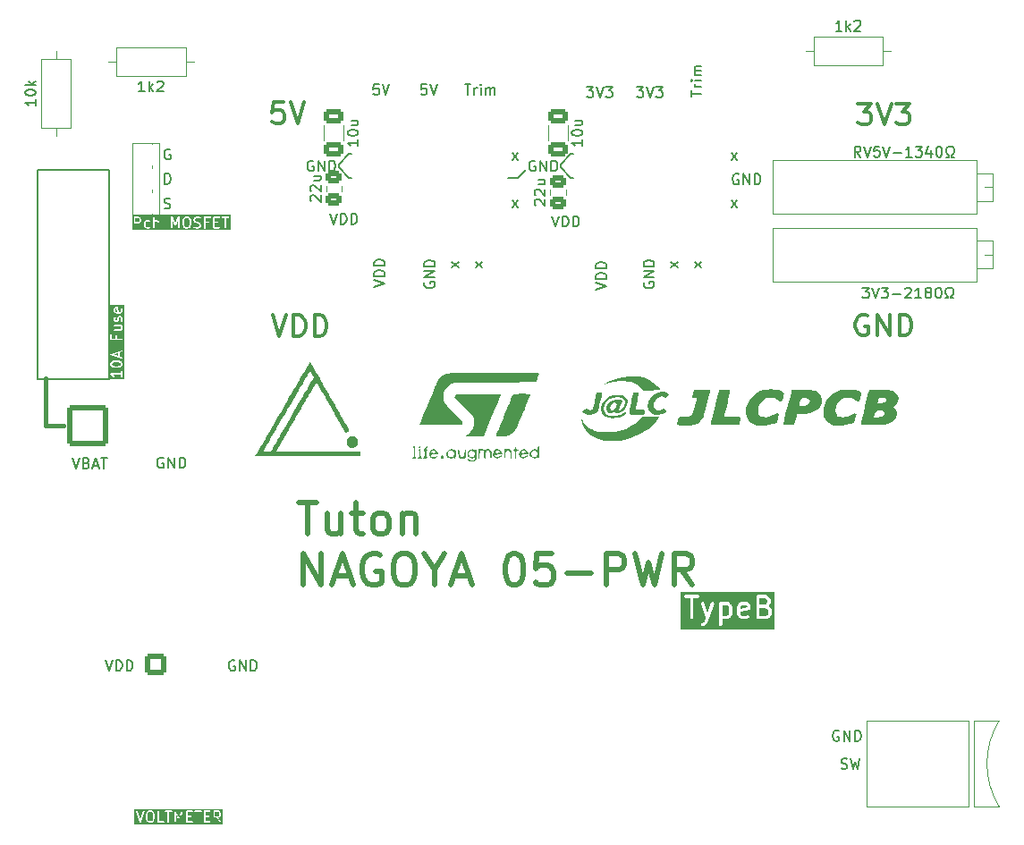
<source format=gbr>
%TF.GenerationSoftware,KiCad,Pcbnew,7.0.9*%
%TF.CreationDate,2025-02-06T13:00:42+09:00*%
%TF.ProjectId,05-PWR,30352d50-5752-42e6-9b69-6361645f7063,rev?*%
%TF.SameCoordinates,Original*%
%TF.FileFunction,Legend,Top*%
%TF.FilePolarity,Positive*%
%FSLAX46Y46*%
G04 Gerber Fmt 4.6, Leading zero omitted, Abs format (unit mm)*
G04 Created by KiCad (PCBNEW 7.0.9) date 2025-02-06 13:00:42*
%MOMM*%
%LPD*%
G01*
G04 APERTURE LIST*
G04 Aperture macros list*
%AMRoundRect*
0 Rectangle with rounded corners*
0 $1 Rounding radius*
0 $2 $3 $4 $5 $6 $7 $8 $9 X,Y pos of 4 corners*
0 Add a 4 corners polygon primitive as box body*
4,1,4,$2,$3,$4,$5,$6,$7,$8,$9,$2,$3,0*
0 Add four circle primitives for the rounded corners*
1,1,$1+$1,$2,$3*
1,1,$1+$1,$4,$5*
1,1,$1+$1,$6,$7*
1,1,$1+$1,$8,$9*
0 Add four rect primitives between the rounded corners*
20,1,$1+$1,$2,$3,$4,$5,0*
20,1,$1+$1,$4,$5,$6,$7,0*
20,1,$1+$1,$6,$7,$8,$9,0*
20,1,$1+$1,$8,$9,$2,$3,0*%
G04 Aperture macros list end*
%ADD10C,0.400000*%
%ADD11C,0.150000*%
%ADD12C,0.300000*%
%ADD13C,0.500000*%
%ADD14C,0.120000*%
%ADD15C,0.127000*%
%ADD16C,0.100000*%
%ADD17RoundRect,0.250000X0.475000X-0.337500X0.475000X0.337500X-0.475000X0.337500X-0.475000X-0.337500X0*%
%ADD18C,2.604000*%
%ADD19C,1.600000*%
%ADD20O,1.600000X1.600000*%
%ADD21C,0.800000*%
%ADD22C,6.400000*%
%ADD23C,1.800000*%
%ADD24R,1.200000X3.000000*%
%ADD25R,2.000000X4.000000*%
%ADD26R,3.000000X1.200000*%
%ADD27R,1.770000X4.112100*%
%ADD28R,4.170000X1.862000*%
%ADD29R,1.200000X1.500000*%
%ADD30R,1.800000X1.717500*%
%ADD31O,1.800000X1.717500*%
%ADD32RoundRect,0.250000X-0.650000X0.412500X-0.650000X-0.412500X0.650000X-0.412500X0.650000X0.412500X0*%
%ADD33RoundRect,0.250002X-1.699998X-1.699998X1.699998X-1.699998X1.699998X1.699998X-1.699998X1.699998X0*%
%ADD34C,3.900000*%
%ADD35RoundRect,0.250001X-0.799999X-0.799999X0.799999X-0.799999X0.799999X0.799999X-0.799999X0.799999X0*%
%ADD36C,2.100000*%
G04 APERTURE END LIST*
D10*
X33000000Y-105000000D02*
X33000000Y-109500000D01*
D11*
X77750000Y-86000000D02*
X78500000Y-85250000D01*
X61750000Y-83750000D02*
X60750000Y-84750000D01*
D10*
X33000000Y-109500000D02*
X34750000Y-109500000D01*
D11*
X81750000Y-84750000D02*
X81750000Y-85000000D01*
X76750000Y-86000000D02*
X77750000Y-86000000D01*
X60750000Y-85000000D02*
X61750000Y-86000000D01*
X82750000Y-86000000D02*
X83000000Y-86000000D01*
X61750000Y-86000000D02*
X62000000Y-86000000D01*
X81750000Y-85000000D02*
X82750000Y-86000000D01*
X82750000Y-83750000D02*
X81750000Y-84750000D01*
X60750000Y-84750000D02*
X60750000Y-85000000D01*
X62000000Y-83750000D02*
X61750000Y-83750000D01*
X83000000Y-83750000D02*
X82750000Y-83750000D01*
X98508458Y-88130180D02*
X97984649Y-88796847D01*
X98508458Y-88796847D02*
X97984649Y-88130180D01*
X74369819Y-94508458D02*
X73703152Y-93984649D01*
X73703152Y-94508458D02*
X74369819Y-93984649D01*
X50910588Y-131717438D02*
X50815350Y-131669819D01*
X50815350Y-131669819D02*
X50672493Y-131669819D01*
X50672493Y-131669819D02*
X50529636Y-131717438D01*
X50529636Y-131717438D02*
X50434398Y-131812676D01*
X50434398Y-131812676D02*
X50386779Y-131907914D01*
X50386779Y-131907914D02*
X50339160Y-132098390D01*
X50339160Y-132098390D02*
X50339160Y-132241247D01*
X50339160Y-132241247D02*
X50386779Y-132431723D01*
X50386779Y-132431723D02*
X50434398Y-132526961D01*
X50434398Y-132526961D02*
X50529636Y-132622200D01*
X50529636Y-132622200D02*
X50672493Y-132669819D01*
X50672493Y-132669819D02*
X50767731Y-132669819D01*
X50767731Y-132669819D02*
X50910588Y-132622200D01*
X50910588Y-132622200D02*
X50958207Y-132574580D01*
X50958207Y-132574580D02*
X50958207Y-132241247D01*
X50958207Y-132241247D02*
X50767731Y-132241247D01*
X51386779Y-132669819D02*
X51386779Y-131669819D01*
X51386779Y-131669819D02*
X51958207Y-132669819D01*
X51958207Y-132669819D02*
X51958207Y-131669819D01*
X52434398Y-132669819D02*
X52434398Y-131669819D01*
X52434398Y-131669819D02*
X52672493Y-131669819D01*
X52672493Y-131669819D02*
X52815350Y-131717438D01*
X52815350Y-131717438D02*
X52910588Y-131812676D01*
X52910588Y-131812676D02*
X52958207Y-131907914D01*
X52958207Y-131907914D02*
X53005826Y-132098390D01*
X53005826Y-132098390D02*
X53005826Y-132241247D01*
X53005826Y-132241247D02*
X52958207Y-132431723D01*
X52958207Y-132431723D02*
X52910588Y-132526961D01*
X52910588Y-132526961D02*
X52815350Y-132622200D01*
X52815350Y-132622200D02*
X52672493Y-132669819D01*
X52672493Y-132669819D02*
X52434398Y-132669819D01*
X58360588Y-84417438D02*
X58265350Y-84369819D01*
X58265350Y-84369819D02*
X58122493Y-84369819D01*
X58122493Y-84369819D02*
X57979636Y-84417438D01*
X57979636Y-84417438D02*
X57884398Y-84512676D01*
X57884398Y-84512676D02*
X57836779Y-84607914D01*
X57836779Y-84607914D02*
X57789160Y-84798390D01*
X57789160Y-84798390D02*
X57789160Y-84941247D01*
X57789160Y-84941247D02*
X57836779Y-85131723D01*
X57836779Y-85131723D02*
X57884398Y-85226961D01*
X57884398Y-85226961D02*
X57979636Y-85322200D01*
X57979636Y-85322200D02*
X58122493Y-85369819D01*
X58122493Y-85369819D02*
X58217731Y-85369819D01*
X58217731Y-85369819D02*
X58360588Y-85322200D01*
X58360588Y-85322200D02*
X58408207Y-85274580D01*
X58408207Y-85274580D02*
X58408207Y-84941247D01*
X58408207Y-84941247D02*
X58217731Y-84941247D01*
X58836779Y-85369819D02*
X58836779Y-84369819D01*
X58836779Y-84369819D02*
X59408207Y-85369819D01*
X59408207Y-85369819D02*
X59408207Y-84369819D01*
X59884398Y-85369819D02*
X59884398Y-84369819D01*
X59884398Y-84369819D02*
X60122493Y-84369819D01*
X60122493Y-84369819D02*
X60265350Y-84417438D01*
X60265350Y-84417438D02*
X60360588Y-84512676D01*
X60360588Y-84512676D02*
X60408207Y-84607914D01*
X60408207Y-84607914D02*
X60455826Y-84798390D01*
X60455826Y-84798390D02*
X60455826Y-84941247D01*
X60455826Y-84941247D02*
X60408207Y-85131723D01*
X60408207Y-85131723D02*
X60360588Y-85226961D01*
X60360588Y-85226961D02*
X60265350Y-85322200D01*
X60265350Y-85322200D02*
X60122493Y-85369819D01*
X60122493Y-85369819D02*
X59884398Y-85369819D01*
X89667438Y-95889411D02*
X89619819Y-95984649D01*
X89619819Y-95984649D02*
X89619819Y-96127506D01*
X89619819Y-96127506D02*
X89667438Y-96270363D01*
X89667438Y-96270363D02*
X89762676Y-96365601D01*
X89762676Y-96365601D02*
X89857914Y-96413220D01*
X89857914Y-96413220D02*
X90048390Y-96460839D01*
X90048390Y-96460839D02*
X90191247Y-96460839D01*
X90191247Y-96460839D02*
X90381723Y-96413220D01*
X90381723Y-96413220D02*
X90476961Y-96365601D01*
X90476961Y-96365601D02*
X90572200Y-96270363D01*
X90572200Y-96270363D02*
X90619819Y-96127506D01*
X90619819Y-96127506D02*
X90619819Y-96032268D01*
X90619819Y-96032268D02*
X90572200Y-95889411D01*
X90572200Y-95889411D02*
X90524580Y-95841792D01*
X90524580Y-95841792D02*
X90191247Y-95841792D01*
X90191247Y-95841792D02*
X90191247Y-96032268D01*
X90619819Y-95413220D02*
X89619819Y-95413220D01*
X89619819Y-95413220D02*
X90619819Y-94841792D01*
X90619819Y-94841792D02*
X89619819Y-94841792D01*
X90619819Y-94365601D02*
X89619819Y-94365601D01*
X89619819Y-94365601D02*
X89619819Y-94127506D01*
X89619819Y-94127506D02*
X89667438Y-93984649D01*
X89667438Y-93984649D02*
X89762676Y-93889411D01*
X89762676Y-93889411D02*
X89857914Y-93841792D01*
X89857914Y-93841792D02*
X90048390Y-93794173D01*
X90048390Y-93794173D02*
X90191247Y-93794173D01*
X90191247Y-93794173D02*
X90381723Y-93841792D01*
X90381723Y-93841792D02*
X90476961Y-93889411D01*
X90476961Y-93889411D02*
X90572200Y-93984649D01*
X90572200Y-93984649D02*
X90619819Y-94127506D01*
X90619819Y-94127506D02*
X90619819Y-94365601D01*
D12*
X54487844Y-98989638D02*
X55154510Y-100989638D01*
X55154510Y-100989638D02*
X55821177Y-98989638D01*
X56487844Y-100989638D02*
X56487844Y-98989638D01*
X56487844Y-98989638D02*
X56964034Y-98989638D01*
X56964034Y-98989638D02*
X57249749Y-99084876D01*
X57249749Y-99084876D02*
X57440225Y-99275352D01*
X57440225Y-99275352D02*
X57535463Y-99465828D01*
X57535463Y-99465828D02*
X57630701Y-99846780D01*
X57630701Y-99846780D02*
X57630701Y-100132495D01*
X57630701Y-100132495D02*
X57535463Y-100513447D01*
X57535463Y-100513447D02*
X57440225Y-100703923D01*
X57440225Y-100703923D02*
X57249749Y-100894400D01*
X57249749Y-100894400D02*
X56964034Y-100989638D01*
X56964034Y-100989638D02*
X56487844Y-100989638D01*
X58487844Y-100989638D02*
X58487844Y-98989638D01*
X58487844Y-98989638D02*
X58964034Y-98989638D01*
X58964034Y-98989638D02*
X59249749Y-99084876D01*
X59249749Y-99084876D02*
X59440225Y-99275352D01*
X59440225Y-99275352D02*
X59535463Y-99465828D01*
X59535463Y-99465828D02*
X59630701Y-99846780D01*
X59630701Y-99846780D02*
X59630701Y-100132495D01*
X59630701Y-100132495D02*
X59535463Y-100513447D01*
X59535463Y-100513447D02*
X59440225Y-100703923D01*
X59440225Y-100703923D02*
X59249749Y-100894400D01*
X59249749Y-100894400D02*
X58964034Y-100989638D01*
X58964034Y-100989638D02*
X58487844Y-100989638D01*
D11*
X94119819Y-78306077D02*
X94119819Y-77734649D01*
X95119819Y-78020363D02*
X94119819Y-78020363D01*
X95119819Y-77401315D02*
X94453152Y-77401315D01*
X94643628Y-77401315D02*
X94548390Y-77353696D01*
X94548390Y-77353696D02*
X94500771Y-77306077D01*
X94500771Y-77306077D02*
X94453152Y-77210839D01*
X94453152Y-77210839D02*
X94453152Y-77115601D01*
X95119819Y-76782267D02*
X94453152Y-76782267D01*
X94119819Y-76782267D02*
X94167438Y-76829886D01*
X94167438Y-76829886D02*
X94215057Y-76782267D01*
X94215057Y-76782267D02*
X94167438Y-76734648D01*
X94167438Y-76734648D02*
X94119819Y-76782267D01*
X94119819Y-76782267D02*
X94215057Y-76782267D01*
X95119819Y-76306077D02*
X94453152Y-76306077D01*
X94548390Y-76306077D02*
X94500771Y-76258458D01*
X94500771Y-76258458D02*
X94453152Y-76163220D01*
X94453152Y-76163220D02*
X94453152Y-76020363D01*
X94453152Y-76020363D02*
X94500771Y-75925125D01*
X94500771Y-75925125D02*
X94596009Y-75877506D01*
X94596009Y-75877506D02*
X95119819Y-75877506D01*
X94596009Y-75877506D02*
X94500771Y-75829887D01*
X94500771Y-75829887D02*
X94453152Y-75734649D01*
X94453152Y-75734649D02*
X94453152Y-75591792D01*
X94453152Y-75591792D02*
X94500771Y-75496553D01*
X94500771Y-75496553D02*
X94596009Y-75448934D01*
X94596009Y-75448934D02*
X95119819Y-75448934D01*
G36*
X46535209Y-89829077D02*
G01*
X46607151Y-89901019D01*
X46647493Y-90062386D01*
X46647493Y-90377251D01*
X46607151Y-90538617D01*
X46535208Y-90610561D01*
X46466693Y-90644819D01*
X46311627Y-90644819D01*
X46243111Y-90610561D01*
X46171168Y-90538617D01*
X46130827Y-90377251D01*
X46130827Y-90062386D01*
X46171168Y-89901019D01*
X46243111Y-89829077D01*
X46311627Y-89794819D01*
X46466693Y-89794819D01*
X46535209Y-89829077D01*
G37*
G36*
X41868542Y-89829077D02*
G01*
X41898949Y-89859484D01*
X41933207Y-89928000D01*
X41933207Y-90035447D01*
X41898949Y-90103963D01*
X41868542Y-90134370D01*
X41800026Y-90168628D01*
X41511779Y-90168628D01*
X41511779Y-89794819D01*
X41800026Y-89794819D01*
X41868542Y-89829077D01*
G37*
G36*
X50510640Y-90937676D02*
G01*
X41218922Y-90937676D01*
X41218922Y-90719819D01*
X41361779Y-90719819D01*
X41379326Y-90768028D01*
X41423755Y-90793680D01*
X41474279Y-90784771D01*
X41507256Y-90745471D01*
X41511779Y-90719819D01*
X41511779Y-90529342D01*
X42314160Y-90529342D01*
X42315693Y-90533555D01*
X42314652Y-90537916D01*
X42322078Y-90562883D01*
X42369697Y-90658121D01*
X42370885Y-90659246D01*
X42383745Y-90677612D01*
X42431364Y-90725232D01*
X42432845Y-90725922D01*
X42450857Y-90739282D01*
X42546095Y-90786901D01*
X42550548Y-90787413D01*
X42553984Y-90790296D01*
X42579636Y-90794819D01*
X42770112Y-90794819D01*
X42774325Y-90793285D01*
X42778686Y-90794327D01*
X42803653Y-90786901D01*
X42898891Y-90739282D01*
X42917319Y-90719819D01*
X43218922Y-90719819D01*
X43236469Y-90768028D01*
X43280898Y-90793680D01*
X43331422Y-90784771D01*
X43364399Y-90745471D01*
X43368922Y-90719819D01*
X43368922Y-90179456D01*
X43385968Y-90162410D01*
X43454484Y-90128152D01*
X43561931Y-90128152D01*
X43618972Y-90156672D01*
X43647493Y-90213714D01*
X43647493Y-90719819D01*
X43665040Y-90768028D01*
X43709469Y-90793680D01*
X43759993Y-90784771D01*
X43792970Y-90745471D01*
X43797493Y-90719819D01*
X44885589Y-90719819D01*
X44903136Y-90768028D01*
X44947565Y-90793680D01*
X44998089Y-90784771D01*
X45031066Y-90745471D01*
X45035589Y-90719819D01*
X45035589Y-90057886D01*
X45225958Y-90465821D01*
X45239724Y-90479579D01*
X45250885Y-90495528D01*
X45257444Y-90497287D01*
X45262246Y-90502086D01*
X45281635Y-90503777D01*
X45300437Y-90508821D01*
X45306590Y-90505953D01*
X45313355Y-90506544D01*
X45329297Y-90495372D01*
X45346939Y-90487153D01*
X45352638Y-90479018D01*
X45355371Y-90477104D01*
X45356230Y-90473891D01*
X45361886Y-90465820D01*
X45552255Y-90057886D01*
X45552255Y-90719819D01*
X45569802Y-90768028D01*
X45614231Y-90793680D01*
X45664755Y-90784771D01*
X45697732Y-90745471D01*
X45702255Y-90719819D01*
X45702255Y-90386485D01*
X45980827Y-90386485D01*
X45982012Y-90389742D01*
X45983066Y-90404675D01*
X46030685Y-90595151D01*
X46034827Y-90601283D01*
X46035472Y-90608657D01*
X46050413Y-90629994D01*
X46145651Y-90725233D01*
X46147133Y-90725924D01*
X46165143Y-90739282D01*
X46260381Y-90786901D01*
X46264834Y-90787413D01*
X46268270Y-90790296D01*
X46293922Y-90794819D01*
X46484398Y-90794819D01*
X46488611Y-90793285D01*
X46492972Y-90794327D01*
X46517939Y-90786901D01*
X46613177Y-90739282D01*
X46614302Y-90738092D01*
X46632669Y-90725233D01*
X46727908Y-90629993D01*
X46731035Y-90623285D01*
X46737025Y-90618940D01*
X46747635Y-90595151D01*
X46795254Y-90404675D01*
X46794893Y-90401226D01*
X46797493Y-90386485D01*
X46797493Y-90053152D01*
X46796307Y-90049894D01*
X46795254Y-90034962D01*
X46787897Y-90005533D01*
X47028446Y-90005533D01*
X47029979Y-90009746D01*
X47028938Y-90014107D01*
X47036364Y-90039074D01*
X47083983Y-90134312D01*
X47085172Y-90135437D01*
X47098032Y-90153804D01*
X47145651Y-90201423D01*
X47147132Y-90202114D01*
X47165143Y-90215472D01*
X47260381Y-90263091D01*
X47263909Y-90263497D01*
X47275732Y-90268770D01*
X47458222Y-90314392D01*
X47535209Y-90352886D01*
X47565616Y-90383293D01*
X47599874Y-90451809D01*
X47599874Y-90511637D01*
X47565615Y-90580153D01*
X47535208Y-90610561D01*
X47466693Y-90644819D01*
X47258473Y-90644819D01*
X47127163Y-90601049D01*
X47075879Y-90602450D01*
X47037494Y-90636487D01*
X47029969Y-90687236D01*
X47056824Y-90730948D01*
X47079729Y-90743351D01*
X47222585Y-90790970D01*
X47224220Y-90790925D01*
X47246303Y-90794819D01*
X47484398Y-90794819D01*
X47488611Y-90793285D01*
X47492972Y-90794327D01*
X47517939Y-90786901D01*
X47613177Y-90739282D01*
X47614301Y-90738094D01*
X47632670Y-90725232D01*
X47638083Y-90719819D01*
X48028446Y-90719819D01*
X48045993Y-90768028D01*
X48090422Y-90793680D01*
X48140946Y-90784771D01*
X48173923Y-90745471D01*
X48178446Y-90719819D01*
X48885589Y-90719819D01*
X48892252Y-90738127D01*
X48895637Y-90757319D01*
X48900821Y-90761669D01*
X48903136Y-90768028D01*
X48920009Y-90777770D01*
X48934937Y-90790296D01*
X48944679Y-90792013D01*
X48947565Y-90793680D01*
X48950847Y-90793101D01*
X48960589Y-90794819D01*
X49436779Y-90794819D01*
X49484988Y-90777272D01*
X49510640Y-90732843D01*
X49501731Y-90682319D01*
X49462431Y-90649342D01*
X49436779Y-90644819D01*
X49035589Y-90644819D01*
X49035589Y-90271009D01*
X49293922Y-90271009D01*
X49342131Y-90253462D01*
X49367783Y-90209033D01*
X49358874Y-90158509D01*
X49319574Y-90125532D01*
X49293922Y-90121009D01*
X49035589Y-90121009D01*
X49035589Y-89794819D01*
X49436779Y-89794819D01*
X49484988Y-89777272D01*
X49510640Y-89732843D01*
X49506047Y-89706795D01*
X49648633Y-89706795D01*
X49657542Y-89757319D01*
X49696842Y-89790296D01*
X49722494Y-89794819D01*
X49933208Y-89794819D01*
X49933208Y-90719819D01*
X49950755Y-90768028D01*
X49995184Y-90793680D01*
X50045708Y-90784771D01*
X50078685Y-90745471D01*
X50083208Y-90719819D01*
X50083208Y-89794819D01*
X50293922Y-89794819D01*
X50342131Y-89777272D01*
X50367783Y-89732843D01*
X50358874Y-89682319D01*
X50319574Y-89649342D01*
X50293922Y-89644819D01*
X49722494Y-89644819D01*
X49674285Y-89662366D01*
X49648633Y-89706795D01*
X49506047Y-89706795D01*
X49501731Y-89682319D01*
X49462431Y-89649342D01*
X49436779Y-89644819D01*
X48960589Y-89644819D01*
X48942280Y-89651482D01*
X48923089Y-89654867D01*
X48918738Y-89660051D01*
X48912380Y-89662366D01*
X48902637Y-89679239D01*
X48890112Y-89694167D01*
X48888394Y-89703909D01*
X48886728Y-89706795D01*
X48887306Y-89710077D01*
X48885589Y-89719819D01*
X48885589Y-90719819D01*
X48178446Y-90719819D01*
X48178446Y-90271009D01*
X48436779Y-90271009D01*
X48484988Y-90253462D01*
X48510640Y-90209033D01*
X48501731Y-90158509D01*
X48462431Y-90125532D01*
X48436779Y-90121009D01*
X48178446Y-90121009D01*
X48178446Y-89794819D01*
X48579636Y-89794819D01*
X48627845Y-89777272D01*
X48653497Y-89732843D01*
X48644588Y-89682319D01*
X48605288Y-89649342D01*
X48579636Y-89644819D01*
X48103446Y-89644819D01*
X48085137Y-89651482D01*
X48065946Y-89654867D01*
X48061595Y-89660051D01*
X48055237Y-89662366D01*
X48045494Y-89679239D01*
X48032969Y-89694167D01*
X48031251Y-89703909D01*
X48029585Y-89706795D01*
X48030163Y-89710077D01*
X48028446Y-89719819D01*
X48028446Y-90719819D01*
X47638083Y-90719819D01*
X47680288Y-90677613D01*
X47680978Y-90676131D01*
X47694337Y-90658121D01*
X47741956Y-90562883D01*
X47742468Y-90558429D01*
X47745351Y-90554994D01*
X47749874Y-90529342D01*
X47749874Y-90434104D01*
X47748340Y-90429890D01*
X47749382Y-90425529D01*
X47741956Y-90400563D01*
X47694337Y-90305325D01*
X47693147Y-90304199D01*
X47680288Y-90285833D01*
X47632669Y-90238214D01*
X47631187Y-90237523D01*
X47613177Y-90224165D01*
X47517939Y-90176546D01*
X47514410Y-90176139D01*
X47502588Y-90170867D01*
X47320098Y-90125244D01*
X47243111Y-90086751D01*
X47212704Y-90056344D01*
X47178446Y-89987828D01*
X47178446Y-89928000D01*
X47212704Y-89859484D01*
X47243111Y-89829077D01*
X47311627Y-89794819D01*
X47519847Y-89794819D01*
X47651156Y-89838589D01*
X47702440Y-89837188D01*
X47740826Y-89803150D01*
X47748351Y-89752402D01*
X47721496Y-89708689D01*
X47698591Y-89696287D01*
X47555734Y-89648668D01*
X47554099Y-89648712D01*
X47532017Y-89644819D01*
X47293922Y-89644819D01*
X47289708Y-89646352D01*
X47285347Y-89645311D01*
X47260381Y-89652737D01*
X47165143Y-89700356D01*
X47164017Y-89701545D01*
X47145651Y-89714405D01*
X47098032Y-89762024D01*
X47097341Y-89763505D01*
X47083983Y-89781516D01*
X47036364Y-89876754D01*
X47035851Y-89881207D01*
X47032969Y-89884643D01*
X47028446Y-89910295D01*
X47028446Y-90005533D01*
X46787897Y-90005533D01*
X46747635Y-89844486D01*
X46743493Y-89838353D01*
X46742848Y-89830980D01*
X46727907Y-89809643D01*
X46632669Y-89714405D01*
X46631187Y-89713714D01*
X46613177Y-89700356D01*
X46517939Y-89652737D01*
X46513485Y-89652224D01*
X46510050Y-89649342D01*
X46484398Y-89644819D01*
X46293922Y-89644819D01*
X46289708Y-89646352D01*
X46285347Y-89645311D01*
X46260381Y-89652737D01*
X46165143Y-89700356D01*
X46164019Y-89701542D01*
X46145651Y-89714405D01*
X46050413Y-89809643D01*
X46047285Y-89816350D01*
X46041295Y-89820697D01*
X46030685Y-89844486D01*
X45983066Y-90034962D01*
X45983426Y-90038410D01*
X45980827Y-90053152D01*
X45980827Y-90386485D01*
X45702255Y-90386485D01*
X45702255Y-89719819D01*
X45698829Y-89710406D01*
X45699705Y-89700429D01*
X45690311Y-89687004D01*
X45684708Y-89671610D01*
X45676035Y-89666602D01*
X45670292Y-89658395D01*
X45654466Y-89654149D01*
X45640279Y-89645958D01*
X45630415Y-89647697D01*
X45620741Y-89645102D01*
X45605889Y-89652021D01*
X45589755Y-89654867D01*
X45583316Y-89662539D01*
X45574238Y-89666770D01*
X45559291Y-89688102D01*
X45293921Y-90256750D01*
X45028553Y-89688103D01*
X45021467Y-89681022D01*
X45018042Y-89671610D01*
X45003852Y-89663417D01*
X44992265Y-89651837D01*
X44982288Y-89650966D01*
X44973613Y-89645958D01*
X44957477Y-89648803D01*
X44941156Y-89647380D01*
X44932952Y-89653127D01*
X44923089Y-89654867D01*
X44912557Y-89667417D01*
X44899140Y-89676819D01*
X44896550Y-89686493D01*
X44890112Y-89694167D01*
X44885589Y-89719819D01*
X44885589Y-90719819D01*
X43797493Y-90719819D01*
X43797493Y-90196009D01*
X43795959Y-90191795D01*
X43797001Y-90187434D01*
X43789575Y-90162468D01*
X43741956Y-90067230D01*
X43733802Y-90059510D01*
X43729336Y-90049206D01*
X43708415Y-90033689D01*
X43613177Y-89986070D01*
X43608723Y-89985557D01*
X43605288Y-89982675D01*
X43579636Y-89978152D01*
X43436779Y-89978152D01*
X43432565Y-89979685D01*
X43428204Y-89978644D01*
X43403238Y-89986070D01*
X43368922Y-90003228D01*
X43368922Y-89719819D01*
X43351375Y-89671610D01*
X43306946Y-89645958D01*
X43256422Y-89654867D01*
X43223445Y-89694167D01*
X43218922Y-89719819D01*
X43218922Y-90719819D01*
X42917319Y-90719819D01*
X42934163Y-90702028D01*
X42937238Y-90650818D01*
X42906674Y-90609612D01*
X42856775Y-90597692D01*
X42831809Y-90605118D01*
X42752407Y-90644819D01*
X42597341Y-90644819D01*
X42528825Y-90610561D01*
X42498418Y-90580153D01*
X42464160Y-90511637D01*
X42464160Y-90261333D01*
X42498418Y-90192817D01*
X42528825Y-90162410D01*
X42597341Y-90128152D01*
X42752407Y-90128152D01*
X42831809Y-90167853D01*
X42882775Y-90173718D01*
X42925588Y-90145452D01*
X42940215Y-90096277D01*
X42919812Y-90049206D01*
X42898891Y-90033689D01*
X42803653Y-89986070D01*
X42799199Y-89985557D01*
X42795764Y-89982675D01*
X42770112Y-89978152D01*
X42579636Y-89978152D01*
X42575422Y-89979685D01*
X42571061Y-89978644D01*
X42546095Y-89986070D01*
X42450857Y-90033689D01*
X42449731Y-90034878D01*
X42431365Y-90047738D01*
X42383746Y-90095357D01*
X42383055Y-90096838D01*
X42369697Y-90114849D01*
X42322078Y-90210087D01*
X42321565Y-90214540D01*
X42318683Y-90217976D01*
X42314160Y-90243628D01*
X42314160Y-90529342D01*
X41511779Y-90529342D01*
X41511779Y-90318628D01*
X41817731Y-90318628D01*
X41821944Y-90317094D01*
X41826305Y-90318136D01*
X41851272Y-90310710D01*
X41946510Y-90263091D01*
X41947635Y-90261901D01*
X41966002Y-90249042D01*
X42013621Y-90201423D01*
X42014312Y-90199941D01*
X42027670Y-90181931D01*
X42075289Y-90086693D01*
X42075801Y-90082239D01*
X42078684Y-90078804D01*
X42083207Y-90053152D01*
X42083207Y-89910295D01*
X42081673Y-89906081D01*
X42082715Y-89901720D01*
X42075289Y-89876754D01*
X42027670Y-89781516D01*
X42026480Y-89780390D01*
X42013621Y-89762024D01*
X41966002Y-89714405D01*
X41964520Y-89713714D01*
X41946510Y-89700356D01*
X41851272Y-89652737D01*
X41846818Y-89652224D01*
X41843383Y-89649342D01*
X41817731Y-89644819D01*
X41436779Y-89644819D01*
X41418470Y-89651482D01*
X41399279Y-89654867D01*
X41394928Y-89660051D01*
X41388570Y-89662366D01*
X41378827Y-89679239D01*
X41366302Y-89694167D01*
X41364584Y-89703909D01*
X41362918Y-89706795D01*
X41363496Y-89710077D01*
X41361779Y-89719819D01*
X41361779Y-90719819D01*
X41218922Y-90719819D01*
X41218922Y-89501962D01*
X50510640Y-89501962D01*
X50510640Y-90937676D01*
G37*
X108110588Y-138367438D02*
X108015350Y-138319819D01*
X108015350Y-138319819D02*
X107872493Y-138319819D01*
X107872493Y-138319819D02*
X107729636Y-138367438D01*
X107729636Y-138367438D02*
X107634398Y-138462676D01*
X107634398Y-138462676D02*
X107586779Y-138557914D01*
X107586779Y-138557914D02*
X107539160Y-138748390D01*
X107539160Y-138748390D02*
X107539160Y-138891247D01*
X107539160Y-138891247D02*
X107586779Y-139081723D01*
X107586779Y-139081723D02*
X107634398Y-139176961D01*
X107634398Y-139176961D02*
X107729636Y-139272200D01*
X107729636Y-139272200D02*
X107872493Y-139319819D01*
X107872493Y-139319819D02*
X107967731Y-139319819D01*
X107967731Y-139319819D02*
X108110588Y-139272200D01*
X108110588Y-139272200D02*
X108158207Y-139224580D01*
X108158207Y-139224580D02*
X108158207Y-138891247D01*
X108158207Y-138891247D02*
X107967731Y-138891247D01*
X108586779Y-139319819D02*
X108586779Y-138319819D01*
X108586779Y-138319819D02*
X109158207Y-139319819D01*
X109158207Y-139319819D02*
X109158207Y-138319819D01*
X109634398Y-139319819D02*
X109634398Y-138319819D01*
X109634398Y-138319819D02*
X109872493Y-138319819D01*
X109872493Y-138319819D02*
X110015350Y-138367438D01*
X110015350Y-138367438D02*
X110110588Y-138462676D01*
X110110588Y-138462676D02*
X110158207Y-138557914D01*
X110158207Y-138557914D02*
X110205826Y-138748390D01*
X110205826Y-138748390D02*
X110205826Y-138891247D01*
X110205826Y-138891247D02*
X110158207Y-139081723D01*
X110158207Y-139081723D02*
X110110588Y-139176961D01*
X110110588Y-139176961D02*
X110015350Y-139272200D01*
X110015350Y-139272200D02*
X109872493Y-139319819D01*
X109872493Y-139319819D02*
X109634398Y-139319819D01*
D12*
X110821177Y-99034876D02*
X110630701Y-98939638D01*
X110630701Y-98939638D02*
X110344987Y-98939638D01*
X110344987Y-98939638D02*
X110059272Y-99034876D01*
X110059272Y-99034876D02*
X109868796Y-99225352D01*
X109868796Y-99225352D02*
X109773558Y-99415828D01*
X109773558Y-99415828D02*
X109678320Y-99796780D01*
X109678320Y-99796780D02*
X109678320Y-100082495D01*
X109678320Y-100082495D02*
X109773558Y-100463447D01*
X109773558Y-100463447D02*
X109868796Y-100653923D01*
X109868796Y-100653923D02*
X110059272Y-100844400D01*
X110059272Y-100844400D02*
X110344987Y-100939638D01*
X110344987Y-100939638D02*
X110535463Y-100939638D01*
X110535463Y-100939638D02*
X110821177Y-100844400D01*
X110821177Y-100844400D02*
X110916415Y-100749161D01*
X110916415Y-100749161D02*
X110916415Y-100082495D01*
X110916415Y-100082495D02*
X110535463Y-100082495D01*
X111773558Y-100939638D02*
X111773558Y-98939638D01*
X111773558Y-98939638D02*
X112916415Y-100939638D01*
X112916415Y-100939638D02*
X112916415Y-98939638D01*
X113868796Y-100939638D02*
X113868796Y-98939638D01*
X113868796Y-98939638D02*
X114344986Y-98939638D01*
X114344986Y-98939638D02*
X114630701Y-99034876D01*
X114630701Y-99034876D02*
X114821177Y-99225352D01*
X114821177Y-99225352D02*
X114916415Y-99415828D01*
X114916415Y-99415828D02*
X115011653Y-99796780D01*
X115011653Y-99796780D02*
X115011653Y-100082495D01*
X115011653Y-100082495D02*
X114916415Y-100463447D01*
X114916415Y-100463447D02*
X114821177Y-100653923D01*
X114821177Y-100653923D02*
X114630701Y-100844400D01*
X114630701Y-100844400D02*
X114344986Y-100939638D01*
X114344986Y-100939638D02*
X113868796Y-100939638D01*
D11*
X38693922Y-131669819D02*
X39027255Y-132669819D01*
X39027255Y-132669819D02*
X39360588Y-131669819D01*
X39693922Y-132669819D02*
X39693922Y-131669819D01*
X39693922Y-131669819D02*
X39932017Y-131669819D01*
X39932017Y-131669819D02*
X40074874Y-131717438D01*
X40074874Y-131717438D02*
X40170112Y-131812676D01*
X40170112Y-131812676D02*
X40217731Y-131907914D01*
X40217731Y-131907914D02*
X40265350Y-132098390D01*
X40265350Y-132098390D02*
X40265350Y-132241247D01*
X40265350Y-132241247D02*
X40217731Y-132431723D01*
X40217731Y-132431723D02*
X40170112Y-132526961D01*
X40170112Y-132526961D02*
X40074874Y-132622200D01*
X40074874Y-132622200D02*
X39932017Y-132669819D01*
X39932017Y-132669819D02*
X39693922Y-132669819D01*
X40693922Y-132669819D02*
X40693922Y-131669819D01*
X40693922Y-131669819D02*
X40932017Y-131669819D01*
X40932017Y-131669819D02*
X41074874Y-131717438D01*
X41074874Y-131717438D02*
X41170112Y-131812676D01*
X41170112Y-131812676D02*
X41217731Y-131907914D01*
X41217731Y-131907914D02*
X41265350Y-132098390D01*
X41265350Y-132098390D02*
X41265350Y-132241247D01*
X41265350Y-132241247D02*
X41217731Y-132431723D01*
X41217731Y-132431723D02*
X41170112Y-132526961D01*
X41170112Y-132526961D02*
X41074874Y-132622200D01*
X41074874Y-132622200D02*
X40932017Y-132669819D01*
X40932017Y-132669819D02*
X40693922Y-132669819D01*
D12*
X55525939Y-78839638D02*
X54573558Y-78839638D01*
X54573558Y-78839638D02*
X54478320Y-79792019D01*
X54478320Y-79792019D02*
X54573558Y-79696780D01*
X54573558Y-79696780D02*
X54764034Y-79601542D01*
X54764034Y-79601542D02*
X55240225Y-79601542D01*
X55240225Y-79601542D02*
X55430701Y-79696780D01*
X55430701Y-79696780D02*
X55525939Y-79792019D01*
X55525939Y-79792019D02*
X55621177Y-79982495D01*
X55621177Y-79982495D02*
X55621177Y-80458685D01*
X55621177Y-80458685D02*
X55525939Y-80649161D01*
X55525939Y-80649161D02*
X55430701Y-80744400D01*
X55430701Y-80744400D02*
X55240225Y-80839638D01*
X55240225Y-80839638D02*
X54764034Y-80839638D01*
X54764034Y-80839638D02*
X54573558Y-80744400D01*
X54573558Y-80744400D02*
X54478320Y-80649161D01*
X56192606Y-78839638D02*
X56859272Y-80839638D01*
X56859272Y-80839638D02*
X57525939Y-78839638D01*
D11*
X64562969Y-77119819D02*
X64086779Y-77119819D01*
X64086779Y-77119819D02*
X64039160Y-77596009D01*
X64039160Y-77596009D02*
X64086779Y-77548390D01*
X64086779Y-77548390D02*
X64182017Y-77500771D01*
X64182017Y-77500771D02*
X64420112Y-77500771D01*
X64420112Y-77500771D02*
X64515350Y-77548390D01*
X64515350Y-77548390D02*
X64562969Y-77596009D01*
X64562969Y-77596009D02*
X64610588Y-77691247D01*
X64610588Y-77691247D02*
X64610588Y-77929342D01*
X64610588Y-77929342D02*
X64562969Y-78024580D01*
X64562969Y-78024580D02*
X64515350Y-78072200D01*
X64515350Y-78072200D02*
X64420112Y-78119819D01*
X64420112Y-78119819D02*
X64182017Y-78119819D01*
X64182017Y-78119819D02*
X64086779Y-78072200D01*
X64086779Y-78072200D02*
X64039160Y-78024580D01*
X64896303Y-77119819D02*
X65229636Y-78119819D01*
X65229636Y-78119819D02*
X65562969Y-77119819D01*
X44160588Y-112517438D02*
X44065350Y-112469819D01*
X44065350Y-112469819D02*
X43922493Y-112469819D01*
X43922493Y-112469819D02*
X43779636Y-112517438D01*
X43779636Y-112517438D02*
X43684398Y-112612676D01*
X43684398Y-112612676D02*
X43636779Y-112707914D01*
X43636779Y-112707914D02*
X43589160Y-112898390D01*
X43589160Y-112898390D02*
X43589160Y-113041247D01*
X43589160Y-113041247D02*
X43636779Y-113231723D01*
X43636779Y-113231723D02*
X43684398Y-113326961D01*
X43684398Y-113326961D02*
X43779636Y-113422200D01*
X43779636Y-113422200D02*
X43922493Y-113469819D01*
X43922493Y-113469819D02*
X44017731Y-113469819D01*
X44017731Y-113469819D02*
X44160588Y-113422200D01*
X44160588Y-113422200D02*
X44208207Y-113374580D01*
X44208207Y-113374580D02*
X44208207Y-113041247D01*
X44208207Y-113041247D02*
X44017731Y-113041247D01*
X44636779Y-113469819D02*
X44636779Y-112469819D01*
X44636779Y-112469819D02*
X45208207Y-113469819D01*
X45208207Y-113469819D02*
X45208207Y-112469819D01*
X45684398Y-113469819D02*
X45684398Y-112469819D01*
X45684398Y-112469819D02*
X45922493Y-112469819D01*
X45922493Y-112469819D02*
X46065350Y-112517438D01*
X46065350Y-112517438D02*
X46160588Y-112612676D01*
X46160588Y-112612676D02*
X46208207Y-112707914D01*
X46208207Y-112707914D02*
X46255826Y-112898390D01*
X46255826Y-112898390D02*
X46255826Y-113041247D01*
X46255826Y-113041247D02*
X46208207Y-113231723D01*
X46208207Y-113231723D02*
X46160588Y-113326961D01*
X46160588Y-113326961D02*
X46065350Y-113422200D01*
X46065350Y-113422200D02*
X45922493Y-113469819D01*
X45922493Y-113469819D02*
X45684398Y-113469819D01*
X77758458Y-83630180D02*
X77234649Y-84296847D01*
X77758458Y-84296847D02*
X77234649Y-83630180D01*
G36*
X40003166Y-103455413D02*
G01*
X40080153Y-103493907D01*
X40110561Y-103524314D01*
X40144819Y-103592830D01*
X40144819Y-103652658D01*
X40110561Y-103721173D01*
X40080153Y-103751580D01*
X40003166Y-103790074D01*
X39829632Y-103833458D01*
X39610005Y-103833458D01*
X39436471Y-103790074D01*
X39359484Y-103751581D01*
X39329077Y-103721174D01*
X39294819Y-103652658D01*
X39294819Y-103592830D01*
X39329077Y-103524314D01*
X39359484Y-103493907D01*
X39436471Y-103455413D01*
X39610005Y-103412030D01*
X39829632Y-103412030D01*
X40003166Y-103455413D01*
G37*
G36*
X39859104Y-102852020D02*
G01*
X39456989Y-102717982D01*
X39859104Y-102583943D01*
X39859104Y-102852020D01*
G37*
G36*
X39794999Y-98690600D02*
G01*
X39713714Y-98690600D01*
X39656672Y-98662079D01*
X39628152Y-98605038D01*
X39628152Y-98449972D01*
X39656672Y-98392930D01*
X39713714Y-98364410D01*
X39729761Y-98364410D01*
X39794999Y-98690600D01*
G37*
G36*
X40437676Y-105077557D02*
G01*
X39001962Y-105077557D01*
X39001962Y-104570298D01*
X39144974Y-104570298D01*
X39151087Y-104591189D01*
X39154867Y-104612625D01*
X39158170Y-104615397D01*
X39159382Y-104619536D01*
X39178216Y-104637529D01*
X39314894Y-104728647D01*
X39396275Y-104810028D01*
X39438451Y-104894380D01*
X39475705Y-104929652D01*
X39526915Y-104932727D01*
X39568121Y-104902163D01*
X39580041Y-104852264D01*
X39572615Y-104827298D01*
X39524996Y-104732060D01*
X39523809Y-104730936D01*
X39510947Y-104712568D01*
X39448504Y-104650125D01*
X40144819Y-104650125D01*
X40144819Y-104860839D01*
X40162366Y-104909048D01*
X40206795Y-104934700D01*
X40257319Y-104925791D01*
X40290296Y-104886491D01*
X40294819Y-104860839D01*
X40294819Y-104289411D01*
X40277272Y-104241202D01*
X40232843Y-104215550D01*
X40182319Y-104224459D01*
X40149342Y-104263759D01*
X40144819Y-104289411D01*
X40144819Y-104500125D01*
X39219819Y-104500125D01*
X39215765Y-104501600D01*
X39211576Y-104500580D01*
X39192063Y-104510227D01*
X39171610Y-104517672D01*
X39169454Y-104521406D01*
X39165587Y-104523318D01*
X39156840Y-104543252D01*
X39145958Y-104562101D01*
X39146706Y-104566348D01*
X39144974Y-104570298D01*
X39001962Y-104570298D01*
X39001962Y-103670363D01*
X39144819Y-103670363D01*
X39146352Y-103674576D01*
X39145311Y-103678937D01*
X39152737Y-103703904D01*
X39200356Y-103799142D01*
X39201545Y-103800267D01*
X39214405Y-103818634D01*
X39262024Y-103866253D01*
X39263505Y-103866944D01*
X39281516Y-103880302D01*
X39376754Y-103927921D01*
X39380282Y-103928327D01*
X39392105Y-103933600D01*
X39582581Y-103981219D01*
X39586029Y-103980858D01*
X39600771Y-103983458D01*
X39838866Y-103983458D01*
X39842123Y-103982272D01*
X39857056Y-103981219D01*
X40047532Y-103933600D01*
X40050476Y-103931611D01*
X40062883Y-103927921D01*
X40158121Y-103880302D01*
X40159246Y-103879113D01*
X40177612Y-103866254D01*
X40225232Y-103818635D01*
X40225922Y-103817153D01*
X40239282Y-103799142D01*
X40286901Y-103703904D01*
X40287413Y-103699450D01*
X40290296Y-103696015D01*
X40294819Y-103670363D01*
X40294819Y-103575125D01*
X40293285Y-103570911D01*
X40294327Y-103566550D01*
X40286901Y-103541584D01*
X40239282Y-103446346D01*
X40238094Y-103445221D01*
X40225232Y-103426853D01*
X40177612Y-103379234D01*
X40176129Y-103378542D01*
X40158121Y-103365186D01*
X40062883Y-103317567D01*
X40059354Y-103317160D01*
X40047532Y-103311888D01*
X39857056Y-103264269D01*
X39853607Y-103264629D01*
X39838866Y-103262030D01*
X39600771Y-103262030D01*
X39597513Y-103263215D01*
X39582581Y-103264269D01*
X39392105Y-103311888D01*
X39389160Y-103313876D01*
X39376754Y-103317567D01*
X39281516Y-103365186D01*
X39280390Y-103366375D01*
X39262024Y-103379235D01*
X39214405Y-103426854D01*
X39213714Y-103428335D01*
X39200356Y-103446346D01*
X39152737Y-103541584D01*
X39152224Y-103546037D01*
X39149342Y-103549473D01*
X39144819Y-103575125D01*
X39144819Y-103670363D01*
X39001962Y-103670363D01*
X39001962Y-102728983D01*
X39145630Y-102728983D01*
X39146658Y-102730882D01*
X39146342Y-102733018D01*
X39158760Y-102753231D01*
X39170059Y-102774097D01*
X39172066Y-102774890D01*
X39173197Y-102776730D01*
X39196102Y-102789133D01*
X40196102Y-103122466D01*
X40247385Y-103121065D01*
X40285771Y-103087027D01*
X40293296Y-103036279D01*
X40266441Y-102992566D01*
X40243536Y-102980164D01*
X40009104Y-102902020D01*
X40009104Y-102533943D01*
X40243536Y-102455800D01*
X40283722Y-102423909D01*
X40294008Y-102373648D01*
X40269579Y-102328534D01*
X40221867Y-102309677D01*
X40196102Y-102313498D01*
X39196102Y-102646831D01*
X39194410Y-102648173D01*
X39192252Y-102648232D01*
X39174490Y-102663981D01*
X39155916Y-102678722D01*
X39155483Y-102680835D01*
X39153867Y-102682269D01*
X39150386Y-102705739D01*
X39145630Y-102728983D01*
X39001962Y-102728983D01*
X39001962Y-101289410D01*
X39144819Y-101289410D01*
X39151482Y-101307718D01*
X39154867Y-101326910D01*
X39160051Y-101331260D01*
X39162366Y-101337619D01*
X39179239Y-101347361D01*
X39194167Y-101359887D01*
X39203909Y-101361604D01*
X39206795Y-101363271D01*
X39210077Y-101362692D01*
X39219819Y-101364410D01*
X40219819Y-101364410D01*
X40268028Y-101346863D01*
X40293680Y-101302434D01*
X40284771Y-101251910D01*
X40245471Y-101218933D01*
X40219819Y-101214410D01*
X39771009Y-101214410D01*
X39771009Y-100956077D01*
X39753462Y-100907868D01*
X39709033Y-100882216D01*
X39658509Y-100891125D01*
X39625532Y-100930425D01*
X39621009Y-100956077D01*
X39621009Y-101214410D01*
X39294819Y-101214410D01*
X39294819Y-100813220D01*
X39277272Y-100765011D01*
X39232843Y-100739359D01*
X39182319Y-100748268D01*
X39149342Y-100787568D01*
X39144819Y-100813220D01*
X39144819Y-101289410D01*
X39001962Y-101289410D01*
X39001962Y-100419243D01*
X39479291Y-100419243D01*
X39488200Y-100469767D01*
X39527500Y-100502744D01*
X39553152Y-100507267D01*
X40076961Y-100507267D01*
X40081173Y-100505733D01*
X40085535Y-100506776D01*
X40110502Y-100499349D01*
X40205741Y-100451730D01*
X40213460Y-100443576D01*
X40223765Y-100439110D01*
X40239282Y-100418189D01*
X40286901Y-100322951D01*
X40287413Y-100318497D01*
X40290296Y-100315062D01*
X40294819Y-100289410D01*
X40294819Y-100146553D01*
X40293285Y-100142339D01*
X40294327Y-100137978D01*
X40286901Y-100113012D01*
X40262056Y-100063322D01*
X40268028Y-100061149D01*
X40293680Y-100016720D01*
X40284771Y-99966196D01*
X40245471Y-99933219D01*
X40219819Y-99928696D01*
X39553152Y-99928696D01*
X39504943Y-99946243D01*
X39479291Y-99990672D01*
X39488200Y-100041196D01*
X39527500Y-100074173D01*
X39553152Y-100078696D01*
X40093514Y-100078696D01*
X40110561Y-100095742D01*
X40144819Y-100164258D01*
X40144819Y-100271705D01*
X40116298Y-100328746D01*
X40059256Y-100357267D01*
X39553152Y-100357267D01*
X39504943Y-100374814D01*
X39479291Y-100419243D01*
X39001962Y-100419243D01*
X39001962Y-99432267D01*
X39478152Y-99432267D01*
X39479685Y-99436480D01*
X39478644Y-99440841D01*
X39486070Y-99465808D01*
X39533689Y-99561046D01*
X39541842Y-99568765D01*
X39546309Y-99579070D01*
X39567230Y-99594587D01*
X39662468Y-99642206D01*
X39666921Y-99642718D01*
X39670357Y-99645601D01*
X39696009Y-99650124D01*
X39743628Y-99650124D01*
X39747841Y-99648590D01*
X39752202Y-99649632D01*
X39777169Y-99642206D01*
X39872407Y-99594587D01*
X39880126Y-99586433D01*
X39890431Y-99581967D01*
X39905948Y-99561046D01*
X39953567Y-99465808D01*
X39954079Y-99461354D01*
X39956962Y-99457919D01*
X39961485Y-99432267D01*
X39961485Y-99307115D01*
X39990005Y-99250073D01*
X40047047Y-99221553D01*
X40059256Y-99221553D01*
X40116298Y-99250073D01*
X40144819Y-99307115D01*
X40144819Y-99462181D01*
X40105118Y-99541583D01*
X40099253Y-99592550D01*
X40127519Y-99635363D01*
X40176694Y-99649989D01*
X40223765Y-99629586D01*
X40239282Y-99608665D01*
X40286901Y-99513427D01*
X40287413Y-99508973D01*
X40290296Y-99505538D01*
X40294819Y-99479886D01*
X40294819Y-99289410D01*
X40293285Y-99285196D01*
X40294327Y-99280835D01*
X40286901Y-99255869D01*
X40239282Y-99160631D01*
X40231128Y-99152911D01*
X40226662Y-99142607D01*
X40205741Y-99127090D01*
X40110502Y-99079471D01*
X40106048Y-99078958D01*
X40102613Y-99076076D01*
X40076961Y-99071553D01*
X40029342Y-99071553D01*
X40025128Y-99073086D01*
X40020767Y-99072045D01*
X39995801Y-99079471D01*
X39900563Y-99127090D01*
X39892843Y-99135243D01*
X39882539Y-99139710D01*
X39867022Y-99160631D01*
X39819403Y-99255869D01*
X39818890Y-99260322D01*
X39816008Y-99263758D01*
X39811485Y-99289410D01*
X39811485Y-99414562D01*
X39782964Y-99471603D01*
X39725923Y-99500124D01*
X39713714Y-99500124D01*
X39656672Y-99471603D01*
X39628152Y-99414562D01*
X39628152Y-99307115D01*
X39667853Y-99227713D01*
X39673718Y-99176747D01*
X39645452Y-99133934D01*
X39596277Y-99119307D01*
X39549206Y-99139710D01*
X39533689Y-99160631D01*
X39486070Y-99255869D01*
X39485557Y-99260322D01*
X39482675Y-99263758D01*
X39478152Y-99289410D01*
X39478152Y-99432267D01*
X39001962Y-99432267D01*
X39001962Y-98622743D01*
X39478152Y-98622743D01*
X39479685Y-98626956D01*
X39478644Y-98631317D01*
X39486070Y-98656284D01*
X39533689Y-98751522D01*
X39541842Y-98759241D01*
X39546309Y-98769546D01*
X39567230Y-98785063D01*
X39662468Y-98832682D01*
X39666921Y-98833194D01*
X39670357Y-98836077D01*
X39696009Y-98840600D01*
X40076961Y-98840600D01*
X40081173Y-98839066D01*
X40085535Y-98840109D01*
X40110502Y-98832682D01*
X40205741Y-98785063D01*
X40213460Y-98776909D01*
X40223765Y-98772443D01*
X40239282Y-98751522D01*
X40286901Y-98656284D01*
X40287413Y-98651830D01*
X40290296Y-98648395D01*
X40294819Y-98622743D01*
X40294819Y-98432267D01*
X40293285Y-98428053D01*
X40294327Y-98423692D01*
X40286901Y-98398726D01*
X40239282Y-98303488D01*
X40202028Y-98268216D01*
X40150817Y-98265141D01*
X40109612Y-98295705D01*
X40097692Y-98345603D01*
X40105118Y-98370570D01*
X40144819Y-98449972D01*
X40144819Y-98605038D01*
X40116298Y-98662079D01*
X40059256Y-98690600D01*
X39947970Y-98690600D01*
X39864791Y-98274701D01*
X39858350Y-98264113D01*
X39856199Y-98251910D01*
X39845432Y-98242876D01*
X39838130Y-98230870D01*
X39826392Y-98226899D01*
X39816899Y-98218933D01*
X39791247Y-98214410D01*
X39696009Y-98214410D01*
X39691795Y-98215943D01*
X39687434Y-98214902D01*
X39662468Y-98222328D01*
X39567230Y-98269947D01*
X39559510Y-98278100D01*
X39549206Y-98282567D01*
X39533689Y-98303488D01*
X39486070Y-98398726D01*
X39485557Y-98403179D01*
X39482675Y-98406615D01*
X39478152Y-98432267D01*
X39478152Y-98622743D01*
X39001962Y-98622743D01*
X39001962Y-98071553D01*
X40437676Y-98071553D01*
X40437676Y-105077557D01*
G37*
X92869819Y-94508458D02*
X92203152Y-93984649D01*
X92203152Y-94508458D02*
X92869819Y-93984649D01*
X98610588Y-85667438D02*
X98515350Y-85619819D01*
X98515350Y-85619819D02*
X98372493Y-85619819D01*
X98372493Y-85619819D02*
X98229636Y-85667438D01*
X98229636Y-85667438D02*
X98134398Y-85762676D01*
X98134398Y-85762676D02*
X98086779Y-85857914D01*
X98086779Y-85857914D02*
X98039160Y-86048390D01*
X98039160Y-86048390D02*
X98039160Y-86191247D01*
X98039160Y-86191247D02*
X98086779Y-86381723D01*
X98086779Y-86381723D02*
X98134398Y-86476961D01*
X98134398Y-86476961D02*
X98229636Y-86572200D01*
X98229636Y-86572200D02*
X98372493Y-86619819D01*
X98372493Y-86619819D02*
X98467731Y-86619819D01*
X98467731Y-86619819D02*
X98610588Y-86572200D01*
X98610588Y-86572200D02*
X98658207Y-86524580D01*
X98658207Y-86524580D02*
X98658207Y-86191247D01*
X98658207Y-86191247D02*
X98467731Y-86191247D01*
X99086779Y-86619819D02*
X99086779Y-85619819D01*
X99086779Y-85619819D02*
X99658207Y-86619819D01*
X99658207Y-86619819D02*
X99658207Y-85619819D01*
X100134398Y-86619819D02*
X100134398Y-85619819D01*
X100134398Y-85619819D02*
X100372493Y-85619819D01*
X100372493Y-85619819D02*
X100515350Y-85667438D01*
X100515350Y-85667438D02*
X100610588Y-85762676D01*
X100610588Y-85762676D02*
X100658207Y-85857914D01*
X100658207Y-85857914D02*
X100705826Y-86048390D01*
X100705826Y-86048390D02*
X100705826Y-86191247D01*
X100705826Y-86191247D02*
X100658207Y-86381723D01*
X100658207Y-86381723D02*
X100610588Y-86476961D01*
X100610588Y-86476961D02*
X100515350Y-86572200D01*
X100515350Y-86572200D02*
X100372493Y-86619819D01*
X100372493Y-86619819D02*
X100134398Y-86619819D01*
G36*
X43075685Y-146079077D02*
G01*
X43147627Y-146151019D01*
X43187969Y-146312386D01*
X43187969Y-146627251D01*
X43147627Y-146788617D01*
X43075684Y-146860561D01*
X43007169Y-146894819D01*
X42852103Y-146894819D01*
X42783587Y-146860561D01*
X42711644Y-146788617D01*
X42671303Y-146627251D01*
X42671303Y-146312386D01*
X42711644Y-146151019D01*
X42783587Y-146079077D01*
X42852103Y-146044819D01*
X43007169Y-146044819D01*
X43075685Y-146079077D01*
G37*
G36*
X49409019Y-146079077D02*
G01*
X49439426Y-146109484D01*
X49473684Y-146178000D01*
X49473684Y-146285447D01*
X49439426Y-146353963D01*
X49409019Y-146384370D01*
X49340503Y-146418628D01*
X49052256Y-146418628D01*
X49052256Y-146044819D01*
X49340503Y-146044819D01*
X49409019Y-146079077D01*
G37*
G36*
X49766541Y-147187676D02*
G01*
X41426093Y-147187676D01*
X41426093Y-145967770D01*
X41568950Y-145967770D01*
X41572771Y-145993536D01*
X41906104Y-146993536D01*
X41907446Y-146995227D01*
X41907505Y-146997386D01*
X41923254Y-147015147D01*
X41937995Y-147033722D01*
X41940108Y-147034154D01*
X41941542Y-147035771D01*
X41965012Y-147039251D01*
X41988256Y-147044008D01*
X41990155Y-147042979D01*
X41992291Y-147043296D01*
X42012504Y-147030877D01*
X42033370Y-147019579D01*
X42034163Y-147017571D01*
X42036003Y-147016441D01*
X42048406Y-146993536D01*
X42167423Y-146636485D01*
X42521303Y-146636485D01*
X42522488Y-146639742D01*
X42523542Y-146654675D01*
X42571161Y-146845151D01*
X42575303Y-146851283D01*
X42575948Y-146858657D01*
X42590889Y-146879994D01*
X42686127Y-146975233D01*
X42687609Y-146975924D01*
X42705619Y-146989282D01*
X42800857Y-147036901D01*
X42805310Y-147037413D01*
X42808746Y-147040296D01*
X42834398Y-147044819D01*
X43024874Y-147044819D01*
X43029087Y-147043285D01*
X43033448Y-147044327D01*
X43058415Y-147036901D01*
X43153653Y-146989282D01*
X43154778Y-146988092D01*
X43173145Y-146975233D01*
X43178559Y-146969819D01*
X43616541Y-146969819D01*
X43623204Y-146988127D01*
X43626589Y-147007319D01*
X43631773Y-147011669D01*
X43634088Y-147018028D01*
X43650961Y-147027770D01*
X43665889Y-147040296D01*
X43675631Y-147042013D01*
X43678517Y-147043680D01*
X43681799Y-147043101D01*
X43691541Y-147044819D01*
X44167731Y-147044819D01*
X44215940Y-147027272D01*
X44241592Y-146982843D01*
X44232683Y-146932319D01*
X44193383Y-146899342D01*
X44167731Y-146894819D01*
X43766541Y-146894819D01*
X43766541Y-145969819D01*
X43761801Y-145956795D01*
X44284347Y-145956795D01*
X44293256Y-146007319D01*
X44332556Y-146040296D01*
X44358208Y-146044819D01*
X44568922Y-146044819D01*
X44568922Y-146969819D01*
X44586469Y-147018028D01*
X44630898Y-147043680D01*
X44681422Y-147034771D01*
X44714399Y-146995471D01*
X44718922Y-146969819D01*
X45187970Y-146969819D01*
X45205517Y-147018028D01*
X45249946Y-147043680D01*
X45300470Y-147034771D01*
X45333447Y-146995471D01*
X45337970Y-146969819D01*
X45337970Y-146307886D01*
X45528339Y-146715821D01*
X45542105Y-146729579D01*
X45553266Y-146745528D01*
X45559825Y-146747287D01*
X45564627Y-146752086D01*
X45584016Y-146753777D01*
X45602818Y-146758821D01*
X45608971Y-146755953D01*
X45615736Y-146756544D01*
X45631678Y-146745372D01*
X45649320Y-146737153D01*
X45655019Y-146729018D01*
X45657752Y-146727104D01*
X45658611Y-146723891D01*
X45664267Y-146715820D01*
X45854636Y-146307886D01*
X45854636Y-146969819D01*
X45872183Y-147018028D01*
X45916612Y-147043680D01*
X45967136Y-147034771D01*
X46000113Y-146995471D01*
X46004636Y-146969819D01*
X46330827Y-146969819D01*
X46337490Y-146988127D01*
X46340875Y-147007319D01*
X46346059Y-147011669D01*
X46348374Y-147018028D01*
X46365247Y-147027770D01*
X46380175Y-147040296D01*
X46389917Y-147042013D01*
X46392803Y-147043680D01*
X46396085Y-147043101D01*
X46405827Y-147044819D01*
X46882017Y-147044819D01*
X46930226Y-147027272D01*
X46955878Y-146982843D01*
X46946969Y-146932319D01*
X46907669Y-146899342D01*
X46882017Y-146894819D01*
X46480827Y-146894819D01*
X46480827Y-146521009D01*
X46739160Y-146521009D01*
X46787369Y-146503462D01*
X46813021Y-146459033D01*
X46804112Y-146408509D01*
X46764812Y-146375532D01*
X46739160Y-146371009D01*
X46480827Y-146371009D01*
X46480827Y-146044819D01*
X46882017Y-146044819D01*
X46930226Y-146027272D01*
X46955878Y-145982843D01*
X46951285Y-145956795D01*
X47093871Y-145956795D01*
X47102780Y-146007319D01*
X47142080Y-146040296D01*
X47167732Y-146044819D01*
X47378446Y-146044819D01*
X47378446Y-146969819D01*
X47395993Y-147018028D01*
X47440422Y-147043680D01*
X47490946Y-147034771D01*
X47523923Y-146995471D01*
X47528446Y-146969819D01*
X47997494Y-146969819D01*
X48004157Y-146988127D01*
X48007542Y-147007319D01*
X48012726Y-147011669D01*
X48015041Y-147018028D01*
X48031914Y-147027770D01*
X48046842Y-147040296D01*
X48056584Y-147042013D01*
X48059470Y-147043680D01*
X48062752Y-147043101D01*
X48072494Y-147044819D01*
X48548684Y-147044819D01*
X48596893Y-147027272D01*
X48622545Y-146982843D01*
X48620248Y-146969819D01*
X48902256Y-146969819D01*
X48919803Y-147018028D01*
X48964232Y-147043680D01*
X49014756Y-147034771D01*
X49047733Y-146995471D01*
X49052256Y-146969819D01*
X49052256Y-146568628D01*
X49176302Y-146568628D01*
X49487242Y-147012829D01*
X49529263Y-147042261D01*
X49580371Y-147037797D01*
X49616653Y-147001525D01*
X49621132Y-146950418D01*
X49610127Y-146926810D01*
X49359157Y-146568282D01*
X49362421Y-146567094D01*
X49366782Y-146568136D01*
X49391749Y-146560710D01*
X49486987Y-146513091D01*
X49488112Y-146511901D01*
X49506479Y-146499042D01*
X49554098Y-146451423D01*
X49554789Y-146449941D01*
X49568147Y-146431931D01*
X49615766Y-146336693D01*
X49616278Y-146332239D01*
X49619161Y-146328804D01*
X49623684Y-146303152D01*
X49623684Y-146160295D01*
X49622150Y-146156081D01*
X49623192Y-146151720D01*
X49615766Y-146126754D01*
X49568147Y-146031516D01*
X49566957Y-146030390D01*
X49554098Y-146012024D01*
X49506479Y-145964405D01*
X49504997Y-145963714D01*
X49486987Y-145950356D01*
X49391749Y-145902737D01*
X49387295Y-145902224D01*
X49383860Y-145899342D01*
X49358208Y-145894819D01*
X48977256Y-145894819D01*
X48958947Y-145901482D01*
X48939756Y-145904867D01*
X48935405Y-145910051D01*
X48929047Y-145912366D01*
X48919304Y-145929239D01*
X48906779Y-145944167D01*
X48905061Y-145953909D01*
X48903395Y-145956795D01*
X48903973Y-145960077D01*
X48902256Y-145969819D01*
X48902256Y-146969819D01*
X48620248Y-146969819D01*
X48613636Y-146932319D01*
X48574336Y-146899342D01*
X48548684Y-146894819D01*
X48147494Y-146894819D01*
X48147494Y-146521009D01*
X48405827Y-146521009D01*
X48454036Y-146503462D01*
X48479688Y-146459033D01*
X48470779Y-146408509D01*
X48431479Y-146375532D01*
X48405827Y-146371009D01*
X48147494Y-146371009D01*
X48147494Y-146044819D01*
X48548684Y-146044819D01*
X48596893Y-146027272D01*
X48622545Y-145982843D01*
X48613636Y-145932319D01*
X48574336Y-145899342D01*
X48548684Y-145894819D01*
X48072494Y-145894819D01*
X48054185Y-145901482D01*
X48034994Y-145904867D01*
X48030643Y-145910051D01*
X48024285Y-145912366D01*
X48014542Y-145929239D01*
X48002017Y-145944167D01*
X48000299Y-145953909D01*
X47998633Y-145956795D01*
X47999211Y-145960077D01*
X47997494Y-145969819D01*
X47997494Y-146969819D01*
X47528446Y-146969819D01*
X47528446Y-146044819D01*
X47739160Y-146044819D01*
X47787369Y-146027272D01*
X47813021Y-145982843D01*
X47804112Y-145932319D01*
X47764812Y-145899342D01*
X47739160Y-145894819D01*
X47167732Y-145894819D01*
X47119523Y-145912366D01*
X47093871Y-145956795D01*
X46951285Y-145956795D01*
X46946969Y-145932319D01*
X46907669Y-145899342D01*
X46882017Y-145894819D01*
X46405827Y-145894819D01*
X46387518Y-145901482D01*
X46368327Y-145904867D01*
X46363976Y-145910051D01*
X46357618Y-145912366D01*
X46347875Y-145929239D01*
X46335350Y-145944167D01*
X46333632Y-145953909D01*
X46331966Y-145956795D01*
X46332544Y-145960077D01*
X46330827Y-145969819D01*
X46330827Y-146969819D01*
X46004636Y-146969819D01*
X46004636Y-145969819D01*
X46001210Y-145960406D01*
X46002086Y-145950429D01*
X45992692Y-145937004D01*
X45987089Y-145921610D01*
X45978416Y-145916602D01*
X45972673Y-145908395D01*
X45956847Y-145904149D01*
X45942660Y-145895958D01*
X45932796Y-145897697D01*
X45923122Y-145895102D01*
X45908270Y-145902021D01*
X45892136Y-145904867D01*
X45885697Y-145912539D01*
X45876619Y-145916770D01*
X45861672Y-145938102D01*
X45596302Y-146506750D01*
X45330934Y-145938103D01*
X45323848Y-145931022D01*
X45320423Y-145921610D01*
X45306233Y-145913417D01*
X45294646Y-145901837D01*
X45284669Y-145900966D01*
X45275994Y-145895958D01*
X45259858Y-145898803D01*
X45243537Y-145897380D01*
X45235333Y-145903127D01*
X45225470Y-145904867D01*
X45214938Y-145917417D01*
X45201521Y-145926819D01*
X45198931Y-145936493D01*
X45192493Y-145944167D01*
X45187970Y-145969819D01*
X45187970Y-146969819D01*
X44718922Y-146969819D01*
X44718922Y-146044819D01*
X44929636Y-146044819D01*
X44977845Y-146027272D01*
X45003497Y-145982843D01*
X44994588Y-145932319D01*
X44955288Y-145899342D01*
X44929636Y-145894819D01*
X44358208Y-145894819D01*
X44309999Y-145912366D01*
X44284347Y-145956795D01*
X43761801Y-145956795D01*
X43748994Y-145921610D01*
X43704565Y-145895958D01*
X43654041Y-145904867D01*
X43621064Y-145944167D01*
X43616541Y-145969819D01*
X43616541Y-146969819D01*
X43178559Y-146969819D01*
X43268384Y-146879993D01*
X43271511Y-146873285D01*
X43277501Y-146868940D01*
X43288111Y-146845151D01*
X43335730Y-146654675D01*
X43335369Y-146651226D01*
X43337969Y-146636485D01*
X43337969Y-146303152D01*
X43336783Y-146299894D01*
X43335730Y-146284962D01*
X43288111Y-146094486D01*
X43283969Y-146088353D01*
X43283324Y-146080980D01*
X43268383Y-146059643D01*
X43173145Y-145964405D01*
X43171663Y-145963714D01*
X43153653Y-145950356D01*
X43058415Y-145902737D01*
X43053961Y-145902224D01*
X43050526Y-145899342D01*
X43024874Y-145894819D01*
X42834398Y-145894819D01*
X42830184Y-145896352D01*
X42825823Y-145895311D01*
X42800857Y-145902737D01*
X42705619Y-145950356D01*
X42704495Y-145951542D01*
X42686127Y-145964405D01*
X42590889Y-146059643D01*
X42587761Y-146066350D01*
X42581771Y-146070697D01*
X42571161Y-146094486D01*
X42523542Y-146284962D01*
X42523902Y-146288410D01*
X42521303Y-146303152D01*
X42521303Y-146636485D01*
X42167423Y-146636485D01*
X42381739Y-145993536D01*
X42380338Y-145942253D01*
X42346300Y-145903867D01*
X42295552Y-145896342D01*
X42251839Y-145923197D01*
X42239437Y-145946102D01*
X41977255Y-146732648D01*
X41715073Y-145946102D01*
X41683182Y-145905916D01*
X41632921Y-145895630D01*
X41587807Y-145920059D01*
X41568950Y-145967770D01*
X41426093Y-145967770D01*
X41426093Y-145751962D01*
X49766541Y-145751962D01*
X49766541Y-147187676D01*
G37*
X88991541Y-77369819D02*
X89610588Y-77369819D01*
X89610588Y-77369819D02*
X89277255Y-77750771D01*
X89277255Y-77750771D02*
X89420112Y-77750771D01*
X89420112Y-77750771D02*
X89515350Y-77798390D01*
X89515350Y-77798390D02*
X89562969Y-77846009D01*
X89562969Y-77846009D02*
X89610588Y-77941247D01*
X89610588Y-77941247D02*
X89610588Y-78179342D01*
X89610588Y-78179342D02*
X89562969Y-78274580D01*
X89562969Y-78274580D02*
X89515350Y-78322200D01*
X89515350Y-78322200D02*
X89420112Y-78369819D01*
X89420112Y-78369819D02*
X89134398Y-78369819D01*
X89134398Y-78369819D02*
X89039160Y-78322200D01*
X89039160Y-78322200D02*
X88991541Y-78274580D01*
X89896303Y-77369819D02*
X90229636Y-78369819D01*
X90229636Y-78369819D02*
X90562969Y-77369819D01*
X90801065Y-77369819D02*
X91420112Y-77369819D01*
X91420112Y-77369819D02*
X91086779Y-77750771D01*
X91086779Y-77750771D02*
X91229636Y-77750771D01*
X91229636Y-77750771D02*
X91324874Y-77798390D01*
X91324874Y-77798390D02*
X91372493Y-77846009D01*
X91372493Y-77846009D02*
X91420112Y-77941247D01*
X91420112Y-77941247D02*
X91420112Y-78179342D01*
X91420112Y-78179342D02*
X91372493Y-78274580D01*
X91372493Y-78274580D02*
X91324874Y-78322200D01*
X91324874Y-78322200D02*
X91229636Y-78369819D01*
X91229636Y-78369819D02*
X90943922Y-78369819D01*
X90943922Y-78369819D02*
X90848684Y-78322200D01*
X90848684Y-78322200D02*
X90801065Y-78274580D01*
D12*
G36*
X97612229Y-126513820D02*
G01*
X97673042Y-126574633D01*
X97741559Y-126711666D01*
X97741559Y-127212275D01*
X97673042Y-127349307D01*
X97612228Y-127410122D01*
X97475197Y-127478638D01*
X97165064Y-127478638D01*
X97089178Y-127440695D01*
X97089178Y-126483247D01*
X97165064Y-126445304D01*
X97475197Y-126445304D01*
X97612229Y-126513820D01*
G37*
G36*
X99398803Y-126502345D02*
G01*
X99455845Y-126616428D01*
X99455845Y-126648524D01*
X98803464Y-126779000D01*
X98803464Y-126616428D01*
X98860504Y-126502345D01*
X98974588Y-126445304D01*
X99284721Y-126445304D01*
X99398803Y-126502345D01*
G37*
G36*
X101334341Y-126807361D02*
G01*
X101387329Y-126860349D01*
X101455845Y-126997381D01*
X101455845Y-127212275D01*
X101387328Y-127349307D01*
X101326514Y-127410122D01*
X101189483Y-127478638D01*
X100612988Y-127478638D01*
X100612988Y-126731019D01*
X101105315Y-126731019D01*
X101334341Y-126807361D01*
G37*
G36*
X101231277Y-125847154D02*
G01*
X101292091Y-125907968D01*
X101360607Y-126045000D01*
X101360607Y-126164656D01*
X101292091Y-126301688D01*
X101231277Y-126362501D01*
X101094244Y-126431019D01*
X100612988Y-126431019D01*
X100612988Y-125778638D01*
X101094245Y-125778638D01*
X101231277Y-125847154D01*
G37*
G36*
X102041559Y-128731018D02*
G01*
X93170130Y-128731018D01*
X93170130Y-128286317D01*
X95075161Y-128286317D01*
X95090728Y-128362386D01*
X95142243Y-128420481D01*
X95215905Y-128445035D01*
X95291974Y-128429468D01*
X95482450Y-128334230D01*
X95500518Y-128318207D01*
X95521434Y-128306132D01*
X95532262Y-128295304D01*
X96789178Y-128295304D01*
X96809274Y-128370304D01*
X96864178Y-128425208D01*
X96939178Y-128445304D01*
X97014178Y-128425208D01*
X97069082Y-128370304D01*
X97089178Y-128295304D01*
X97089178Y-127768246D01*
X97096350Y-127769714D01*
X97129654Y-127778638D01*
X97510607Y-127778638D01*
X97543908Y-127769714D01*
X97577689Y-127762802D01*
X97768165Y-127667564D01*
X97786233Y-127651541D01*
X97807150Y-127639465D01*
X97902388Y-127544226D01*
X97914463Y-127523311D01*
X97930485Y-127505243D01*
X98011645Y-127342923D01*
X98503464Y-127342923D01*
X98512387Y-127376226D01*
X98519300Y-127410005D01*
X98614538Y-127600482D01*
X98620623Y-127607344D01*
X98623525Y-127616049D01*
X98646065Y-127636036D01*
X98666053Y-127658577D01*
X98674757Y-127661478D01*
X98681620Y-127667564D01*
X98872096Y-127762802D01*
X98905874Y-127769714D01*
X98939178Y-127778638D01*
X99320131Y-127778638D01*
X99353432Y-127769714D01*
X99387213Y-127762802D01*
X99577689Y-127667564D01*
X99621586Y-127628638D01*
X100312988Y-127628638D01*
X100333084Y-127703638D01*
X100387988Y-127758542D01*
X100462988Y-127778638D01*
X101224893Y-127778638D01*
X101258194Y-127769714D01*
X101291975Y-127762802D01*
X101482451Y-127667564D01*
X101500519Y-127651541D01*
X101521436Y-127639465D01*
X101616674Y-127544226D01*
X101628749Y-127523311D01*
X101644771Y-127505243D01*
X101740009Y-127314767D01*
X101746921Y-127280988D01*
X101755845Y-127247685D01*
X101755845Y-126961971D01*
X101746921Y-126928667D01*
X101740009Y-126894889D01*
X101644771Y-126704413D01*
X101628747Y-126686343D01*
X101616673Y-126665429D01*
X101521435Y-126570191D01*
X101491572Y-126552949D01*
X101475623Y-126542419D01*
X101521435Y-126496608D01*
X101533509Y-126475693D01*
X101549533Y-126457624D01*
X101644771Y-126267148D01*
X101651683Y-126233369D01*
X101660607Y-126200066D01*
X101660607Y-126009590D01*
X101651683Y-125976286D01*
X101644771Y-125942508D01*
X101549533Y-125752032D01*
X101533509Y-125733962D01*
X101521435Y-125713048D01*
X101426197Y-125617810D01*
X101405281Y-125605734D01*
X101387213Y-125589712D01*
X101196737Y-125494474D01*
X101162956Y-125487561D01*
X101129655Y-125478638D01*
X100462988Y-125478638D01*
X100387988Y-125498734D01*
X100333084Y-125553638D01*
X100312988Y-125628638D01*
X100312988Y-127628638D01*
X99621586Y-127628638D01*
X99635784Y-127616048D01*
X99660338Y-127542387D01*
X99644771Y-127466318D01*
X99593256Y-127408223D01*
X99519595Y-127383669D01*
X99443525Y-127399236D01*
X99284721Y-127478638D01*
X98974588Y-127478638D01*
X98860504Y-127421596D01*
X98803464Y-127307513D01*
X98803464Y-127084941D01*
X99635263Y-126918582D01*
X99657203Y-126907733D01*
X99680845Y-126901399D01*
X99691436Y-126890807D01*
X99704865Y-126884168D01*
X99718442Y-126863801D01*
X99735749Y-126846495D01*
X99739626Y-126832025D01*
X99747935Y-126819562D01*
X99749510Y-126795137D01*
X99755845Y-126771495D01*
X99755845Y-126581019D01*
X99746920Y-126547713D01*
X99740009Y-126513938D01*
X99644771Y-126323460D01*
X99638684Y-126316596D01*
X99635784Y-126307894D01*
X99613246Y-126287908D01*
X99593256Y-126265365D01*
X99584551Y-126262463D01*
X99577689Y-126256378D01*
X99387213Y-126161140D01*
X99353432Y-126154227D01*
X99320131Y-126145304D01*
X98939178Y-126145304D01*
X98905874Y-126154227D01*
X98872096Y-126161140D01*
X98681620Y-126256378D01*
X98674757Y-126262463D01*
X98666053Y-126265365D01*
X98646065Y-126287905D01*
X98623525Y-126307893D01*
X98620623Y-126316597D01*
X98614538Y-126323460D01*
X98519300Y-126513937D01*
X98512387Y-126547715D01*
X98503464Y-126581019D01*
X98503464Y-127342923D01*
X98011645Y-127342923D01*
X98025723Y-127314767D01*
X98032635Y-127280988D01*
X98041559Y-127247685D01*
X98041559Y-126676257D01*
X98032634Y-126642951D01*
X98025723Y-126609176D01*
X97930485Y-126418698D01*
X97914461Y-126400628D01*
X97902387Y-126379714D01*
X97807149Y-126284476D01*
X97786233Y-126272400D01*
X97768165Y-126256378D01*
X97577689Y-126161140D01*
X97543908Y-126154227D01*
X97510607Y-126145304D01*
X97129654Y-126145304D01*
X97096350Y-126154227D01*
X97062572Y-126161140D01*
X97027469Y-126178691D01*
X97014178Y-126165400D01*
X96939178Y-126145304D01*
X96864178Y-126165400D01*
X96809274Y-126220304D01*
X96789178Y-126295304D01*
X96789178Y-128295304D01*
X95532262Y-128295304D01*
X95616672Y-128210894D01*
X95631776Y-128184732D01*
X95649878Y-128160537D01*
X95840353Y-127684347D01*
X95840696Y-127681470D01*
X95842343Y-127679088D01*
X96318534Y-126345754D01*
X96324834Y-126268365D01*
X96291595Y-126198193D01*
X96227724Y-126154043D01*
X96150334Y-126147743D01*
X96080162Y-126180982D01*
X96036012Y-126244853D01*
X95701082Y-127182656D01*
X95366153Y-126244854D01*
X95322003Y-126180982D01*
X95251831Y-126147743D01*
X95174442Y-126154043D01*
X95110570Y-126198193D01*
X95077331Y-126268365D01*
X95083631Y-126345754D01*
X95540729Y-127625631D01*
X95382768Y-128020533D01*
X95326514Y-128076788D01*
X95157810Y-128161140D01*
X95099715Y-128212655D01*
X95075161Y-128286317D01*
X93170130Y-128286317D01*
X93170130Y-125628638D01*
X93455844Y-125628638D01*
X93475940Y-125703638D01*
X93530844Y-125758542D01*
X93605844Y-125778638D01*
X94027272Y-125778638D01*
X94027272Y-127628638D01*
X94047368Y-127703638D01*
X94102272Y-127758542D01*
X94177272Y-127778638D01*
X94252272Y-127758542D01*
X94307176Y-127703638D01*
X94327272Y-127628638D01*
X94327272Y-125778638D01*
X94748701Y-125778638D01*
X94823701Y-125758542D01*
X94878605Y-125703638D01*
X94898701Y-125628638D01*
X94878605Y-125553638D01*
X94823701Y-125498734D01*
X94748701Y-125478638D01*
X93605844Y-125478638D01*
X93530844Y-125498734D01*
X93475940Y-125553638D01*
X93455844Y-125628638D01*
X93170130Y-125628638D01*
X93170130Y-125192924D01*
X102041559Y-125192924D01*
X102041559Y-128731018D01*
G37*
D11*
X108339160Y-141922200D02*
X108482017Y-141969819D01*
X108482017Y-141969819D02*
X108720112Y-141969819D01*
X108720112Y-141969819D02*
X108815350Y-141922200D01*
X108815350Y-141922200D02*
X108862969Y-141874580D01*
X108862969Y-141874580D02*
X108910588Y-141779342D01*
X108910588Y-141779342D02*
X108910588Y-141684104D01*
X108910588Y-141684104D02*
X108862969Y-141588866D01*
X108862969Y-141588866D02*
X108815350Y-141541247D01*
X108815350Y-141541247D02*
X108720112Y-141493628D01*
X108720112Y-141493628D02*
X108529636Y-141446009D01*
X108529636Y-141446009D02*
X108434398Y-141398390D01*
X108434398Y-141398390D02*
X108386779Y-141350771D01*
X108386779Y-141350771D02*
X108339160Y-141255533D01*
X108339160Y-141255533D02*
X108339160Y-141160295D01*
X108339160Y-141160295D02*
X108386779Y-141065057D01*
X108386779Y-141065057D02*
X108434398Y-141017438D01*
X108434398Y-141017438D02*
X108529636Y-140969819D01*
X108529636Y-140969819D02*
X108767731Y-140969819D01*
X108767731Y-140969819D02*
X108910588Y-141017438D01*
X109243922Y-140969819D02*
X109482017Y-141969819D01*
X109482017Y-141969819D02*
X109672493Y-141255533D01*
X109672493Y-141255533D02*
X109862969Y-141969819D01*
X109862969Y-141969819D02*
X110101065Y-140969819D01*
X68917438Y-95889411D02*
X68869819Y-95984649D01*
X68869819Y-95984649D02*
X68869819Y-96127506D01*
X68869819Y-96127506D02*
X68917438Y-96270363D01*
X68917438Y-96270363D02*
X69012676Y-96365601D01*
X69012676Y-96365601D02*
X69107914Y-96413220D01*
X69107914Y-96413220D02*
X69298390Y-96460839D01*
X69298390Y-96460839D02*
X69441247Y-96460839D01*
X69441247Y-96460839D02*
X69631723Y-96413220D01*
X69631723Y-96413220D02*
X69726961Y-96365601D01*
X69726961Y-96365601D02*
X69822200Y-96270363D01*
X69822200Y-96270363D02*
X69869819Y-96127506D01*
X69869819Y-96127506D02*
X69869819Y-96032268D01*
X69869819Y-96032268D02*
X69822200Y-95889411D01*
X69822200Y-95889411D02*
X69774580Y-95841792D01*
X69774580Y-95841792D02*
X69441247Y-95841792D01*
X69441247Y-95841792D02*
X69441247Y-96032268D01*
X69869819Y-95413220D02*
X68869819Y-95413220D01*
X68869819Y-95413220D02*
X69869819Y-94841792D01*
X69869819Y-94841792D02*
X68869819Y-94841792D01*
X69869819Y-94365601D02*
X68869819Y-94365601D01*
X68869819Y-94365601D02*
X68869819Y-94127506D01*
X68869819Y-94127506D02*
X68917438Y-93984649D01*
X68917438Y-93984649D02*
X69012676Y-93889411D01*
X69012676Y-93889411D02*
X69107914Y-93841792D01*
X69107914Y-93841792D02*
X69298390Y-93794173D01*
X69298390Y-93794173D02*
X69441247Y-93794173D01*
X69441247Y-93794173D02*
X69631723Y-93841792D01*
X69631723Y-93841792D02*
X69726961Y-93889411D01*
X69726961Y-93889411D02*
X69822200Y-93984649D01*
X69822200Y-93984649D02*
X69869819Y-94127506D01*
X69869819Y-94127506D02*
X69869819Y-94365601D01*
X98508458Y-83630180D02*
X97984649Y-84296847D01*
X98508458Y-84296847D02*
X97984649Y-83630180D01*
X64119819Y-96306077D02*
X65119819Y-95972744D01*
X65119819Y-95972744D02*
X64119819Y-95639411D01*
X65119819Y-95306077D02*
X64119819Y-95306077D01*
X64119819Y-95306077D02*
X64119819Y-95067982D01*
X64119819Y-95067982D02*
X64167438Y-94925125D01*
X64167438Y-94925125D02*
X64262676Y-94829887D01*
X64262676Y-94829887D02*
X64357914Y-94782268D01*
X64357914Y-94782268D02*
X64548390Y-94734649D01*
X64548390Y-94734649D02*
X64691247Y-94734649D01*
X64691247Y-94734649D02*
X64881723Y-94782268D01*
X64881723Y-94782268D02*
X64976961Y-94829887D01*
X64976961Y-94829887D02*
X65072200Y-94925125D01*
X65072200Y-94925125D02*
X65119819Y-95067982D01*
X65119819Y-95067982D02*
X65119819Y-95306077D01*
X65119819Y-94306077D02*
X64119819Y-94306077D01*
X64119819Y-94306077D02*
X64119819Y-94067982D01*
X64119819Y-94067982D02*
X64167438Y-93925125D01*
X64167438Y-93925125D02*
X64262676Y-93829887D01*
X64262676Y-93829887D02*
X64357914Y-93782268D01*
X64357914Y-93782268D02*
X64548390Y-93734649D01*
X64548390Y-93734649D02*
X64691247Y-93734649D01*
X64691247Y-93734649D02*
X64881723Y-93782268D01*
X64881723Y-93782268D02*
X64976961Y-93829887D01*
X64976961Y-93829887D02*
X65072200Y-93925125D01*
X65072200Y-93925125D02*
X65119819Y-94067982D01*
X65119819Y-94067982D02*
X65119819Y-94306077D01*
X44810588Y-83317438D02*
X44715350Y-83269819D01*
X44715350Y-83269819D02*
X44572493Y-83269819D01*
X44572493Y-83269819D02*
X44429636Y-83317438D01*
X44429636Y-83317438D02*
X44334398Y-83412676D01*
X44334398Y-83412676D02*
X44286779Y-83507914D01*
X44286779Y-83507914D02*
X44239160Y-83698390D01*
X44239160Y-83698390D02*
X44239160Y-83841247D01*
X44239160Y-83841247D02*
X44286779Y-84031723D01*
X44286779Y-84031723D02*
X44334398Y-84126961D01*
X44334398Y-84126961D02*
X44429636Y-84222200D01*
X44429636Y-84222200D02*
X44572493Y-84269819D01*
X44572493Y-84269819D02*
X44667731Y-84269819D01*
X44667731Y-84269819D02*
X44810588Y-84222200D01*
X44810588Y-84222200D02*
X44858207Y-84174580D01*
X44858207Y-84174580D02*
X44858207Y-83841247D01*
X44858207Y-83841247D02*
X44667731Y-83841247D01*
X79360588Y-84417438D02*
X79265350Y-84369819D01*
X79265350Y-84369819D02*
X79122493Y-84369819D01*
X79122493Y-84369819D02*
X78979636Y-84417438D01*
X78979636Y-84417438D02*
X78884398Y-84512676D01*
X78884398Y-84512676D02*
X78836779Y-84607914D01*
X78836779Y-84607914D02*
X78789160Y-84798390D01*
X78789160Y-84798390D02*
X78789160Y-84941247D01*
X78789160Y-84941247D02*
X78836779Y-85131723D01*
X78836779Y-85131723D02*
X78884398Y-85226961D01*
X78884398Y-85226961D02*
X78979636Y-85322200D01*
X78979636Y-85322200D02*
X79122493Y-85369819D01*
X79122493Y-85369819D02*
X79217731Y-85369819D01*
X79217731Y-85369819D02*
X79360588Y-85322200D01*
X79360588Y-85322200D02*
X79408207Y-85274580D01*
X79408207Y-85274580D02*
X79408207Y-84941247D01*
X79408207Y-84941247D02*
X79217731Y-84941247D01*
X79836779Y-85369819D02*
X79836779Y-84369819D01*
X79836779Y-84369819D02*
X80408207Y-85369819D01*
X80408207Y-85369819D02*
X80408207Y-84369819D01*
X80884398Y-85369819D02*
X80884398Y-84369819D01*
X80884398Y-84369819D02*
X81122493Y-84369819D01*
X81122493Y-84369819D02*
X81265350Y-84417438D01*
X81265350Y-84417438D02*
X81360588Y-84512676D01*
X81360588Y-84512676D02*
X81408207Y-84607914D01*
X81408207Y-84607914D02*
X81455826Y-84798390D01*
X81455826Y-84798390D02*
X81455826Y-84941247D01*
X81455826Y-84941247D02*
X81408207Y-85131723D01*
X81408207Y-85131723D02*
X81360588Y-85226961D01*
X81360588Y-85226961D02*
X81265350Y-85322200D01*
X81265350Y-85322200D02*
X81122493Y-85369819D01*
X81122493Y-85369819D02*
X80884398Y-85369819D01*
X44239160Y-88872200D02*
X44382017Y-88919819D01*
X44382017Y-88919819D02*
X44620112Y-88919819D01*
X44620112Y-88919819D02*
X44715350Y-88872200D01*
X44715350Y-88872200D02*
X44762969Y-88824580D01*
X44762969Y-88824580D02*
X44810588Y-88729342D01*
X44810588Y-88729342D02*
X44810588Y-88634104D01*
X44810588Y-88634104D02*
X44762969Y-88538866D01*
X44762969Y-88538866D02*
X44715350Y-88491247D01*
X44715350Y-88491247D02*
X44620112Y-88443628D01*
X44620112Y-88443628D02*
X44429636Y-88396009D01*
X44429636Y-88396009D02*
X44334398Y-88348390D01*
X44334398Y-88348390D02*
X44286779Y-88300771D01*
X44286779Y-88300771D02*
X44239160Y-88205533D01*
X44239160Y-88205533D02*
X44239160Y-88110295D01*
X44239160Y-88110295D02*
X44286779Y-88015057D01*
X44286779Y-88015057D02*
X44334398Y-87967438D01*
X44334398Y-87967438D02*
X44429636Y-87919819D01*
X44429636Y-87919819D02*
X44667731Y-87919819D01*
X44667731Y-87919819D02*
X44810588Y-87967438D01*
X84241541Y-77369819D02*
X84860588Y-77369819D01*
X84860588Y-77369819D02*
X84527255Y-77750771D01*
X84527255Y-77750771D02*
X84670112Y-77750771D01*
X84670112Y-77750771D02*
X84765350Y-77798390D01*
X84765350Y-77798390D02*
X84812969Y-77846009D01*
X84812969Y-77846009D02*
X84860588Y-77941247D01*
X84860588Y-77941247D02*
X84860588Y-78179342D01*
X84860588Y-78179342D02*
X84812969Y-78274580D01*
X84812969Y-78274580D02*
X84765350Y-78322200D01*
X84765350Y-78322200D02*
X84670112Y-78369819D01*
X84670112Y-78369819D02*
X84384398Y-78369819D01*
X84384398Y-78369819D02*
X84289160Y-78322200D01*
X84289160Y-78322200D02*
X84241541Y-78274580D01*
X85146303Y-77369819D02*
X85479636Y-78369819D01*
X85479636Y-78369819D02*
X85812969Y-77369819D01*
X86051065Y-77369819D02*
X86670112Y-77369819D01*
X86670112Y-77369819D02*
X86336779Y-77750771D01*
X86336779Y-77750771D02*
X86479636Y-77750771D01*
X86479636Y-77750771D02*
X86574874Y-77798390D01*
X86574874Y-77798390D02*
X86622493Y-77846009D01*
X86622493Y-77846009D02*
X86670112Y-77941247D01*
X86670112Y-77941247D02*
X86670112Y-78179342D01*
X86670112Y-78179342D02*
X86622493Y-78274580D01*
X86622493Y-78274580D02*
X86574874Y-78322200D01*
X86574874Y-78322200D02*
X86479636Y-78369819D01*
X86479636Y-78369819D02*
X86193922Y-78369819D01*
X86193922Y-78369819D02*
X86098684Y-78322200D01*
X86098684Y-78322200D02*
X86051065Y-78274580D01*
D12*
X109933082Y-78939638D02*
X111171177Y-78939638D01*
X111171177Y-78939638D02*
X110504510Y-79701542D01*
X110504510Y-79701542D02*
X110790225Y-79701542D01*
X110790225Y-79701542D02*
X110980701Y-79796780D01*
X110980701Y-79796780D02*
X111075939Y-79892019D01*
X111075939Y-79892019D02*
X111171177Y-80082495D01*
X111171177Y-80082495D02*
X111171177Y-80558685D01*
X111171177Y-80558685D02*
X111075939Y-80749161D01*
X111075939Y-80749161D02*
X110980701Y-80844400D01*
X110980701Y-80844400D02*
X110790225Y-80939638D01*
X110790225Y-80939638D02*
X110218796Y-80939638D01*
X110218796Y-80939638D02*
X110028320Y-80844400D01*
X110028320Y-80844400D02*
X109933082Y-80749161D01*
X111742606Y-78939638D02*
X112409272Y-80939638D01*
X112409272Y-80939638D02*
X113075939Y-78939638D01*
X113552130Y-78939638D02*
X114790225Y-78939638D01*
X114790225Y-78939638D02*
X114123558Y-79701542D01*
X114123558Y-79701542D02*
X114409273Y-79701542D01*
X114409273Y-79701542D02*
X114599749Y-79796780D01*
X114599749Y-79796780D02*
X114694987Y-79892019D01*
X114694987Y-79892019D02*
X114790225Y-80082495D01*
X114790225Y-80082495D02*
X114790225Y-80558685D01*
X114790225Y-80558685D02*
X114694987Y-80749161D01*
X114694987Y-80749161D02*
X114599749Y-80844400D01*
X114599749Y-80844400D02*
X114409273Y-80939638D01*
X114409273Y-80939638D02*
X113837844Y-80939638D01*
X113837844Y-80939638D02*
X113647368Y-80844400D01*
X113647368Y-80844400D02*
X113552130Y-80749161D01*
D11*
X44286779Y-86569819D02*
X44286779Y-85569819D01*
X44286779Y-85569819D02*
X44524874Y-85569819D01*
X44524874Y-85569819D02*
X44667731Y-85617438D01*
X44667731Y-85617438D02*
X44762969Y-85712676D01*
X44762969Y-85712676D02*
X44810588Y-85807914D01*
X44810588Y-85807914D02*
X44858207Y-85998390D01*
X44858207Y-85998390D02*
X44858207Y-86141247D01*
X44858207Y-86141247D02*
X44810588Y-86331723D01*
X44810588Y-86331723D02*
X44762969Y-86426961D01*
X44762969Y-86426961D02*
X44667731Y-86522200D01*
X44667731Y-86522200D02*
X44524874Y-86569819D01*
X44524874Y-86569819D02*
X44286779Y-86569819D01*
X72693922Y-77119819D02*
X73265350Y-77119819D01*
X72979636Y-78119819D02*
X72979636Y-77119819D01*
X73598684Y-78119819D02*
X73598684Y-77453152D01*
X73598684Y-77643628D02*
X73646303Y-77548390D01*
X73646303Y-77548390D02*
X73693922Y-77500771D01*
X73693922Y-77500771D02*
X73789160Y-77453152D01*
X73789160Y-77453152D02*
X73884398Y-77453152D01*
X74217732Y-78119819D02*
X74217732Y-77453152D01*
X74217732Y-77119819D02*
X74170113Y-77167438D01*
X74170113Y-77167438D02*
X74217732Y-77215057D01*
X74217732Y-77215057D02*
X74265351Y-77167438D01*
X74265351Y-77167438D02*
X74217732Y-77119819D01*
X74217732Y-77119819D02*
X74217732Y-77215057D01*
X74693922Y-78119819D02*
X74693922Y-77453152D01*
X74693922Y-77548390D02*
X74741541Y-77500771D01*
X74741541Y-77500771D02*
X74836779Y-77453152D01*
X74836779Y-77453152D02*
X74979636Y-77453152D01*
X74979636Y-77453152D02*
X75074874Y-77500771D01*
X75074874Y-77500771D02*
X75122493Y-77596009D01*
X75122493Y-77596009D02*
X75122493Y-78119819D01*
X75122493Y-77596009D02*
X75170112Y-77500771D01*
X75170112Y-77500771D02*
X75265350Y-77453152D01*
X75265350Y-77453152D02*
X75408207Y-77453152D01*
X75408207Y-77453152D02*
X75503446Y-77500771D01*
X75503446Y-77500771D02*
X75551065Y-77596009D01*
X75551065Y-77596009D02*
X75551065Y-78119819D01*
X59943922Y-89369819D02*
X60277255Y-90369819D01*
X60277255Y-90369819D02*
X60610588Y-89369819D01*
X60943922Y-90369819D02*
X60943922Y-89369819D01*
X60943922Y-89369819D02*
X61182017Y-89369819D01*
X61182017Y-89369819D02*
X61324874Y-89417438D01*
X61324874Y-89417438D02*
X61420112Y-89512676D01*
X61420112Y-89512676D02*
X61467731Y-89607914D01*
X61467731Y-89607914D02*
X61515350Y-89798390D01*
X61515350Y-89798390D02*
X61515350Y-89941247D01*
X61515350Y-89941247D02*
X61467731Y-90131723D01*
X61467731Y-90131723D02*
X61420112Y-90226961D01*
X61420112Y-90226961D02*
X61324874Y-90322200D01*
X61324874Y-90322200D02*
X61182017Y-90369819D01*
X61182017Y-90369819D02*
X60943922Y-90369819D01*
X61943922Y-90369819D02*
X61943922Y-89369819D01*
X61943922Y-89369819D02*
X62182017Y-89369819D01*
X62182017Y-89369819D02*
X62324874Y-89417438D01*
X62324874Y-89417438D02*
X62420112Y-89512676D01*
X62420112Y-89512676D02*
X62467731Y-89607914D01*
X62467731Y-89607914D02*
X62515350Y-89798390D01*
X62515350Y-89798390D02*
X62515350Y-89941247D01*
X62515350Y-89941247D02*
X62467731Y-90131723D01*
X62467731Y-90131723D02*
X62420112Y-90226961D01*
X62420112Y-90226961D02*
X62324874Y-90322200D01*
X62324874Y-90322200D02*
X62182017Y-90369819D01*
X62182017Y-90369819D02*
X61943922Y-90369819D01*
X35543922Y-112519819D02*
X35877255Y-113519819D01*
X35877255Y-113519819D02*
X36210588Y-112519819D01*
X36877255Y-112996009D02*
X37020112Y-113043628D01*
X37020112Y-113043628D02*
X37067731Y-113091247D01*
X37067731Y-113091247D02*
X37115350Y-113186485D01*
X37115350Y-113186485D02*
X37115350Y-113329342D01*
X37115350Y-113329342D02*
X37067731Y-113424580D01*
X37067731Y-113424580D02*
X37020112Y-113472200D01*
X37020112Y-113472200D02*
X36924874Y-113519819D01*
X36924874Y-113519819D02*
X36543922Y-113519819D01*
X36543922Y-113519819D02*
X36543922Y-112519819D01*
X36543922Y-112519819D02*
X36877255Y-112519819D01*
X36877255Y-112519819D02*
X36972493Y-112567438D01*
X36972493Y-112567438D02*
X37020112Y-112615057D01*
X37020112Y-112615057D02*
X37067731Y-112710295D01*
X37067731Y-112710295D02*
X37067731Y-112805533D01*
X37067731Y-112805533D02*
X37020112Y-112900771D01*
X37020112Y-112900771D02*
X36972493Y-112948390D01*
X36972493Y-112948390D02*
X36877255Y-112996009D01*
X36877255Y-112996009D02*
X36543922Y-112996009D01*
X37496303Y-113234104D02*
X37972493Y-113234104D01*
X37401065Y-113519819D02*
X37734398Y-112519819D01*
X37734398Y-112519819D02*
X38067731Y-113519819D01*
X38258208Y-112519819D02*
X38829636Y-112519819D01*
X38543922Y-113519819D02*
X38543922Y-112519819D01*
X72119819Y-94508458D02*
X71453152Y-93984649D01*
X71453152Y-94508458D02*
X72119819Y-93984649D01*
X69062969Y-77119819D02*
X68586779Y-77119819D01*
X68586779Y-77119819D02*
X68539160Y-77596009D01*
X68539160Y-77596009D02*
X68586779Y-77548390D01*
X68586779Y-77548390D02*
X68682017Y-77500771D01*
X68682017Y-77500771D02*
X68920112Y-77500771D01*
X68920112Y-77500771D02*
X69015350Y-77548390D01*
X69015350Y-77548390D02*
X69062969Y-77596009D01*
X69062969Y-77596009D02*
X69110588Y-77691247D01*
X69110588Y-77691247D02*
X69110588Y-77929342D01*
X69110588Y-77929342D02*
X69062969Y-78024580D01*
X69062969Y-78024580D02*
X69015350Y-78072200D01*
X69015350Y-78072200D02*
X68920112Y-78119819D01*
X68920112Y-78119819D02*
X68682017Y-78119819D01*
X68682017Y-78119819D02*
X68586779Y-78072200D01*
X68586779Y-78072200D02*
X68539160Y-78024580D01*
X69396303Y-77119819D02*
X69729636Y-78119819D01*
X69729636Y-78119819D02*
X70062969Y-77119819D01*
X80943922Y-89619819D02*
X81277255Y-90619819D01*
X81277255Y-90619819D02*
X81610588Y-89619819D01*
X81943922Y-90619819D02*
X81943922Y-89619819D01*
X81943922Y-89619819D02*
X82182017Y-89619819D01*
X82182017Y-89619819D02*
X82324874Y-89667438D01*
X82324874Y-89667438D02*
X82420112Y-89762676D01*
X82420112Y-89762676D02*
X82467731Y-89857914D01*
X82467731Y-89857914D02*
X82515350Y-90048390D01*
X82515350Y-90048390D02*
X82515350Y-90191247D01*
X82515350Y-90191247D02*
X82467731Y-90381723D01*
X82467731Y-90381723D02*
X82420112Y-90476961D01*
X82420112Y-90476961D02*
X82324874Y-90572200D01*
X82324874Y-90572200D02*
X82182017Y-90619819D01*
X82182017Y-90619819D02*
X81943922Y-90619819D01*
X82943922Y-90619819D02*
X82943922Y-89619819D01*
X82943922Y-89619819D02*
X83182017Y-89619819D01*
X83182017Y-89619819D02*
X83324874Y-89667438D01*
X83324874Y-89667438D02*
X83420112Y-89762676D01*
X83420112Y-89762676D02*
X83467731Y-89857914D01*
X83467731Y-89857914D02*
X83515350Y-90048390D01*
X83515350Y-90048390D02*
X83515350Y-90191247D01*
X83515350Y-90191247D02*
X83467731Y-90381723D01*
X83467731Y-90381723D02*
X83420112Y-90476961D01*
X83420112Y-90476961D02*
X83324874Y-90572200D01*
X83324874Y-90572200D02*
X83182017Y-90619819D01*
X83182017Y-90619819D02*
X82943922Y-90619819D01*
X77758458Y-88130180D02*
X77234649Y-88796847D01*
X77758458Y-88796847D02*
X77234649Y-88130180D01*
D13*
X56964661Y-116726857D02*
X58678947Y-116726857D01*
X57821804Y-119726857D02*
X57821804Y-116726857D01*
X60964661Y-117726857D02*
X60964661Y-119726857D01*
X59678946Y-117726857D02*
X59678946Y-119298285D01*
X59678946Y-119298285D02*
X59821803Y-119584000D01*
X59821803Y-119584000D02*
X60107518Y-119726857D01*
X60107518Y-119726857D02*
X60536089Y-119726857D01*
X60536089Y-119726857D02*
X60821803Y-119584000D01*
X60821803Y-119584000D02*
X60964661Y-119441142D01*
X61964661Y-117726857D02*
X63107518Y-117726857D01*
X62393232Y-116726857D02*
X62393232Y-119298285D01*
X62393232Y-119298285D02*
X62536089Y-119584000D01*
X62536089Y-119584000D02*
X62821804Y-119726857D01*
X62821804Y-119726857D02*
X63107518Y-119726857D01*
X64536090Y-119726857D02*
X64250375Y-119584000D01*
X64250375Y-119584000D02*
X64107518Y-119441142D01*
X64107518Y-119441142D02*
X63964661Y-119155428D01*
X63964661Y-119155428D02*
X63964661Y-118298285D01*
X63964661Y-118298285D02*
X64107518Y-118012571D01*
X64107518Y-118012571D02*
X64250375Y-117869714D01*
X64250375Y-117869714D02*
X64536090Y-117726857D01*
X64536090Y-117726857D02*
X64964661Y-117726857D01*
X64964661Y-117726857D02*
X65250375Y-117869714D01*
X65250375Y-117869714D02*
X65393233Y-118012571D01*
X65393233Y-118012571D02*
X65536090Y-118298285D01*
X65536090Y-118298285D02*
X65536090Y-119155428D01*
X65536090Y-119155428D02*
X65393233Y-119441142D01*
X65393233Y-119441142D02*
X65250375Y-119584000D01*
X65250375Y-119584000D02*
X64964661Y-119726857D01*
X64964661Y-119726857D02*
X64536090Y-119726857D01*
X66821804Y-117726857D02*
X66821804Y-119726857D01*
X66821804Y-118012571D02*
X66964661Y-117869714D01*
X66964661Y-117869714D02*
X67250376Y-117726857D01*
X67250376Y-117726857D02*
X67678947Y-117726857D01*
X67678947Y-117726857D02*
X67964661Y-117869714D01*
X67964661Y-117869714D02*
X68107519Y-118155428D01*
X68107519Y-118155428D02*
X68107519Y-119726857D01*
X57393232Y-124556857D02*
X57393232Y-121556857D01*
X57393232Y-121556857D02*
X59107518Y-124556857D01*
X59107518Y-124556857D02*
X59107518Y-121556857D01*
X60393232Y-123699714D02*
X61821804Y-123699714D01*
X60107518Y-124556857D02*
X61107518Y-121556857D01*
X61107518Y-121556857D02*
X62107518Y-124556857D01*
X64678947Y-121699714D02*
X64393233Y-121556857D01*
X64393233Y-121556857D02*
X63964661Y-121556857D01*
X63964661Y-121556857D02*
X63536090Y-121699714D01*
X63536090Y-121699714D02*
X63250375Y-121985428D01*
X63250375Y-121985428D02*
X63107518Y-122271142D01*
X63107518Y-122271142D02*
X62964661Y-122842571D01*
X62964661Y-122842571D02*
X62964661Y-123271142D01*
X62964661Y-123271142D02*
X63107518Y-123842571D01*
X63107518Y-123842571D02*
X63250375Y-124128285D01*
X63250375Y-124128285D02*
X63536090Y-124414000D01*
X63536090Y-124414000D02*
X63964661Y-124556857D01*
X63964661Y-124556857D02*
X64250375Y-124556857D01*
X64250375Y-124556857D02*
X64678947Y-124414000D01*
X64678947Y-124414000D02*
X64821804Y-124271142D01*
X64821804Y-124271142D02*
X64821804Y-123271142D01*
X64821804Y-123271142D02*
X64250375Y-123271142D01*
X66678947Y-121556857D02*
X67250375Y-121556857D01*
X67250375Y-121556857D02*
X67536090Y-121699714D01*
X67536090Y-121699714D02*
X67821804Y-121985428D01*
X67821804Y-121985428D02*
X67964661Y-122556857D01*
X67964661Y-122556857D02*
X67964661Y-123556857D01*
X67964661Y-123556857D02*
X67821804Y-124128285D01*
X67821804Y-124128285D02*
X67536090Y-124414000D01*
X67536090Y-124414000D02*
X67250375Y-124556857D01*
X67250375Y-124556857D02*
X66678947Y-124556857D01*
X66678947Y-124556857D02*
X66393233Y-124414000D01*
X66393233Y-124414000D02*
X66107518Y-124128285D01*
X66107518Y-124128285D02*
X65964661Y-123556857D01*
X65964661Y-123556857D02*
X65964661Y-122556857D01*
X65964661Y-122556857D02*
X66107518Y-121985428D01*
X66107518Y-121985428D02*
X66393233Y-121699714D01*
X66393233Y-121699714D02*
X66678947Y-121556857D01*
X69821804Y-123128285D02*
X69821804Y-124556857D01*
X68821804Y-121556857D02*
X69821804Y-123128285D01*
X69821804Y-123128285D02*
X70821804Y-121556857D01*
X71678947Y-123699714D02*
X73107519Y-123699714D01*
X71393233Y-124556857D02*
X72393233Y-121556857D01*
X72393233Y-121556857D02*
X73393233Y-124556857D01*
X77250376Y-121556857D02*
X77536090Y-121556857D01*
X77536090Y-121556857D02*
X77821804Y-121699714D01*
X77821804Y-121699714D02*
X77964662Y-121842571D01*
X77964662Y-121842571D02*
X78107519Y-122128285D01*
X78107519Y-122128285D02*
X78250376Y-122699714D01*
X78250376Y-122699714D02*
X78250376Y-123414000D01*
X78250376Y-123414000D02*
X78107519Y-123985428D01*
X78107519Y-123985428D02*
X77964662Y-124271142D01*
X77964662Y-124271142D02*
X77821804Y-124414000D01*
X77821804Y-124414000D02*
X77536090Y-124556857D01*
X77536090Y-124556857D02*
X77250376Y-124556857D01*
X77250376Y-124556857D02*
X76964662Y-124414000D01*
X76964662Y-124414000D02*
X76821804Y-124271142D01*
X76821804Y-124271142D02*
X76678947Y-123985428D01*
X76678947Y-123985428D02*
X76536090Y-123414000D01*
X76536090Y-123414000D02*
X76536090Y-122699714D01*
X76536090Y-122699714D02*
X76678947Y-122128285D01*
X76678947Y-122128285D02*
X76821804Y-121842571D01*
X76821804Y-121842571D02*
X76964662Y-121699714D01*
X76964662Y-121699714D02*
X77250376Y-121556857D01*
X80964662Y-121556857D02*
X79536090Y-121556857D01*
X79536090Y-121556857D02*
X79393233Y-122985428D01*
X79393233Y-122985428D02*
X79536090Y-122842571D01*
X79536090Y-122842571D02*
X79821805Y-122699714D01*
X79821805Y-122699714D02*
X80536090Y-122699714D01*
X80536090Y-122699714D02*
X80821805Y-122842571D01*
X80821805Y-122842571D02*
X80964662Y-122985428D01*
X80964662Y-122985428D02*
X81107519Y-123271142D01*
X81107519Y-123271142D02*
X81107519Y-123985428D01*
X81107519Y-123985428D02*
X80964662Y-124271142D01*
X80964662Y-124271142D02*
X80821805Y-124414000D01*
X80821805Y-124414000D02*
X80536090Y-124556857D01*
X80536090Y-124556857D02*
X79821805Y-124556857D01*
X79821805Y-124556857D02*
X79536090Y-124414000D01*
X79536090Y-124414000D02*
X79393233Y-124271142D01*
X82393233Y-123414000D02*
X84678948Y-123414000D01*
X86107519Y-124556857D02*
X86107519Y-121556857D01*
X86107519Y-121556857D02*
X87250376Y-121556857D01*
X87250376Y-121556857D02*
X87536091Y-121699714D01*
X87536091Y-121699714D02*
X87678948Y-121842571D01*
X87678948Y-121842571D02*
X87821805Y-122128285D01*
X87821805Y-122128285D02*
X87821805Y-122556857D01*
X87821805Y-122556857D02*
X87678948Y-122842571D01*
X87678948Y-122842571D02*
X87536091Y-122985428D01*
X87536091Y-122985428D02*
X87250376Y-123128285D01*
X87250376Y-123128285D02*
X86107519Y-123128285D01*
X88821805Y-121556857D02*
X89536091Y-124556857D01*
X89536091Y-124556857D02*
X90107519Y-122414000D01*
X90107519Y-122414000D02*
X90678948Y-124556857D01*
X90678948Y-124556857D02*
X91393234Y-121556857D01*
X94250376Y-124556857D02*
X93250376Y-123128285D01*
X92536090Y-124556857D02*
X92536090Y-121556857D01*
X92536090Y-121556857D02*
X93678947Y-121556857D01*
X93678947Y-121556857D02*
X93964662Y-121699714D01*
X93964662Y-121699714D02*
X94107519Y-121842571D01*
X94107519Y-121842571D02*
X94250376Y-122128285D01*
X94250376Y-122128285D02*
X94250376Y-122556857D01*
X94250376Y-122556857D02*
X94107519Y-122842571D01*
X94107519Y-122842571D02*
X93964662Y-122985428D01*
X93964662Y-122985428D02*
X93678947Y-123128285D01*
X93678947Y-123128285D02*
X92536090Y-123128285D01*
D11*
X95119819Y-94508458D02*
X94453152Y-93984649D01*
X94453152Y-94508458D02*
X95119819Y-93984649D01*
X85119819Y-96556077D02*
X86119819Y-96222744D01*
X86119819Y-96222744D02*
X85119819Y-95889411D01*
X86119819Y-95556077D02*
X85119819Y-95556077D01*
X85119819Y-95556077D02*
X85119819Y-95317982D01*
X85119819Y-95317982D02*
X85167438Y-95175125D01*
X85167438Y-95175125D02*
X85262676Y-95079887D01*
X85262676Y-95079887D02*
X85357914Y-95032268D01*
X85357914Y-95032268D02*
X85548390Y-94984649D01*
X85548390Y-94984649D02*
X85691247Y-94984649D01*
X85691247Y-94984649D02*
X85881723Y-95032268D01*
X85881723Y-95032268D02*
X85976961Y-95079887D01*
X85976961Y-95079887D02*
X86072200Y-95175125D01*
X86072200Y-95175125D02*
X86119819Y-95317982D01*
X86119819Y-95317982D02*
X86119819Y-95556077D01*
X86119819Y-94556077D02*
X85119819Y-94556077D01*
X85119819Y-94556077D02*
X85119819Y-94317982D01*
X85119819Y-94317982D02*
X85167438Y-94175125D01*
X85167438Y-94175125D02*
X85262676Y-94079887D01*
X85262676Y-94079887D02*
X85357914Y-94032268D01*
X85357914Y-94032268D02*
X85548390Y-93984649D01*
X85548390Y-93984649D02*
X85691247Y-93984649D01*
X85691247Y-93984649D02*
X85881723Y-94032268D01*
X85881723Y-94032268D02*
X85976961Y-94079887D01*
X85976961Y-94079887D02*
X86072200Y-94175125D01*
X86072200Y-94175125D02*
X86119819Y-94317982D01*
X86119819Y-94317982D02*
X86119819Y-94556077D01*
X58168057Y-88214285D02*
X58120438Y-88166666D01*
X58120438Y-88166666D02*
X58072819Y-88071428D01*
X58072819Y-88071428D02*
X58072819Y-87833333D01*
X58072819Y-87833333D02*
X58120438Y-87738095D01*
X58120438Y-87738095D02*
X58168057Y-87690476D01*
X58168057Y-87690476D02*
X58263295Y-87642857D01*
X58263295Y-87642857D02*
X58358533Y-87642857D01*
X58358533Y-87642857D02*
X58501390Y-87690476D01*
X58501390Y-87690476D02*
X59072819Y-88261904D01*
X59072819Y-88261904D02*
X59072819Y-87642857D01*
X58168057Y-87261904D02*
X58120438Y-87214285D01*
X58120438Y-87214285D02*
X58072819Y-87119047D01*
X58072819Y-87119047D02*
X58072819Y-86880952D01*
X58072819Y-86880952D02*
X58120438Y-86785714D01*
X58120438Y-86785714D02*
X58168057Y-86738095D01*
X58168057Y-86738095D02*
X58263295Y-86690476D01*
X58263295Y-86690476D02*
X58358533Y-86690476D01*
X58358533Y-86690476D02*
X58501390Y-86738095D01*
X58501390Y-86738095D02*
X59072819Y-87309523D01*
X59072819Y-87309523D02*
X59072819Y-86690476D01*
X58406152Y-85833333D02*
X59072819Y-85833333D01*
X58406152Y-86261904D02*
X58929961Y-86261904D01*
X58929961Y-86261904D02*
X59025200Y-86214285D01*
X59025200Y-86214285D02*
X59072819Y-86119047D01*
X59072819Y-86119047D02*
X59072819Y-85976190D01*
X59072819Y-85976190D02*
X59025200Y-85880952D01*
X59025200Y-85880952D02*
X58977580Y-85833333D01*
X79396057Y-88594285D02*
X79348438Y-88546666D01*
X79348438Y-88546666D02*
X79300819Y-88451428D01*
X79300819Y-88451428D02*
X79300819Y-88213333D01*
X79300819Y-88213333D02*
X79348438Y-88118095D01*
X79348438Y-88118095D02*
X79396057Y-88070476D01*
X79396057Y-88070476D02*
X79491295Y-88022857D01*
X79491295Y-88022857D02*
X79586533Y-88022857D01*
X79586533Y-88022857D02*
X79729390Y-88070476D01*
X79729390Y-88070476D02*
X80300819Y-88641904D01*
X80300819Y-88641904D02*
X80300819Y-88022857D01*
X79396057Y-87641904D02*
X79348438Y-87594285D01*
X79348438Y-87594285D02*
X79300819Y-87499047D01*
X79300819Y-87499047D02*
X79300819Y-87260952D01*
X79300819Y-87260952D02*
X79348438Y-87165714D01*
X79348438Y-87165714D02*
X79396057Y-87118095D01*
X79396057Y-87118095D02*
X79491295Y-87070476D01*
X79491295Y-87070476D02*
X79586533Y-87070476D01*
X79586533Y-87070476D02*
X79729390Y-87118095D01*
X79729390Y-87118095D02*
X80300819Y-87689523D01*
X80300819Y-87689523D02*
X80300819Y-87070476D01*
X79634152Y-86213333D02*
X80300819Y-86213333D01*
X79634152Y-86641904D02*
X80157961Y-86641904D01*
X80157961Y-86641904D02*
X80253200Y-86594285D01*
X80253200Y-86594285D02*
X80300819Y-86499047D01*
X80300819Y-86499047D02*
X80300819Y-86356190D01*
X80300819Y-86356190D02*
X80253200Y-86260952D01*
X80253200Y-86260952D02*
X80205580Y-86213333D01*
X32084819Y-78595238D02*
X32084819Y-79166666D01*
X32084819Y-78880952D02*
X31084819Y-78880952D01*
X31084819Y-78880952D02*
X31227676Y-78976190D01*
X31227676Y-78976190D02*
X31322914Y-79071428D01*
X31322914Y-79071428D02*
X31370533Y-79166666D01*
X31084819Y-77976190D02*
X31084819Y-77880952D01*
X31084819Y-77880952D02*
X31132438Y-77785714D01*
X31132438Y-77785714D02*
X31180057Y-77738095D01*
X31180057Y-77738095D02*
X31275295Y-77690476D01*
X31275295Y-77690476D02*
X31465771Y-77642857D01*
X31465771Y-77642857D02*
X31703866Y-77642857D01*
X31703866Y-77642857D02*
X31894342Y-77690476D01*
X31894342Y-77690476D02*
X31989580Y-77738095D01*
X31989580Y-77738095D02*
X32037200Y-77785714D01*
X32037200Y-77785714D02*
X32084819Y-77880952D01*
X32084819Y-77880952D02*
X32084819Y-77976190D01*
X32084819Y-77976190D02*
X32037200Y-78071428D01*
X32037200Y-78071428D02*
X31989580Y-78119047D01*
X31989580Y-78119047D02*
X31894342Y-78166666D01*
X31894342Y-78166666D02*
X31703866Y-78214285D01*
X31703866Y-78214285D02*
X31465771Y-78214285D01*
X31465771Y-78214285D02*
X31275295Y-78166666D01*
X31275295Y-78166666D02*
X31180057Y-78119047D01*
X31180057Y-78119047D02*
X31132438Y-78071428D01*
X31132438Y-78071428D02*
X31084819Y-77976190D01*
X32084819Y-77214285D02*
X31084819Y-77214285D01*
X31703866Y-77119047D02*
X32084819Y-76833333D01*
X31418152Y-76833333D02*
X31799104Y-77214285D01*
X108404761Y-72084819D02*
X107833333Y-72084819D01*
X108119047Y-72084819D02*
X108119047Y-71084819D01*
X108119047Y-71084819D02*
X108023809Y-71227676D01*
X108023809Y-71227676D02*
X107928571Y-71322914D01*
X107928571Y-71322914D02*
X107833333Y-71370533D01*
X108833333Y-72084819D02*
X108833333Y-71084819D01*
X108928571Y-71703866D02*
X109214285Y-72084819D01*
X109214285Y-71418152D02*
X108833333Y-71799104D01*
X109595238Y-71180057D02*
X109642857Y-71132438D01*
X109642857Y-71132438D02*
X109738095Y-71084819D01*
X109738095Y-71084819D02*
X109976190Y-71084819D01*
X109976190Y-71084819D02*
X110071428Y-71132438D01*
X110071428Y-71132438D02*
X110119047Y-71180057D01*
X110119047Y-71180057D02*
X110166666Y-71275295D01*
X110166666Y-71275295D02*
X110166666Y-71370533D01*
X110166666Y-71370533D02*
X110119047Y-71513390D01*
X110119047Y-71513390D02*
X109547619Y-72084819D01*
X109547619Y-72084819D02*
X110166666Y-72084819D01*
X42404761Y-77824819D02*
X41833333Y-77824819D01*
X42119047Y-77824819D02*
X42119047Y-76824819D01*
X42119047Y-76824819D02*
X42023809Y-76967676D01*
X42023809Y-76967676D02*
X41928571Y-77062914D01*
X41928571Y-77062914D02*
X41833333Y-77110533D01*
X42833333Y-77824819D02*
X42833333Y-76824819D01*
X42928571Y-77443866D02*
X43214285Y-77824819D01*
X43214285Y-77158152D02*
X42833333Y-77539104D01*
X43595238Y-76920057D02*
X43642857Y-76872438D01*
X43642857Y-76872438D02*
X43738095Y-76824819D01*
X43738095Y-76824819D02*
X43976190Y-76824819D01*
X43976190Y-76824819D02*
X44071428Y-76872438D01*
X44071428Y-76872438D02*
X44119047Y-76920057D01*
X44119047Y-76920057D02*
X44166666Y-77015295D01*
X44166666Y-77015295D02*
X44166666Y-77110533D01*
X44166666Y-77110533D02*
X44119047Y-77253390D01*
X44119047Y-77253390D02*
X43547619Y-77824819D01*
X43547619Y-77824819D02*
X44166666Y-77824819D01*
X110180952Y-84020819D02*
X109847619Y-83544628D01*
X109609524Y-84020819D02*
X109609524Y-83020819D01*
X109609524Y-83020819D02*
X109990476Y-83020819D01*
X109990476Y-83020819D02*
X110085714Y-83068438D01*
X110085714Y-83068438D02*
X110133333Y-83116057D01*
X110133333Y-83116057D02*
X110180952Y-83211295D01*
X110180952Y-83211295D02*
X110180952Y-83354152D01*
X110180952Y-83354152D02*
X110133333Y-83449390D01*
X110133333Y-83449390D02*
X110085714Y-83497009D01*
X110085714Y-83497009D02*
X109990476Y-83544628D01*
X109990476Y-83544628D02*
X109609524Y-83544628D01*
X110466667Y-83020819D02*
X110800000Y-84020819D01*
X110800000Y-84020819D02*
X111133333Y-83020819D01*
X111942857Y-83020819D02*
X111466667Y-83020819D01*
X111466667Y-83020819D02*
X111419048Y-83497009D01*
X111419048Y-83497009D02*
X111466667Y-83449390D01*
X111466667Y-83449390D02*
X111561905Y-83401771D01*
X111561905Y-83401771D02*
X111800000Y-83401771D01*
X111800000Y-83401771D02*
X111895238Y-83449390D01*
X111895238Y-83449390D02*
X111942857Y-83497009D01*
X111942857Y-83497009D02*
X111990476Y-83592247D01*
X111990476Y-83592247D02*
X111990476Y-83830342D01*
X111990476Y-83830342D02*
X111942857Y-83925580D01*
X111942857Y-83925580D02*
X111895238Y-83973200D01*
X111895238Y-83973200D02*
X111800000Y-84020819D01*
X111800000Y-84020819D02*
X111561905Y-84020819D01*
X111561905Y-84020819D02*
X111466667Y-83973200D01*
X111466667Y-83973200D02*
X111419048Y-83925580D01*
X112276191Y-83020819D02*
X112609524Y-84020819D01*
X112609524Y-84020819D02*
X112942857Y-83020819D01*
X113276191Y-83639866D02*
X114038096Y-83639866D01*
X115038095Y-84020819D02*
X114466667Y-84020819D01*
X114752381Y-84020819D02*
X114752381Y-83020819D01*
X114752381Y-83020819D02*
X114657143Y-83163676D01*
X114657143Y-83163676D02*
X114561905Y-83258914D01*
X114561905Y-83258914D02*
X114466667Y-83306533D01*
X115371429Y-83020819D02*
X115990476Y-83020819D01*
X115990476Y-83020819D02*
X115657143Y-83401771D01*
X115657143Y-83401771D02*
X115800000Y-83401771D01*
X115800000Y-83401771D02*
X115895238Y-83449390D01*
X115895238Y-83449390D02*
X115942857Y-83497009D01*
X115942857Y-83497009D02*
X115990476Y-83592247D01*
X115990476Y-83592247D02*
X115990476Y-83830342D01*
X115990476Y-83830342D02*
X115942857Y-83925580D01*
X115942857Y-83925580D02*
X115895238Y-83973200D01*
X115895238Y-83973200D02*
X115800000Y-84020819D01*
X115800000Y-84020819D02*
X115514286Y-84020819D01*
X115514286Y-84020819D02*
X115419048Y-83973200D01*
X115419048Y-83973200D02*
X115371429Y-83925580D01*
X116847619Y-83354152D02*
X116847619Y-84020819D01*
X116609524Y-82973200D02*
X116371429Y-83687485D01*
X116371429Y-83687485D02*
X116990476Y-83687485D01*
X117561905Y-83020819D02*
X117657143Y-83020819D01*
X117657143Y-83020819D02*
X117752381Y-83068438D01*
X117752381Y-83068438D02*
X117800000Y-83116057D01*
X117800000Y-83116057D02*
X117847619Y-83211295D01*
X117847619Y-83211295D02*
X117895238Y-83401771D01*
X117895238Y-83401771D02*
X117895238Y-83639866D01*
X117895238Y-83639866D02*
X117847619Y-83830342D01*
X117847619Y-83830342D02*
X117800000Y-83925580D01*
X117800000Y-83925580D02*
X117752381Y-83973200D01*
X117752381Y-83973200D02*
X117657143Y-84020819D01*
X117657143Y-84020819D02*
X117561905Y-84020819D01*
X117561905Y-84020819D02*
X117466667Y-83973200D01*
X117466667Y-83973200D02*
X117419048Y-83925580D01*
X117419048Y-83925580D02*
X117371429Y-83830342D01*
X117371429Y-83830342D02*
X117323810Y-83639866D01*
X117323810Y-83639866D02*
X117323810Y-83401771D01*
X117323810Y-83401771D02*
X117371429Y-83211295D01*
X117371429Y-83211295D02*
X117419048Y-83116057D01*
X117419048Y-83116057D02*
X117466667Y-83068438D01*
X117466667Y-83068438D02*
X117561905Y-83020819D01*
X118276191Y-84020819D02*
X118514286Y-84020819D01*
X118514286Y-84020819D02*
X118514286Y-83830342D01*
X118514286Y-83830342D02*
X118419048Y-83782723D01*
X118419048Y-83782723D02*
X118323810Y-83687485D01*
X118323810Y-83687485D02*
X118276191Y-83544628D01*
X118276191Y-83544628D02*
X118276191Y-83306533D01*
X118276191Y-83306533D02*
X118323810Y-83163676D01*
X118323810Y-83163676D02*
X118419048Y-83068438D01*
X118419048Y-83068438D02*
X118561905Y-83020819D01*
X118561905Y-83020819D02*
X118752381Y-83020819D01*
X118752381Y-83020819D02*
X118895238Y-83068438D01*
X118895238Y-83068438D02*
X118990476Y-83163676D01*
X118990476Y-83163676D02*
X119038095Y-83306533D01*
X119038095Y-83306533D02*
X119038095Y-83544628D01*
X119038095Y-83544628D02*
X118990476Y-83687485D01*
X118990476Y-83687485D02*
X118895238Y-83782723D01*
X118895238Y-83782723D02*
X118800000Y-83830342D01*
X118800000Y-83830342D02*
X118800000Y-84020819D01*
X118800000Y-84020819D02*
X119038095Y-84020819D01*
X62602819Y-82392357D02*
X62602819Y-82963785D01*
X62602819Y-82678071D02*
X61602819Y-82678071D01*
X61602819Y-82678071D02*
X61745676Y-82773309D01*
X61745676Y-82773309D02*
X61840914Y-82868547D01*
X61840914Y-82868547D02*
X61888533Y-82963785D01*
X61602819Y-81773309D02*
X61602819Y-81678071D01*
X61602819Y-81678071D02*
X61650438Y-81582833D01*
X61650438Y-81582833D02*
X61698057Y-81535214D01*
X61698057Y-81535214D02*
X61793295Y-81487595D01*
X61793295Y-81487595D02*
X61983771Y-81439976D01*
X61983771Y-81439976D02*
X62221866Y-81439976D01*
X62221866Y-81439976D02*
X62412342Y-81487595D01*
X62412342Y-81487595D02*
X62507580Y-81535214D01*
X62507580Y-81535214D02*
X62555200Y-81582833D01*
X62555200Y-81582833D02*
X62602819Y-81678071D01*
X62602819Y-81678071D02*
X62602819Y-81773309D01*
X62602819Y-81773309D02*
X62555200Y-81868547D01*
X62555200Y-81868547D02*
X62507580Y-81916166D01*
X62507580Y-81916166D02*
X62412342Y-81963785D01*
X62412342Y-81963785D02*
X62221866Y-82011404D01*
X62221866Y-82011404D02*
X61983771Y-82011404D01*
X61983771Y-82011404D02*
X61793295Y-81963785D01*
X61793295Y-81963785D02*
X61698057Y-81916166D01*
X61698057Y-81916166D02*
X61650438Y-81868547D01*
X61650438Y-81868547D02*
X61602819Y-81773309D01*
X61936152Y-80582833D02*
X62602819Y-80582833D01*
X61936152Y-81011404D02*
X62459961Y-81011404D01*
X62459961Y-81011404D02*
X62555200Y-80963785D01*
X62555200Y-80963785D02*
X62602819Y-80868547D01*
X62602819Y-80868547D02*
X62602819Y-80725690D01*
X62602819Y-80725690D02*
X62555200Y-80630452D01*
X62555200Y-80630452D02*
X62507580Y-80582833D01*
X83830819Y-82392357D02*
X83830819Y-82963785D01*
X83830819Y-82678071D02*
X82830819Y-82678071D01*
X82830819Y-82678071D02*
X82973676Y-82773309D01*
X82973676Y-82773309D02*
X83068914Y-82868547D01*
X83068914Y-82868547D02*
X83116533Y-82963785D01*
X82830819Y-81773309D02*
X82830819Y-81678071D01*
X82830819Y-81678071D02*
X82878438Y-81582833D01*
X82878438Y-81582833D02*
X82926057Y-81535214D01*
X82926057Y-81535214D02*
X83021295Y-81487595D01*
X83021295Y-81487595D02*
X83211771Y-81439976D01*
X83211771Y-81439976D02*
X83449866Y-81439976D01*
X83449866Y-81439976D02*
X83640342Y-81487595D01*
X83640342Y-81487595D02*
X83735580Y-81535214D01*
X83735580Y-81535214D02*
X83783200Y-81582833D01*
X83783200Y-81582833D02*
X83830819Y-81678071D01*
X83830819Y-81678071D02*
X83830819Y-81773309D01*
X83830819Y-81773309D02*
X83783200Y-81868547D01*
X83783200Y-81868547D02*
X83735580Y-81916166D01*
X83735580Y-81916166D02*
X83640342Y-81963785D01*
X83640342Y-81963785D02*
X83449866Y-82011404D01*
X83449866Y-82011404D02*
X83211771Y-82011404D01*
X83211771Y-82011404D02*
X83021295Y-81963785D01*
X83021295Y-81963785D02*
X82926057Y-81916166D01*
X82926057Y-81916166D02*
X82878438Y-81868547D01*
X82878438Y-81868547D02*
X82830819Y-81773309D01*
X83164152Y-80582833D02*
X83830819Y-80582833D01*
X83164152Y-81011404D02*
X83687961Y-81011404D01*
X83687961Y-81011404D02*
X83783200Y-80963785D01*
X83783200Y-80963785D02*
X83830819Y-80868547D01*
X83830819Y-80868547D02*
X83830819Y-80725690D01*
X83830819Y-80725690D02*
X83783200Y-80630452D01*
X83783200Y-80630452D02*
X83735580Y-80582833D01*
X110347667Y-96389819D02*
X110966714Y-96389819D01*
X110966714Y-96389819D02*
X110633381Y-96770771D01*
X110633381Y-96770771D02*
X110776238Y-96770771D01*
X110776238Y-96770771D02*
X110871476Y-96818390D01*
X110871476Y-96818390D02*
X110919095Y-96866009D01*
X110919095Y-96866009D02*
X110966714Y-96961247D01*
X110966714Y-96961247D02*
X110966714Y-97199342D01*
X110966714Y-97199342D02*
X110919095Y-97294580D01*
X110919095Y-97294580D02*
X110871476Y-97342200D01*
X110871476Y-97342200D02*
X110776238Y-97389819D01*
X110776238Y-97389819D02*
X110490524Y-97389819D01*
X110490524Y-97389819D02*
X110395286Y-97342200D01*
X110395286Y-97342200D02*
X110347667Y-97294580D01*
X111252429Y-96389819D02*
X111585762Y-97389819D01*
X111585762Y-97389819D02*
X111919095Y-96389819D01*
X112157191Y-96389819D02*
X112776238Y-96389819D01*
X112776238Y-96389819D02*
X112442905Y-96770771D01*
X112442905Y-96770771D02*
X112585762Y-96770771D01*
X112585762Y-96770771D02*
X112681000Y-96818390D01*
X112681000Y-96818390D02*
X112728619Y-96866009D01*
X112728619Y-96866009D02*
X112776238Y-96961247D01*
X112776238Y-96961247D02*
X112776238Y-97199342D01*
X112776238Y-97199342D02*
X112728619Y-97294580D01*
X112728619Y-97294580D02*
X112681000Y-97342200D01*
X112681000Y-97342200D02*
X112585762Y-97389819D01*
X112585762Y-97389819D02*
X112300048Y-97389819D01*
X112300048Y-97389819D02*
X112204810Y-97342200D01*
X112204810Y-97342200D02*
X112157191Y-97294580D01*
X113204810Y-97008866D02*
X113966715Y-97008866D01*
X114395286Y-96485057D02*
X114442905Y-96437438D01*
X114442905Y-96437438D02*
X114538143Y-96389819D01*
X114538143Y-96389819D02*
X114776238Y-96389819D01*
X114776238Y-96389819D02*
X114871476Y-96437438D01*
X114871476Y-96437438D02*
X114919095Y-96485057D01*
X114919095Y-96485057D02*
X114966714Y-96580295D01*
X114966714Y-96580295D02*
X114966714Y-96675533D01*
X114966714Y-96675533D02*
X114919095Y-96818390D01*
X114919095Y-96818390D02*
X114347667Y-97389819D01*
X114347667Y-97389819D02*
X114966714Y-97389819D01*
X115919095Y-97389819D02*
X115347667Y-97389819D01*
X115633381Y-97389819D02*
X115633381Y-96389819D01*
X115633381Y-96389819D02*
X115538143Y-96532676D01*
X115538143Y-96532676D02*
X115442905Y-96627914D01*
X115442905Y-96627914D02*
X115347667Y-96675533D01*
X116490524Y-96818390D02*
X116395286Y-96770771D01*
X116395286Y-96770771D02*
X116347667Y-96723152D01*
X116347667Y-96723152D02*
X116300048Y-96627914D01*
X116300048Y-96627914D02*
X116300048Y-96580295D01*
X116300048Y-96580295D02*
X116347667Y-96485057D01*
X116347667Y-96485057D02*
X116395286Y-96437438D01*
X116395286Y-96437438D02*
X116490524Y-96389819D01*
X116490524Y-96389819D02*
X116681000Y-96389819D01*
X116681000Y-96389819D02*
X116776238Y-96437438D01*
X116776238Y-96437438D02*
X116823857Y-96485057D01*
X116823857Y-96485057D02*
X116871476Y-96580295D01*
X116871476Y-96580295D02*
X116871476Y-96627914D01*
X116871476Y-96627914D02*
X116823857Y-96723152D01*
X116823857Y-96723152D02*
X116776238Y-96770771D01*
X116776238Y-96770771D02*
X116681000Y-96818390D01*
X116681000Y-96818390D02*
X116490524Y-96818390D01*
X116490524Y-96818390D02*
X116395286Y-96866009D01*
X116395286Y-96866009D02*
X116347667Y-96913628D01*
X116347667Y-96913628D02*
X116300048Y-97008866D01*
X116300048Y-97008866D02*
X116300048Y-97199342D01*
X116300048Y-97199342D02*
X116347667Y-97294580D01*
X116347667Y-97294580D02*
X116395286Y-97342200D01*
X116395286Y-97342200D02*
X116490524Y-97389819D01*
X116490524Y-97389819D02*
X116681000Y-97389819D01*
X116681000Y-97389819D02*
X116776238Y-97342200D01*
X116776238Y-97342200D02*
X116823857Y-97294580D01*
X116823857Y-97294580D02*
X116871476Y-97199342D01*
X116871476Y-97199342D02*
X116871476Y-97008866D01*
X116871476Y-97008866D02*
X116823857Y-96913628D01*
X116823857Y-96913628D02*
X116776238Y-96866009D01*
X116776238Y-96866009D02*
X116681000Y-96818390D01*
X117490524Y-96389819D02*
X117585762Y-96389819D01*
X117585762Y-96389819D02*
X117681000Y-96437438D01*
X117681000Y-96437438D02*
X117728619Y-96485057D01*
X117728619Y-96485057D02*
X117776238Y-96580295D01*
X117776238Y-96580295D02*
X117823857Y-96770771D01*
X117823857Y-96770771D02*
X117823857Y-97008866D01*
X117823857Y-97008866D02*
X117776238Y-97199342D01*
X117776238Y-97199342D02*
X117728619Y-97294580D01*
X117728619Y-97294580D02*
X117681000Y-97342200D01*
X117681000Y-97342200D02*
X117585762Y-97389819D01*
X117585762Y-97389819D02*
X117490524Y-97389819D01*
X117490524Y-97389819D02*
X117395286Y-97342200D01*
X117395286Y-97342200D02*
X117347667Y-97294580D01*
X117347667Y-97294580D02*
X117300048Y-97199342D01*
X117300048Y-97199342D02*
X117252429Y-97008866D01*
X117252429Y-97008866D02*
X117252429Y-96770771D01*
X117252429Y-96770771D02*
X117300048Y-96580295D01*
X117300048Y-96580295D02*
X117347667Y-96485057D01*
X117347667Y-96485057D02*
X117395286Y-96437438D01*
X117395286Y-96437438D02*
X117490524Y-96389819D01*
X118204810Y-97389819D02*
X118442905Y-97389819D01*
X118442905Y-97389819D02*
X118442905Y-97199342D01*
X118442905Y-97199342D02*
X118347667Y-97151723D01*
X118347667Y-97151723D02*
X118252429Y-97056485D01*
X118252429Y-97056485D02*
X118204810Y-96913628D01*
X118204810Y-96913628D02*
X118204810Y-96675533D01*
X118204810Y-96675533D02*
X118252429Y-96532676D01*
X118252429Y-96532676D02*
X118347667Y-96437438D01*
X118347667Y-96437438D02*
X118490524Y-96389819D01*
X118490524Y-96389819D02*
X118681000Y-96389819D01*
X118681000Y-96389819D02*
X118823857Y-96437438D01*
X118823857Y-96437438D02*
X118919095Y-96532676D01*
X118919095Y-96532676D02*
X118966714Y-96675533D01*
X118966714Y-96675533D02*
X118966714Y-96913628D01*
X118966714Y-96913628D02*
X118919095Y-97056485D01*
X118919095Y-97056485D02*
X118823857Y-97151723D01*
X118823857Y-97151723D02*
X118728619Y-97199342D01*
X118728619Y-97199342D02*
X118728619Y-97389819D01*
X118728619Y-97389819D02*
X118966714Y-97389819D01*
D14*
%TO.C,22u*%
X59563000Y-87261252D02*
X59563000Y-86738748D01*
X61033000Y-87261252D02*
X61033000Y-86738748D01*
X80791000Y-87641252D02*
X80791000Y-87118748D01*
X82261000Y-87641252D02*
X82261000Y-87118748D01*
D15*
%TO.C,F1*%
X39003000Y-85214000D02*
X32273000Y-85214000D01*
X32273000Y-85214000D02*
X32273000Y-105024000D01*
X39003000Y-105024000D02*
X39003000Y-85214000D01*
X32273000Y-105024000D02*
X39003000Y-105024000D01*
D14*
%TO.C,10k*%
X34000000Y-82040000D02*
X34000000Y-81270000D01*
X32630000Y-81270000D02*
X35370000Y-81270000D01*
X35370000Y-81270000D02*
X35370000Y-74730000D01*
X32630000Y-74730000D02*
X32630000Y-81270000D01*
X35370000Y-74730000D02*
X32630000Y-74730000D01*
X34000000Y-73960000D02*
X34000000Y-74730000D01*
%TO.C,1k2*%
X104960000Y-74000000D02*
X105730000Y-74000000D01*
X105730000Y-72630000D02*
X105730000Y-75370000D01*
X105730000Y-75370000D02*
X112270000Y-75370000D01*
X112270000Y-72630000D02*
X105730000Y-72630000D01*
X112270000Y-75370000D02*
X112270000Y-72630000D01*
X113040000Y-74000000D02*
X112270000Y-74000000D01*
X47040000Y-75000000D02*
X46270000Y-75000000D01*
X46270000Y-76370000D02*
X46270000Y-73630000D01*
X46270000Y-73630000D02*
X39730000Y-73630000D01*
X39730000Y-76370000D02*
X46270000Y-76370000D01*
X39730000Y-73630000D02*
X39730000Y-76370000D01*
X38960000Y-75000000D02*
X39730000Y-75000000D01*
%TO.C,RV5V-1340\u03A9*%
X122640000Y-88169000D02*
X122640000Y-85570000D01*
X122640000Y-88169000D02*
X121121000Y-88169000D01*
X122640000Y-86870000D02*
X121881000Y-86870000D01*
X122640000Y-85570000D02*
X121121000Y-85570000D01*
X121121000Y-88169000D02*
X121121000Y-85570000D01*
X121120000Y-89405000D02*
X121120000Y-84335000D01*
X121120000Y-89405000D02*
X101830000Y-89405000D01*
X121120000Y-84335000D02*
X101830000Y-84335000D01*
X101830000Y-89405000D02*
X101830000Y-84335000D01*
%TO.C,G\u002A\u002A\u002A*%
G36*
X68492892Y-111444953D02*
G01*
X68497530Y-111472223D01*
X68456317Y-111550697D01*
X68432201Y-111563684D01*
X68379747Y-111539427D01*
X68366872Y-111472223D01*
X68390953Y-111389330D01*
X68432201Y-111380762D01*
X68492892Y-111444953D01*
G37*
G36*
X70597493Y-112291190D02*
G01*
X70681476Y-112361892D01*
X70707834Y-112462429D01*
X70701379Y-112487306D01*
X70629425Y-112552904D01*
X70519657Y-112569052D01*
X70439986Y-112534911D01*
X70404555Y-112437892D01*
X70436162Y-112332885D01*
X70492818Y-112285976D01*
X70597493Y-112291190D01*
G37*
G36*
X68503605Y-111720106D02*
G01*
X68519224Y-111805703D01*
X68523523Y-111967366D01*
X68523662Y-112037893D01*
X68529832Y-112245792D01*
X68550878Y-112368866D01*
X68590603Y-112426229D01*
X68602057Y-112431863D01*
X68677744Y-112482890D01*
X68661511Y-112530961D01*
X68565500Y-112563264D01*
X68471399Y-112569754D01*
X68326037Y-112556808D01*
X68266139Y-112513896D01*
X68262345Y-112491358D01*
X68304180Y-112422069D01*
X68340740Y-112412963D01*
X68388017Y-112387157D01*
X68412357Y-112296603D01*
X68419135Y-112125515D01*
X68412735Y-111954399D01*
X68389417Y-111865807D01*
X68343006Y-111838286D01*
X68336385Y-111838066D01*
X68274999Y-111813559D01*
X68284628Y-111760252D01*
X68350090Y-111708473D01*
X68410163Y-111690707D01*
X68469605Y-111688974D01*
X68503605Y-111720106D01*
G37*
G36*
X72782630Y-111730311D02*
G01*
X72800724Y-111864763D01*
X72808987Y-112065655D01*
X72809259Y-112114292D01*
X72809259Y-112547307D01*
X72530317Y-112558979D01*
X72343237Y-112556324D01*
X72226340Y-112523966D01*
X72164473Y-112474627D01*
X72123330Y-112384961D01*
X72093705Y-112238641D01*
X72076908Y-112065647D01*
X72074247Y-111895959D01*
X72087032Y-111759557D01*
X72116572Y-111686421D01*
X72129835Y-111681276D01*
X72158708Y-111728478D01*
X72177689Y-111850016D01*
X72182098Y-111962935D01*
X72206005Y-112198917D01*
X72273278Y-112362864D01*
X72377243Y-112444372D01*
X72488851Y-112441262D01*
X72611126Y-112348686D01*
X72683078Y-112164706D01*
X72704732Y-111913059D01*
X72715256Y-111773985D01*
X72741841Y-111691273D01*
X72756995Y-111681276D01*
X72782630Y-111730311D01*
G37*
G36*
X76888207Y-111702661D02*
G01*
X77028246Y-111764032D01*
X77109242Y-111890894D01*
X77143577Y-112097395D01*
X77147119Y-112230042D01*
X77138235Y-112436925D01*
X77115893Y-112544384D01*
X77086553Y-112551346D01*
X77056678Y-112456740D01*
X77032730Y-112259491D01*
X77031965Y-112249150D01*
X77005885Y-112039645D01*
X76960358Y-111911680D01*
X76911168Y-111857175D01*
X76804919Y-111795712D01*
X76721119Y-111808016D01*
X76624485Y-111890330D01*
X76556892Y-111991045D01*
X76525345Y-112138210D01*
X76519958Y-112282305D01*
X76511367Y-112439722D01*
X76489204Y-112544130D01*
X76467695Y-112569754D01*
X76442059Y-112520720D01*
X76423964Y-112386277D01*
X76415703Y-112185408D01*
X76415432Y-112136880D01*
X76415432Y-111704007D01*
X76676744Y-111692637D01*
X76888207Y-111702661D01*
G37*
G36*
X67931175Y-111423468D02*
G01*
X67969400Y-111447121D01*
X67990285Y-111510610D01*
X67999073Y-111633623D01*
X68001003Y-111835851D01*
X68001028Y-111910870D01*
X68004268Y-112150040D01*
X68015959Y-112303748D01*
X68039063Y-112390914D01*
X68076538Y-112430460D01*
X68082736Y-112433134D01*
X68141921Y-112479799D01*
X68114750Y-112527344D01*
X68018285Y-112561483D01*
X67919549Y-112569754D01*
X67785483Y-112552145D01*
X67739865Y-112496268D01*
X67739712Y-112491358D01*
X67781547Y-112422069D01*
X67818107Y-112412963D01*
X67857300Y-112393997D01*
X67881288Y-112324959D01*
X67893283Y-112187638D01*
X67896502Y-111968725D01*
X67893155Y-111746629D01*
X67880971Y-111610698D01*
X67856738Y-111542723D01*
X67818107Y-111524486D01*
X67748556Y-111496265D01*
X67739712Y-111472223D01*
X67784437Y-111432935D01*
X67870370Y-111419959D01*
X67931175Y-111423468D01*
G37*
G36*
X77552250Y-111464685D02*
G01*
X77565226Y-111550618D01*
X77589724Y-111653075D01*
X77669753Y-111681276D01*
X77754879Y-111713955D01*
X77774279Y-111759671D01*
X77730708Y-111823516D01*
X77669753Y-111838066D01*
X77614821Y-111847936D01*
X77583351Y-111892447D01*
X77568958Y-111993948D01*
X77565255Y-112174789D01*
X77565226Y-112203910D01*
X77558320Y-112391579D01*
X77539812Y-112521256D01*
X77513013Y-112569753D01*
X77512963Y-112569754D01*
X77486038Y-112521489D01*
X77467473Y-112392462D01*
X77460699Y-112210005D01*
X77457369Y-112017742D01*
X77442748Y-111905337D01*
X77409890Y-111848213D01*
X77351848Y-111821793D01*
X77350914Y-111821548D01*
X77280395Y-111773004D01*
X77292115Y-111713348D01*
X77376519Y-111681464D01*
X77385389Y-111681276D01*
X77445122Y-111635748D01*
X77460699Y-111550618D01*
X77478590Y-111452399D01*
X77512963Y-111419959D01*
X77552250Y-111464685D01*
G37*
G36*
X69166306Y-111414537D02*
G01*
X69186547Y-111479756D01*
X69121882Y-111553705D01*
X69058938Y-111623865D01*
X69085493Y-111662783D01*
X69139111Y-111720229D01*
X69146947Y-111795656D01*
X69105170Y-111837678D01*
X69098559Y-111838066D01*
X69069938Y-111885321D01*
X69050955Y-112007217D01*
X69046296Y-112125515D01*
X69054888Y-112282932D01*
X69077051Y-112387340D01*
X69098559Y-112412963D01*
X69144926Y-112455295D01*
X69150823Y-112491358D01*
X69111156Y-112549341D01*
X68984561Y-112569612D01*
X68967901Y-112569754D01*
X68832609Y-112552754D01*
X68785310Y-112498498D01*
X68784979Y-112491358D01*
X68813200Y-112421808D01*
X68837242Y-112412963D01*
X68865864Y-112365709D01*
X68884847Y-112243813D01*
X68889506Y-112125515D01*
X68880914Y-111968098D01*
X68858751Y-111863690D01*
X68837242Y-111838066D01*
X68788884Y-111803001D01*
X68805979Y-111717221D01*
X68850308Y-111649193D01*
X68982576Y-111494229D01*
X69070157Y-111412767D01*
X69128859Y-111393067D01*
X69166306Y-111414537D01*
G37*
G36*
X75350312Y-106465020D02*
G01*
X75628675Y-106468845D01*
X75834551Y-106475314D01*
X75975945Y-106484625D01*
X76060862Y-106496978D01*
X76097310Y-106512572D01*
X76100113Y-106519675D01*
X76080292Y-106580963D01*
X76024466Y-106728035D01*
X75936924Y-106950229D01*
X75821953Y-107236879D01*
X75683837Y-107577321D01*
X75526866Y-107960891D01*
X75355324Y-108376923D01*
X75296323Y-108519342D01*
X74494270Y-110453087D01*
X73615986Y-110467460D01*
X72737703Y-110481833D01*
X72951017Y-110327309D01*
X73252242Y-110053799D01*
X73457819Y-109738431D01*
X73568441Y-109379892D01*
X73589768Y-109120371D01*
X73583096Y-108943967D01*
X73555883Y-108785635D01*
X73499602Y-108632527D01*
X73405727Y-108471790D01*
X73265729Y-108290576D01*
X73071082Y-108076034D01*
X72813259Y-107815314D01*
X72560739Y-107569630D01*
X71737860Y-106776707D01*
X71818245Y-106628889D01*
X71898631Y-106481070D01*
X74000241Y-106467412D01*
X74544101Y-106464502D01*
X74991456Y-106463639D01*
X75350312Y-106465020D01*
G37*
G36*
X69792961Y-111702564D02*
G01*
X69999401Y-111789543D01*
X70133474Y-111951165D01*
X70172329Y-112060186D01*
X70207422Y-112203910D01*
X69835912Y-112203910D01*
X69618242Y-112211744D01*
X69499922Y-112237490D01*
X69476792Y-112284515D01*
X69544690Y-112356187D01*
X69599982Y-112394862D01*
X69696056Y-112448864D01*
X69775181Y-112451762D01*
X69886242Y-112402437D01*
X69913875Y-112387669D01*
X70051843Y-112327062D01*
X70118290Y-112326312D01*
X70105296Y-112380611D01*
X70032901Y-112459972D01*
X69861873Y-112554475D01*
X69668301Y-112562437D01*
X69486651Y-112484925D01*
X69435896Y-112441471D01*
X69325104Y-112269417D01*
X69315132Y-112084057D01*
X69355324Y-112000923D01*
X69477895Y-112000923D01*
X69567957Y-112034966D01*
X69750211Y-112047120D01*
X69915044Y-112042063D01*
X69995248Y-112022865D01*
X70010408Y-111983483D01*
X70005763Y-111968274D01*
X69925249Y-111887795D01*
X69787582Y-111851038D01*
X69634035Y-111866536D01*
X69591207Y-111882576D01*
X69484405Y-111948843D01*
X69477895Y-112000923D01*
X69355324Y-112000923D01*
X69405381Y-111897384D01*
X69466497Y-111827932D01*
X69584953Y-111726073D01*
X69687418Y-111691864D01*
X69792961Y-111702564D01*
G37*
G36*
X71819991Y-111725833D02*
G01*
X71852630Y-111858197D01*
X71867868Y-112064870D01*
X71868518Y-112125515D01*
X71857987Y-112352233D01*
X71828679Y-112502693D01*
X71784024Y-112568259D01*
X71727451Y-112540297D01*
X71712418Y-112518606D01*
X71664353Y-112483849D01*
X71636781Y-112511910D01*
X71565678Y-112549293D01*
X71434725Y-112568898D01*
X71399709Y-112569754D01*
X71239808Y-112549046D01*
X71118489Y-112469508D01*
X71063082Y-112408953D01*
X70951667Y-112224209D01*
X70945712Y-112104199D01*
X71085967Y-112104199D01*
X71122685Y-112256543D01*
X71216081Y-112386332D01*
X71347516Y-112459386D01*
X71398148Y-112465227D01*
X71511922Y-112429756D01*
X71607201Y-112360700D01*
X71703594Y-112205390D01*
X71702141Y-112046735D01*
X71606598Y-111905950D01*
X71515740Y-111844052D01*
X71367569Y-111818954D01*
X71216418Y-111873646D01*
X71124565Y-111963483D01*
X71085967Y-112104199D01*
X70945712Y-112104199D01*
X70943071Y-112050964D01*
X71037557Y-111880498D01*
X71080547Y-111834046D01*
X71254815Y-111715573D01*
X71441484Y-111680818D01*
X71605822Y-111731581D01*
X71690898Y-111748530D01*
X71717571Y-111724085D01*
X71773716Y-111677791D01*
X71819991Y-111725833D01*
G37*
G36*
X75977249Y-111722455D02*
G01*
X76130391Y-111827751D01*
X76233220Y-111969803D01*
X76258642Y-112080378D01*
X76252427Y-112144667D01*
X76218717Y-112181620D01*
X76134915Y-112198781D01*
X75978420Y-112203688D01*
X75888443Y-112203910D01*
X75672636Y-112213178D01*
X75558054Y-112242265D01*
X75542937Y-112293093D01*
X75625524Y-112367586D01*
X75698303Y-112411721D01*
X75796482Y-112456310D01*
X75876674Y-112447121D01*
X75985802Y-112377452D01*
X75997229Y-112369035D01*
X76130809Y-112287893D01*
X76212977Y-112269763D01*
X76230495Y-112309076D01*
X76170126Y-112400266D01*
X76141940Y-112429890D01*
X75962334Y-112545812D01*
X75764390Y-112570583D01*
X75575416Y-112503712D01*
X75498447Y-112441471D01*
X75391728Y-112272678D01*
X75369672Y-112088022D01*
X75395626Y-112001256D01*
X75526954Y-112001256D01*
X75574217Y-112026375D01*
X75696133Y-112043033D01*
X75814403Y-112047120D01*
X75971832Y-112039579D01*
X76076241Y-112020126D01*
X76101851Y-112001256D01*
X76056363Y-111918561D01*
X75946311Y-111851717D01*
X75814403Y-111825000D01*
X75679539Y-111852893D01*
X75570525Y-111920373D01*
X75526954Y-112001256D01*
X75395626Y-112001256D01*
X75422100Y-111912750D01*
X75538834Y-111772114D01*
X75709695Y-111691362D01*
X75804900Y-111681276D01*
X75977249Y-111722455D01*
G37*
G36*
X79717779Y-111436833D02*
G01*
X79741089Y-111498730D01*
X79754252Y-111622559D01*
X79759699Y-111825231D01*
X79760288Y-111965640D01*
X79754641Y-112239082D01*
X79738387Y-112432307D01*
X79712557Y-112535009D01*
X79702181Y-112547233D01*
X79627893Y-112546261D01*
X79609341Y-112526945D01*
X79542047Y-112499775D01*
X79497591Y-112519449D01*
X79321688Y-112574002D01*
X79134830Y-112540815D01*
X78970577Y-112426719D01*
X78954851Y-112408953D01*
X78843437Y-112224209D01*
X78841125Y-112177616D01*
X78980025Y-112177616D01*
X79049205Y-112325313D01*
X79080864Y-112360700D01*
X79194638Y-112439003D01*
X79289917Y-112465227D01*
X79403691Y-112429756D01*
X79498971Y-112360700D01*
X79590918Y-112208297D01*
X79583587Y-112049265D01*
X79478518Y-111904570D01*
X79464627Y-111893207D01*
X79312280Y-111822171D01*
X79171055Y-111835306D01*
X79057542Y-111912400D01*
X78988335Y-112033241D01*
X78980025Y-112177616D01*
X78841125Y-112177616D01*
X78834840Y-112050964D01*
X78929327Y-111880498D01*
X78972317Y-111834046D01*
X79156362Y-111709570D01*
X79352831Y-111685603D01*
X79502407Y-111735378D01*
X79569521Y-111760136D01*
X79597801Y-111721994D01*
X79603498Y-111604720D01*
X79620150Y-111468702D01*
X79673470Y-111420424D01*
X79681893Y-111419959D01*
X79717779Y-111436833D01*
G37*
G36*
X78464414Y-111724753D02*
G01*
X78610014Y-111835566D01*
X78700364Y-111984287D01*
X78715020Y-112070876D01*
X78709953Y-112140234D01*
X78679596Y-112179998D01*
X78601218Y-112198393D01*
X78452090Y-112203644D01*
X78347338Y-112203910D01*
X78157019Y-112205823D01*
X78052182Y-112215648D01*
X78013796Y-112239511D01*
X78022832Y-112283541D01*
X78033702Y-112304897D01*
X78142961Y-112419760D01*
X78288277Y-112441775D01*
X78453763Y-112368802D01*
X78462273Y-112362628D01*
X78593439Y-112284036D01*
X78671993Y-112270107D01*
X78684558Y-112314226D01*
X78617755Y-112409780D01*
X78598318Y-112429890D01*
X78434690Y-112535103D01*
X78246979Y-112570155D01*
X78074059Y-112530051D01*
X78031067Y-112502762D01*
X77907565Y-112357507D01*
X77834788Y-112174420D01*
X77826543Y-112098799D01*
X77855079Y-112012530D01*
X78016140Y-112012530D01*
X78070441Y-112037631D01*
X78201376Y-112046585D01*
X78272422Y-112047120D01*
X78429329Y-112038680D01*
X78533140Y-112016921D01*
X78558230Y-111996061D01*
X78518863Y-111932986D01*
X78434626Y-111864014D01*
X78290513Y-111818379D01*
X78143790Y-111843661D01*
X78036182Y-111929769D01*
X78018233Y-111964721D01*
X78016140Y-112012530D01*
X77855079Y-112012530D01*
X77871657Y-111962414D01*
X77985385Y-111828125D01*
X78135302Y-111724813D01*
X78288987Y-111681361D01*
X78295268Y-111681276D01*
X78464414Y-111724753D01*
G37*
G36*
X78415165Y-106453793D02*
G01*
X78634871Y-106461842D01*
X78805714Y-106475703D01*
X78906317Y-106495507D01*
X78924074Y-106510180D01*
X78904781Y-106570139D01*
X78850021Y-106714883D01*
X78764473Y-106932686D01*
X78652816Y-107211824D01*
X78519730Y-107540570D01*
X78369892Y-107907200D01*
X78261905Y-108169542D01*
X78080278Y-108608507D01*
X77932395Y-108962095D01*
X77812568Y-109241729D01*
X77715109Y-109458836D01*
X77634330Y-109624840D01*
X77564541Y-109751167D01*
X77500054Y-109849243D01*
X77435181Y-109930492D01*
X77364234Y-110006340D01*
X77330701Y-110039883D01*
X77095228Y-110239990D01*
X76849424Y-110373148D01*
X76566068Y-110449251D01*
X76217935Y-110478192D01*
X76121757Y-110479219D01*
X75920284Y-110474791D01*
X75762611Y-110463010D01*
X75674911Y-110446126D01*
X75665905Y-110440021D01*
X75680910Y-110386842D01*
X75731156Y-110249757D01*
X75811527Y-110041279D01*
X75916910Y-109773924D01*
X76042188Y-109460207D01*
X76182249Y-109112644D01*
X76331977Y-108743751D01*
X76486258Y-108366041D01*
X76639977Y-107992031D01*
X76788019Y-107634235D01*
X76925270Y-107305169D01*
X77046615Y-107017349D01*
X77146940Y-106783288D01*
X77221130Y-106615504D01*
X77264070Y-106526510D01*
X77267796Y-106520268D01*
X77331807Y-106496177D01*
X77475205Y-106477117D01*
X77676615Y-106463218D01*
X77914661Y-106454612D01*
X78167970Y-106451426D01*
X78415165Y-106453793D01*
G37*
G36*
X74980937Y-111697942D02*
G01*
X75121826Y-111781002D01*
X75159628Y-111821920D01*
X75228121Y-111936633D01*
X75256193Y-112075133D01*
X75254882Y-112248964D01*
X75231421Y-112448207D01*
X75194563Y-112551540D01*
X75154833Y-112557859D01*
X75122762Y-112466062D01*
X75108876Y-112275046D01*
X75108847Y-112264262D01*
X75094403Y-112036044D01*
X75049487Y-111897040D01*
X75026719Y-111867931D01*
X74948747Y-111800261D01*
X74882062Y-111796671D01*
X74791831Y-111839905D01*
X74735214Y-111887989D01*
X74704225Y-111973258D01*
X74691983Y-112122399D01*
X74690740Y-112231880D01*
X74685457Y-112421842D01*
X74666589Y-112527187D01*
X74629607Y-112567432D01*
X74612345Y-112569754D01*
X74568269Y-112546984D01*
X74543827Y-112465664D01*
X74534489Y-112306278D01*
X74533950Y-112231880D01*
X74528629Y-112039803D01*
X74508079Y-111925232D01*
X74465417Y-111861483D01*
X74432859Y-111839905D01*
X74331984Y-111793575D01*
X74267013Y-111805693D01*
X74197971Y-111867931D01*
X74141434Y-111981437D01*
X74117156Y-112181993D01*
X74115843Y-112259906D01*
X74107824Y-112425409D01*
X74086921Y-112537451D01*
X74063580Y-112569754D01*
X74037948Y-112520718D01*
X74019854Y-112386259D01*
X74011589Y-112185346D01*
X74011316Y-112136620D01*
X74011316Y-111703487D01*
X74228383Y-111694831D01*
X74392332Y-111702183D01*
X74526020Y-111731275D01*
X74547574Y-111740831D01*
X74655953Y-111767345D01*
X74706804Y-111738381D01*
X74829808Y-111681375D01*
X74980937Y-111697942D01*
G37*
G36*
X73797522Y-111730599D02*
G01*
X73830314Y-111841136D01*
X73850906Y-111996926D01*
X73857240Y-112178270D01*
X73847255Y-112365468D01*
X73818891Y-112538820D01*
X73796766Y-112615321D01*
X73691910Y-112781305D01*
X73535073Y-112872602D01*
X73351811Y-112884627D01*
X73167680Y-112812792D01*
X73082751Y-112743470D01*
X73005113Y-112636546D01*
X73010196Y-112577072D01*
X73080573Y-112582574D01*
X73176395Y-112649318D01*
X73317231Y-112723605D01*
X73473450Y-112731364D01*
X73602627Y-112673028D01*
X73628331Y-112644692D01*
X73690289Y-112537079D01*
X73679312Y-112491063D01*
X73597501Y-112515194D01*
X73596645Y-112515651D01*
X73408277Y-112569925D01*
X73234870Y-112540856D01*
X73090173Y-112447696D01*
X72987939Y-112309699D01*
X72949984Y-112174787D01*
X73079631Y-112174787D01*
X73144819Y-112320494D01*
X73239296Y-112400933D01*
X73387791Y-112454449D01*
X73497947Y-112436358D01*
X73596375Y-112357534D01*
X73679955Y-112211118D01*
X73669274Y-112051964D01*
X73567678Y-111904736D01*
X73530872Y-111874462D01*
X73428267Y-111807217D01*
X73353572Y-111803122D01*
X73253689Y-111859267D01*
X73253680Y-111859272D01*
X73147039Y-111946349D01*
X73088262Y-112024150D01*
X73079631Y-112174787D01*
X72949984Y-112174787D01*
X72941918Y-112146115D01*
X72965861Y-111976196D01*
X73073519Y-111819195D01*
X73089169Y-111805162D01*
X73262816Y-111707799D01*
X73448944Y-111685288D01*
X73591830Y-111731581D01*
X73676906Y-111748530D01*
X73703579Y-111724085D01*
X73754590Y-111685015D01*
X73797522Y-111730599D01*
G37*
G36*
X76090998Y-104471339D02*
G01*
X76719114Y-104472360D01*
X77308956Y-104474221D01*
X77852726Y-104476853D01*
X78342624Y-104480191D01*
X78770853Y-104484167D01*
X79129613Y-104488714D01*
X79411104Y-104493765D01*
X79607528Y-104499253D01*
X79711087Y-104505111D01*
X79725587Y-104508128D01*
X79719004Y-104572802D01*
X79680082Y-104702928D01*
X79620239Y-104869035D01*
X79550895Y-105041648D01*
X79483469Y-105191294D01*
X79429380Y-105288501D01*
X79417697Y-105302797D01*
X79354655Y-105313659D01*
X79189765Y-105323764D01*
X78925702Y-105333066D01*
X78565141Y-105341520D01*
X78110759Y-105349082D01*
X77565230Y-105355705D01*
X76931231Y-105361344D01*
X76211437Y-105365955D01*
X75499522Y-105369161D01*
X74771973Y-105371901D01*
X74141545Y-105374488D01*
X73600832Y-105377154D01*
X73142431Y-105380134D01*
X72758936Y-105383662D01*
X72442942Y-105387971D01*
X72187043Y-105393296D01*
X71983836Y-105399870D01*
X71825915Y-105407928D01*
X71705875Y-105417703D01*
X71616310Y-105429429D01*
X71549817Y-105443340D01*
X71498990Y-105459670D01*
X71456423Y-105478653D01*
X71419331Y-105498053D01*
X71172524Y-105674331D01*
X70950732Y-105911987D01*
X70791103Y-106170659D01*
X70782656Y-106189821D01*
X70719217Y-106430438D01*
X70700438Y-106720621D01*
X70726126Y-107015521D01*
X70787234Y-107248238D01*
X70835433Y-107348810D01*
X70911238Y-107461723D01*
X71024823Y-107598395D01*
X71186361Y-107770245D01*
X71406025Y-107988695D01*
X71688499Y-108259949D01*
X71977928Y-108537994D01*
X72196053Y-108756345D01*
X72349715Y-108924730D01*
X72445753Y-109052878D01*
X72491005Y-109150518D01*
X72492312Y-109227380D01*
X72456512Y-109293191D01*
X72432963Y-109318972D01*
X72386322Y-109336291D01*
X72279672Y-109350460D01*
X72106023Y-109361694D01*
X71858386Y-109370207D01*
X71529772Y-109376214D01*
X71113191Y-109379929D01*
X70601654Y-109381566D01*
X70388595Y-109381688D01*
X69880965Y-109381448D01*
X69468270Y-109380431D01*
X69140919Y-109378187D01*
X68889319Y-109374268D01*
X68703880Y-109368224D01*
X68575010Y-109359608D01*
X68493119Y-109347971D01*
X68448613Y-109332863D01*
X68431902Y-109313837D01*
X68433395Y-109290443D01*
X68433458Y-109290227D01*
X68468999Y-109190102D01*
X68539813Y-109009314D01*
X68640503Y-108760565D01*
X68765673Y-108456554D01*
X68909929Y-108109982D01*
X69067873Y-107733551D01*
X69234109Y-107339961D01*
X69403243Y-106941913D01*
X69569878Y-106552108D01*
X69728617Y-106183246D01*
X69874066Y-105848029D01*
X70000828Y-105559156D01*
X70103507Y-105329330D01*
X70176708Y-105171250D01*
X70214109Y-105098977D01*
X70393604Y-104895232D01*
X70638637Y-104707732D01*
X70910917Y-104564785D01*
X70964257Y-104544395D01*
X71018593Y-104531175D01*
X71106871Y-104519594D01*
X71235376Y-104509550D01*
X71410392Y-104500940D01*
X71638203Y-104493662D01*
X71925095Y-104487612D01*
X72277352Y-104482687D01*
X72701257Y-104478785D01*
X73203097Y-104475803D01*
X73789154Y-104473637D01*
X74465715Y-104472184D01*
X75239063Y-104471343D01*
X75432409Y-104471224D01*
X76090998Y-104471339D01*
G37*
%TO.C,Q1*%
X43808000Y-82692000D02*
X41268000Y-82692000D01*
X43808000Y-82692000D02*
X43808000Y-89512000D01*
X43069000Y-82692000D02*
X43069000Y-82803000D01*
X41268000Y-82692000D02*
X41268000Y-89512000D01*
X43069000Y-84821000D02*
X43069000Y-85094000D01*
X43069000Y-87111000D02*
X43069000Y-87384000D01*
X43069000Y-89401000D02*
X43069000Y-89512000D01*
X43808000Y-89512000D02*
X41268000Y-89512000D01*
D16*
%TO.C,SW1*%
X110709859Y-145525000D02*
X110709859Y-137395000D01*
X120361859Y-145525000D02*
X110709859Y-145525000D01*
X120869859Y-145524000D02*
X120869859Y-137396000D01*
X123290142Y-145524000D02*
X120869859Y-145524000D01*
X120869859Y-137396000D02*
X123290142Y-137396000D01*
X110709859Y-137395000D02*
X120361859Y-137395000D01*
X120361859Y-137395000D02*
X120361859Y-145525000D01*
X123290142Y-137396000D02*
G75*
G03*
X123290142Y-145524000I6604003J-4064000D01*
G01*
D14*
%TO.C,10u*%
X61208000Y-81038248D02*
X61208000Y-82460752D01*
X59388000Y-81038248D02*
X59388000Y-82460752D01*
%TO.C,G\u002A\u002A\u002A*%
G36*
X62139783Y-110470456D02*
G01*
X62195624Y-110477451D01*
X62244874Y-110491928D01*
X62287057Y-110510082D01*
X62399791Y-110577870D01*
X62489070Y-110665555D01*
X62556318Y-110772755D01*
X62582457Y-110829477D01*
X62597877Y-110876460D01*
X62605321Y-110926435D01*
X62607529Y-110992134D01*
X62607585Y-111010908D01*
X62605782Y-111085726D01*
X62598841Y-111141541D01*
X62584467Y-111190676D01*
X62566140Y-111233312D01*
X62496515Y-111347704D01*
X62406949Y-111439107D01*
X62300205Y-111505637D01*
X62179048Y-111545414D01*
X62092033Y-111556121D01*
X62009986Y-111555497D01*
X61938599Y-111546625D01*
X61912207Y-111539828D01*
X61787727Y-111484387D01*
X61684850Y-111406163D01*
X61602759Y-111304435D01*
X61563293Y-111232142D01*
X61541578Y-111179865D01*
X61529044Y-111130251D01*
X61523425Y-111071045D01*
X61522384Y-111010908D01*
X61523771Y-110939761D01*
X61529761Y-110887283D01*
X61543094Y-110840740D01*
X61566512Y-110787401D01*
X61573650Y-110772755D01*
X61643075Y-110662841D01*
X61732960Y-110575746D01*
X61842911Y-110510082D01*
X61895668Y-110488096D01*
X61945287Y-110475408D01*
X62004135Y-110469712D01*
X62064984Y-110468638D01*
X62139783Y-110470456D01*
G37*
G36*
X58088471Y-103418660D02*
G01*
X58111806Y-103459176D01*
X58149008Y-103524210D01*
X58199264Y-103612331D01*
X58261766Y-103722109D01*
X58335702Y-103852114D01*
X58420263Y-104000913D01*
X58514637Y-104167078D01*
X58618015Y-104349178D01*
X58729585Y-104545782D01*
X58848539Y-104755460D01*
X58974064Y-104976782D01*
X59105351Y-105208316D01*
X59241589Y-105448632D01*
X59381967Y-105696301D01*
X59525677Y-105949891D01*
X59671906Y-106207971D01*
X59819845Y-106469113D01*
X59968683Y-106731884D01*
X60117609Y-106994855D01*
X60265814Y-107256595D01*
X60412487Y-107515673D01*
X60556817Y-107770660D01*
X60697995Y-108020124D01*
X60835208Y-108262636D01*
X60967648Y-108496764D01*
X61094504Y-108721078D01*
X61214965Y-108934148D01*
X61328222Y-109134544D01*
X61433462Y-109320834D01*
X61529877Y-109491588D01*
X61616655Y-109645377D01*
X61692986Y-109780768D01*
X61758061Y-109896333D01*
X61776314Y-109928785D01*
X61765632Y-109939925D01*
X61732193Y-109963066D01*
X61680829Y-109995103D01*
X61616374Y-110032932D01*
X61597636Y-110043577D01*
X61521304Y-110085931D01*
X61467525Y-110113675D01*
X61431987Y-110128555D01*
X61410374Y-110132318D01*
X61398375Y-110126710D01*
X61396913Y-110124856D01*
X61387578Y-110108934D01*
X61363562Y-110067034D01*
X61325661Y-110000559D01*
X61274671Y-109910914D01*
X61211389Y-109799504D01*
X61136610Y-109667733D01*
X61051131Y-109517006D01*
X60955747Y-109348727D01*
X60851256Y-109164302D01*
X60738452Y-108965136D01*
X60618133Y-108752631D01*
X60491094Y-108528194D01*
X60358132Y-108293230D01*
X60220042Y-108049142D01*
X60077621Y-107797335D01*
X60028266Y-107710059D01*
X59884735Y-107456315D01*
X59745344Y-107210043D01*
X59610883Y-106972631D01*
X59482142Y-106745467D01*
X59359908Y-106529937D01*
X59244971Y-106327430D01*
X59138121Y-106139332D01*
X59040145Y-105967031D01*
X58951834Y-105811914D01*
X58873976Y-105675369D01*
X58807361Y-105558783D01*
X58752777Y-105463544D01*
X58711013Y-105391038D01*
X58682859Y-105342653D01*
X58669104Y-105319777D01*
X58667833Y-105318053D01*
X58659525Y-105331413D01*
X58636272Y-105370557D01*
X58598903Y-105434055D01*
X58548248Y-105520478D01*
X58485138Y-105628396D01*
X58410403Y-105756381D01*
X58324873Y-105903002D01*
X58229379Y-106066831D01*
X58124749Y-106246438D01*
X58011816Y-106440394D01*
X57891408Y-106647269D01*
X57764356Y-106865634D01*
X57631491Y-107094060D01*
X57493641Y-107331118D01*
X57351638Y-107575378D01*
X57206312Y-107825410D01*
X57058493Y-108079786D01*
X56909011Y-108337076D01*
X56758696Y-108595850D01*
X56608379Y-108854680D01*
X56458889Y-109112136D01*
X56311057Y-109366789D01*
X56165713Y-109617209D01*
X56023687Y-109861967D01*
X55885810Y-110099633D01*
X55752911Y-110328780D01*
X55625821Y-110547976D01*
X55505370Y-110755792D01*
X55392388Y-110950800D01*
X55287705Y-111131570D01*
X55192152Y-111296673D01*
X55106559Y-111444679D01*
X55031755Y-111574158D01*
X54968571Y-111683683D01*
X54917838Y-111771823D01*
X54880385Y-111837148D01*
X54857042Y-111878230D01*
X54848658Y-111893588D01*
X54863695Y-111894973D01*
X54909183Y-111896307D01*
X54984119Y-111897585D01*
X55087499Y-111898804D01*
X55218319Y-111899961D01*
X55375577Y-111901052D01*
X55558267Y-111902074D01*
X55765387Y-111903022D01*
X55995932Y-111903894D01*
X56248899Y-111904685D01*
X56523285Y-111905393D01*
X56818086Y-111906013D01*
X57132298Y-111906543D01*
X57464917Y-111906978D01*
X57814940Y-111907315D01*
X58181363Y-111907551D01*
X58563183Y-111907682D01*
X58839525Y-111907709D01*
X62835634Y-111907709D01*
X62835634Y-112127895D01*
X62835634Y-112348080D01*
X57850598Y-112348080D01*
X52865562Y-112348080D01*
X53010444Y-112098276D01*
X53029969Y-112064607D01*
X53064625Y-112004842D01*
X53113764Y-111920097D01*
X53120947Y-111907709D01*
X53616181Y-111907709D01*
X54014855Y-111906467D01*
X54121817Y-111905836D01*
X54216419Y-111904702D01*
X54294749Y-111903159D01*
X54352897Y-111901303D01*
X54386950Y-111899229D01*
X54393870Y-111897293D01*
X54375821Y-111876533D01*
X54374210Y-111867071D01*
X54381999Y-111851684D01*
X54404926Y-111810244D01*
X54442328Y-111743898D01*
X54493545Y-111653794D01*
X54557916Y-111541079D01*
X54634780Y-111406901D01*
X54723475Y-111252406D01*
X54823340Y-111078741D01*
X54933714Y-110887055D01*
X55053936Y-110678494D01*
X55183345Y-110454206D01*
X55321280Y-110215337D01*
X55467079Y-109963035D01*
X55620081Y-109698447D01*
X55779625Y-109422721D01*
X55945050Y-109137003D01*
X56115695Y-108842441D01*
X56290898Y-108540182D01*
X56395201Y-108360320D01*
X56572704Y-108054251D01*
X56746037Y-107755310D01*
X56914542Y-107464638D01*
X57077557Y-107183377D01*
X57234421Y-106912668D01*
X57384475Y-106653653D01*
X57527057Y-106407473D01*
X57661507Y-106175269D01*
X57787165Y-105958182D01*
X57903371Y-105757355D01*
X58009463Y-105573928D01*
X58104782Y-105409043D01*
X58188666Y-105263842D01*
X58260455Y-105139465D01*
X58319489Y-105037053D01*
X58365108Y-104957750D01*
X58396650Y-104902695D01*
X58413456Y-104873029D01*
X58416192Y-104867898D01*
X58408679Y-104848853D01*
X58387963Y-104808750D01*
X58356776Y-104752199D01*
X58317851Y-104683808D01*
X58273920Y-104608187D01*
X58227717Y-104529946D01*
X58181973Y-104453693D01*
X58139421Y-104384037D01*
X58102794Y-104325589D01*
X58074825Y-104282958D01*
X58058246Y-104260752D01*
X58055067Y-104258766D01*
X58046292Y-104273319D01*
X58022386Y-104313988D01*
X57983988Y-104379674D01*
X57931736Y-104469275D01*
X57866270Y-104581692D01*
X57788229Y-104715825D01*
X57698251Y-104870572D01*
X57596976Y-105044835D01*
X57485041Y-105237513D01*
X57363087Y-105447505D01*
X57231752Y-105673712D01*
X57091675Y-105915033D01*
X56943495Y-106170369D01*
X56787850Y-106438618D01*
X56625380Y-106718682D01*
X56456724Y-107009458D01*
X56282520Y-107309849D01*
X56103408Y-107618752D01*
X55920026Y-107935069D01*
X55859935Y-108038731D01*
X55675047Y-108357683D01*
X55494103Y-108669825D01*
X55317749Y-108974042D01*
X55146632Y-109269220D01*
X54981398Y-109554242D01*
X54822694Y-109827996D01*
X54671166Y-110089365D01*
X54527460Y-110337235D01*
X54392223Y-110570491D01*
X54266100Y-110788018D01*
X54149739Y-110988702D01*
X54043786Y-111171428D01*
X53948887Y-111335080D01*
X53865688Y-111478545D01*
X53794836Y-111600707D01*
X53736978Y-111700452D01*
X53692759Y-111776664D01*
X53662826Y-111828229D01*
X53647825Y-111854033D01*
X53646326Y-111856594D01*
X53616181Y-111907709D01*
X53120947Y-111907709D01*
X53176741Y-111811487D01*
X53252908Y-111680129D01*
X53341618Y-111527137D01*
X53442224Y-111353629D01*
X53554080Y-111160719D01*
X53676537Y-110949523D01*
X53808950Y-110721158D01*
X53950671Y-110476739D01*
X54101054Y-110217381D01*
X54259451Y-109944201D01*
X54425215Y-109658313D01*
X54597700Y-109360835D01*
X54776258Y-109052882D01*
X54960243Y-108735569D01*
X55149007Y-108410013D01*
X55341904Y-108077329D01*
X55538287Y-107738632D01*
X55608823Y-107616980D01*
X55856928Y-107189160D01*
X56089687Y-106787974D01*
X56307462Y-106412806D01*
X56510614Y-106063037D01*
X56699506Y-105738051D01*
X56874500Y-105437229D01*
X57035958Y-105159956D01*
X57184242Y-104905612D01*
X57319714Y-104673582D01*
X57442737Y-104463247D01*
X57553673Y-104273990D01*
X57652883Y-104105194D01*
X57740730Y-103956242D01*
X57817575Y-103826516D01*
X57883782Y-103715398D01*
X57939711Y-103622272D01*
X57985726Y-103546519D01*
X58022188Y-103487523D01*
X58049459Y-103444667D01*
X58067902Y-103417332D01*
X58077878Y-103404902D01*
X58079812Y-103404091D01*
X58088471Y-103418660D01*
G37*
%TO.C,10u*%
X82436000Y-81038248D02*
X82436000Y-82460752D01*
X80616000Y-81038248D02*
X80616000Y-82460752D01*
%TO.C,G\u002A\u002A\u002A*%
G36*
X89279869Y-104837480D02*
G01*
X89648734Y-104920634D01*
X90013225Y-105057166D01*
X90148637Y-105119858D01*
X90318853Y-105219679D01*
X90517700Y-105362799D01*
X90723516Y-105530020D01*
X90914636Y-105702142D01*
X91069396Y-105859965D01*
X91166134Y-105984292D01*
X91187728Y-106040741D01*
X91164010Y-106072863D01*
X91082899Y-106095212D01*
X90929463Y-106109242D01*
X90688766Y-106116404D01*
X90391770Y-106118181D01*
X89595813Y-106118181D01*
X89382587Y-105863095D01*
X89131247Y-105617738D01*
X88837425Y-105442508D01*
X88481610Y-105329509D01*
X88044292Y-105270848D01*
X87899199Y-105262863D01*
X87369329Y-105264067D01*
X86870402Y-105317916D01*
X86353428Y-105431131D01*
X86065274Y-105514440D01*
X85838571Y-105579976D01*
X85718312Y-105604396D01*
X85703491Y-105588821D01*
X85793101Y-105534374D01*
X85986136Y-105442179D01*
X86223182Y-105338220D01*
X86753445Y-105127214D01*
X87226601Y-104976463D01*
X87678125Y-104877247D01*
X88143498Y-104820849D01*
X88387955Y-104806175D01*
X88871364Y-104801421D01*
X89279869Y-104837480D01*
G37*
G36*
X85440243Y-106291353D02*
G01*
X85447754Y-106291363D01*
X85624650Y-106305525D01*
X85699539Y-106350096D01*
X85703637Y-106370016D01*
X85689705Y-106505573D01*
X85652310Y-106718978D01*
X85598051Y-106982033D01*
X85533526Y-107266542D01*
X85465335Y-107544306D01*
X85400076Y-107787129D01*
X85344348Y-107966813D01*
X85311572Y-108045290D01*
X85126328Y-108254482D01*
X84871537Y-108392624D01*
X84576456Y-108448392D01*
X84328843Y-108425598D01*
X84181499Y-108368251D01*
X84029504Y-108273821D01*
X83909110Y-108169090D01*
X83856568Y-108080843D01*
X83856364Y-108076515D01*
X83900439Y-108021336D01*
X84009399Y-107938184D01*
X84039164Y-107918779D01*
X84221964Y-107803038D01*
X84378935Y-107919092D01*
X84554874Y-107997267D01*
X84715280Y-107975743D01*
X84833385Y-107858114D01*
X84833386Y-107858113D01*
X84865547Y-107762814D01*
X84911454Y-107581706D01*
X84964470Y-107342622D01*
X85007984Y-107126000D01*
X85069846Y-106802932D01*
X85116839Y-106575957D01*
X85157863Y-106428186D01*
X85201817Y-106342729D01*
X85257598Y-106302697D01*
X85334108Y-106291201D01*
X85440243Y-106291353D01*
G37*
G36*
X89021888Y-106293457D02*
G01*
X89101160Y-106310337D01*
X89147250Y-106357903D01*
X89162089Y-106452053D01*
X89147609Y-106608687D01*
X89105744Y-106843703D01*
X89038425Y-107173000D01*
X89023413Y-107245148D01*
X88968219Y-107511369D01*
X88922745Y-107732495D01*
X88891537Y-107886293D01*
X88879140Y-107950530D01*
X88879095Y-107951022D01*
X88931897Y-107957908D01*
X89072029Y-107963007D01*
X89271370Y-107965387D01*
X89313403Y-107965454D01*
X89564753Y-107973029D01*
X89716376Y-108002894D01*
X89783421Y-108065760D01*
X89781032Y-108172336D01*
X89748331Y-108272999D01*
X89689676Y-108427272D01*
X88998927Y-108427272D01*
X88728161Y-108423233D01*
X88501693Y-108412235D01*
X88343247Y-108395959D01*
X88276556Y-108376107D01*
X88277226Y-108305446D01*
X88298651Y-108141068D01*
X88337717Y-107902213D01*
X88391309Y-107608124D01*
X88446331Y-107327242D01*
X88511423Y-107003753D01*
X88567753Y-106721842D01*
X88611657Y-106500011D01*
X88639471Y-106356758D01*
X88647728Y-106310453D01*
X88699376Y-106299063D01*
X88830039Y-106292235D01*
X88907500Y-106291363D01*
X89021888Y-106293457D01*
G37*
G36*
X91575363Y-106266267D02*
G01*
X91840396Y-106368962D01*
X91909126Y-106416979D01*
X92061376Y-106536740D01*
X91902646Y-106702419D01*
X91794393Y-106805539D01*
X91718995Y-106832792D01*
X91633957Y-106795789D01*
X91612170Y-106781776D01*
X91394382Y-106701705D01*
X91164250Y-106721458D01*
X90947464Y-106831849D01*
X90769718Y-107023695D01*
X90726476Y-107098435D01*
X90625981Y-107380852D01*
X90622461Y-107633188D01*
X90715416Y-107840145D01*
X90752149Y-107881487D01*
X90930008Y-107998887D01*
X91130058Y-108008953D01*
X91324213Y-107936235D01*
X91483957Y-107865474D01*
X91586685Y-107863389D01*
X91669290Y-107931493D01*
X91684641Y-107951022D01*
X91753596Y-108075162D01*
X91729122Y-108170462D01*
X91602788Y-108267266D01*
X91595582Y-108271548D01*
X91340422Y-108376006D01*
X91038514Y-108432807D01*
X90752656Y-108430751D01*
X90725910Y-108426628D01*
X90434708Y-108326071D01*
X90218560Y-108144840D01*
X90083798Y-107895035D01*
X90036754Y-107588753D01*
X90083758Y-107238096D01*
X90090619Y-107212613D01*
X90222611Y-106913901D01*
X90428232Y-106659577D01*
X90686900Y-106458646D01*
X90978033Y-106320114D01*
X91281048Y-106252986D01*
X91575363Y-106266267D01*
G37*
G36*
X90974514Y-108778743D02*
G01*
X90817741Y-109001630D01*
X90595079Y-109259983D01*
X90335642Y-109523657D01*
X90068542Y-109762512D01*
X89892939Y-109898560D01*
X89353108Y-110231918D01*
X88757564Y-110508438D01*
X88129405Y-110722317D01*
X87491728Y-110867753D01*
X86867631Y-110938946D01*
X86280211Y-110930092D01*
X85963410Y-110885604D01*
X85362718Y-110726489D01*
X84856781Y-110501757D01*
X84445097Y-110211024D01*
X84127159Y-109853908D01*
X83902466Y-109430023D01*
X83848773Y-109275683D01*
X83793010Y-109078977D01*
X83759561Y-108929113D01*
X83755050Y-108856225D01*
X83756205Y-108854552D01*
X83798319Y-108883095D01*
X83875554Y-108987008D01*
X83933735Y-109080611D01*
X84180038Y-109405526D01*
X84513685Y-109681281D01*
X84892721Y-109893393D01*
X85042351Y-109962393D01*
X85168395Y-110010886D01*
X85295875Y-110042447D01*
X85449810Y-110060651D01*
X85655219Y-110069074D01*
X85937124Y-110071293D01*
X86136591Y-110071159D01*
X86598886Y-110062846D01*
X86977805Y-110035237D01*
X87304706Y-109981941D01*
X87610944Y-109896566D01*
X87927876Y-109772721D01*
X88185910Y-109653429D01*
X88491921Y-109482236D01*
X88776262Y-109267911D01*
X89038522Y-109022275D01*
X89458179Y-108600454D01*
X90268490Y-108600454D01*
X91078800Y-108600454D01*
X90974514Y-108778743D01*
G37*
G36*
X97556284Y-106062334D02*
G01*
X97708524Y-106071338D01*
X97789528Y-106092515D01*
X97821396Y-106130913D01*
X97826364Y-106178237D01*
X97813102Y-106260256D01*
X97776702Y-106432981D01*
X97722242Y-106675166D01*
X97654800Y-106965565D01*
X97579454Y-107282929D01*
X97501282Y-107606013D01*
X97425363Y-107913570D01*
X97356774Y-108184352D01*
X97300594Y-108397113D01*
X97271585Y-108499431D01*
X97267999Y-108540600D01*
X97297828Y-108568819D01*
X97378399Y-108586497D01*
X97527035Y-108596048D01*
X97761062Y-108599881D01*
X97997468Y-108600454D01*
X98329933Y-108601946D01*
X98561954Y-108612977D01*
X98708540Y-108643382D01*
X98784701Y-108702994D01*
X98805445Y-108801649D01*
X98785784Y-108949181D01*
X98753938Y-109096090D01*
X98683993Y-109408636D01*
X97358594Y-109408636D01*
X96921056Y-109407489D01*
X96586095Y-109403537D01*
X96340851Y-109396013D01*
X96172462Y-109384149D01*
X96068070Y-109367178D01*
X96014814Y-109344333D01*
X96002142Y-109327714D01*
X96009592Y-109258606D01*
X96041496Y-109095088D01*
X96093660Y-108854596D01*
X96161889Y-108554563D01*
X96241990Y-108212423D01*
X96329768Y-107845612D01*
X96421030Y-107471563D01*
X96511581Y-107107710D01*
X96597227Y-106771489D01*
X96673775Y-106480334D01*
X96737029Y-106251678D01*
X96763827Y-106161477D01*
X96794514Y-106112462D01*
X96864781Y-106082133D01*
X96997354Y-106066293D01*
X97214958Y-106060743D01*
X97310709Y-106060454D01*
X97556284Y-106062334D01*
G37*
G36*
X95664122Y-106074574D02*
G01*
X95839147Y-106084821D01*
X95925369Y-106100232D01*
X95928998Y-106102724D01*
X95932242Y-106173844D01*
X95907232Y-106336308D01*
X95858980Y-106570903D01*
X95792500Y-106858415D01*
X95712804Y-107179631D01*
X95624907Y-107515338D01*
X95533822Y-107846323D01*
X95444562Y-108153371D01*
X95362140Y-108417269D01*
X95291570Y-108618805D01*
X95243996Y-108727943D01*
X95019375Y-109025415D01*
X94709269Y-109250075D01*
X94348751Y-109388591D01*
X94140124Y-109425887D01*
X93874470Y-109449998D01*
X93586272Y-109460481D01*
X93310012Y-109456891D01*
X93080171Y-109438782D01*
X92933978Y-109406837D01*
X92852652Y-109366101D01*
X92814738Y-109308639D01*
X92816094Y-109205664D01*
X92852576Y-109028387D01*
X92869381Y-108957949D01*
X92936360Y-108732901D01*
X93011912Y-108608642D01*
X93110611Y-108570664D01*
X93230806Y-108598082D01*
X93437102Y-108645382D01*
X93674990Y-108655459D01*
X93897513Y-108630009D01*
X94057713Y-108570727D01*
X94061576Y-108568086D01*
X94163805Y-108476811D01*
X94251432Y-108347519D01*
X94333092Y-108160808D01*
X94417419Y-107897277D01*
X94503646Y-107574774D01*
X94579937Y-107269763D01*
X94626463Y-107059149D01*
X94641983Y-106925453D01*
X94625254Y-106851198D01*
X94575031Y-106818905D01*
X94490072Y-106811093D01*
X94449319Y-106810909D01*
X94331986Y-106804697D01*
X94270138Y-106770785D01*
X94257156Y-106686256D01*
X94286417Y-106528196D01*
X94324233Y-106377954D01*
X94398966Y-106089318D01*
X95141049Y-106073088D01*
X95423642Y-106070371D01*
X95664122Y-106074574D01*
G37*
G36*
X102097584Y-106043023D02*
G01*
X102432384Y-106090886D01*
X102646591Y-106153173D01*
X102815423Y-106228357D01*
X102899743Y-106294106D01*
X102925127Y-106375780D01*
X102923886Y-106428109D01*
X102895314Y-106624786D01*
X102842671Y-106832671D01*
X102776832Y-107020894D01*
X102708673Y-107158586D01*
X102649069Y-107214875D01*
X102646666Y-107215000D01*
X102555619Y-107183498D01*
X102410487Y-107102514D01*
X102301006Y-107030064D01*
X101984110Y-106871754D01*
X101638335Y-106810696D01*
X101293333Y-106849028D01*
X101059902Y-106940523D01*
X100795598Y-107144687D01*
X100608435Y-107424496D01*
X100507128Y-107762604D01*
X100493980Y-108067197D01*
X100526729Y-108327125D01*
X100597586Y-108496380D01*
X100723275Y-108597746D01*
X100920517Y-108654006D01*
X100925285Y-108654824D01*
X101296776Y-108661626D01*
X101697641Y-108559945D01*
X102130464Y-108349070D01*
X102207961Y-108301965D01*
X102317876Y-108258166D01*
X102394271Y-108296179D01*
X102424000Y-108361988D01*
X102419502Y-108482160D01*
X102378827Y-108679391D01*
X102352416Y-108783321D01*
X102242500Y-109202401D01*
X101838410Y-109331473D01*
X101497705Y-109411121D01*
X101114272Y-109453897D01*
X100727567Y-109458951D01*
X100377047Y-109425434D01*
X100142671Y-109367999D01*
X99820951Y-109198236D01*
X99576294Y-108950424D01*
X99413490Y-108636549D01*
X99337332Y-108268600D01*
X99352611Y-107858565D01*
X99418959Y-107557409D01*
X99609380Y-107098510D01*
X99889926Y-106711055D01*
X100257415Y-106398487D01*
X100703922Y-106166126D01*
X100985493Y-106088667D01*
X101336631Y-106042164D01*
X101719831Y-106026866D01*
X102097584Y-106043023D01*
G37*
G36*
X105071966Y-106066831D02*
G01*
X105443954Y-106088072D01*
X105732980Y-106127339D01*
X105954993Y-106187797D01*
X106125940Y-106272609D01*
X106261771Y-106384938D01*
X106267637Y-106391029D01*
X106450979Y-106641041D01*
X106530998Y-106909535D01*
X106512585Y-107218302D01*
X106481984Y-107346464D01*
X106340637Y-107646604D01*
X106102576Y-107904160D01*
X105780968Y-108111989D01*
X105388978Y-108262950D01*
X104939773Y-108349902D01*
X104597112Y-108368860D01*
X104180814Y-108369545D01*
X104117437Y-108614886D01*
X104059483Y-108836066D01*
X103996236Y-109073067D01*
X103983541Y-109120000D01*
X103913022Y-109379772D01*
X103408749Y-109396465D01*
X103151431Y-109400626D01*
X102989107Y-109390885D01*
X102901887Y-109364837D01*
X102873214Y-109331690D01*
X102872324Y-109283534D01*
X102887967Y-109179309D01*
X102921800Y-109012109D01*
X102975478Y-108775026D01*
X103050656Y-108461154D01*
X103148989Y-108063586D01*
X103272133Y-107575413D01*
X103287202Y-107516424D01*
X104407536Y-107516424D01*
X104437965Y-107592043D01*
X104525605Y-107614460D01*
X104679036Y-107602971D01*
X104694257Y-107601183D01*
X104888079Y-107568592D01*
X105049388Y-107525090D01*
X105098348Y-107504520D01*
X105217635Y-107409091D01*
X105310235Y-107297195D01*
X105370311Y-107130135D01*
X105329358Y-106987747D01*
X105200993Y-106881081D01*
X104998834Y-106821187D01*
X104736499Y-106819113D01*
X104722897Y-106820626D01*
X104620824Y-106846314D01*
X104555791Y-106913789D01*
X104504124Y-107053547D01*
X104483984Y-107128409D01*
X104425736Y-107368311D01*
X104407536Y-107516424D01*
X103287202Y-107516424D01*
X103421744Y-106989730D01*
X103599476Y-106299629D01*
X103605340Y-106276931D01*
X103661269Y-106060454D01*
X104601066Y-106060454D01*
X105071966Y-106066831D01*
G37*
G36*
X108996591Y-106034117D02*
G01*
X109327736Y-106039502D01*
X109572951Y-106055223D01*
X109761563Y-106084833D01*
X109922896Y-106131882D01*
X109977955Y-106152970D01*
X110129637Y-106221247D01*
X110220201Y-106293764D01*
X110255410Y-106394715D01*
X110241031Y-106548294D01*
X110182828Y-106778695D01*
X110152342Y-106884812D01*
X110083277Y-107085811D01*
X110008215Y-107187652D01*
X109905062Y-107196402D01*
X109751719Y-107118126D01*
X109623678Y-107029936D01*
X109442311Y-106916702D01*
X109264334Y-106854164D01*
X109034417Y-106823944D01*
X108995581Y-106821287D01*
X108637855Y-106839835D01*
X108347912Y-106949391D01*
X108116023Y-107155396D01*
X107963081Y-107398679D01*
X107851635Y-107696428D01*
X107805971Y-107992128D01*
X107826292Y-108257982D01*
X107912802Y-108466194D01*
X107954876Y-108516487D01*
X108052488Y-108596600D01*
X108166662Y-108639677D01*
X108335964Y-108656377D01*
X108467472Y-108658181D01*
X108697865Y-108647471D01*
X108893526Y-108606235D01*
X109107323Y-108520818D01*
X109229439Y-108461359D01*
X109490646Y-108344273D01*
X109665650Y-108300076D01*
X109757464Y-108328376D01*
X109773881Y-108390153D01*
X109758129Y-108476431D01*
X109718891Y-108637945D01*
X109667113Y-108830807D01*
X109562372Y-109205478D01*
X109164027Y-109333011D01*
X108830123Y-109411048D01*
X108451977Y-109453389D01*
X108069102Y-109459190D01*
X107721014Y-109427607D01*
X107477207Y-109369057D01*
X107188508Y-109218619D01*
X106942599Y-108999245D01*
X106768333Y-108740069D01*
X106715934Y-108600454D01*
X106681950Y-108396603D01*
X106667850Y-108142389D01*
X106672721Y-107960021D01*
X106761351Y-107491019D01*
X106953467Y-107064834D01*
X107241810Y-106691648D01*
X107619120Y-106381642D01*
X107917050Y-106214840D01*
X108088480Y-106136649D01*
X108230752Y-106084682D01*
X108375043Y-106053720D01*
X108552532Y-106038544D01*
X108794395Y-106033935D01*
X108996591Y-106034117D01*
G37*
G36*
X111715964Y-106065745D02*
G01*
X112012841Y-106070211D01*
X112389538Y-106078481D01*
X112671169Y-106088780D01*
X112878125Y-106103450D01*
X113030796Y-106124836D01*
X113149569Y-106155279D01*
X113254836Y-106197125D01*
X113298534Y-106217978D01*
X113552261Y-106392657D01*
X113704217Y-106619507D01*
X113758800Y-106905333D01*
X113759091Y-106930734D01*
X113747786Y-107084264D01*
X113699576Y-107204691D01*
X113593017Y-107333781D01*
X113510181Y-107415561D01*
X113261272Y-107654058D01*
X113398167Y-107757319D01*
X113563415Y-107944633D01*
X113634528Y-108171345D01*
X113617708Y-108419744D01*
X113519161Y-108672117D01*
X113345089Y-108910752D01*
X113101697Y-109117936D01*
X112878268Y-109241638D01*
X112766517Y-109288192D01*
X112655213Y-109323264D01*
X112525249Y-109348884D01*
X112357518Y-109367083D01*
X112132912Y-109379890D01*
X111832324Y-109389336D01*
X111436648Y-109397451D01*
X111406861Y-109397987D01*
X110996380Y-109403920D01*
X110687964Y-109404634D01*
X110468314Y-109399504D01*
X110324132Y-109387903D01*
X110242120Y-109369206D01*
X110208978Y-109342788D01*
X110208498Y-109341606D01*
X110214681Y-109267536D01*
X110246825Y-109096777D01*
X110301544Y-108844299D01*
X110344636Y-108658181D01*
X111440827Y-108658181D01*
X111748482Y-108658092D01*
X111991348Y-108635837D01*
X112209458Y-108578362D01*
X112258182Y-108557069D01*
X112397275Y-108468138D01*
X112453658Y-108364838D01*
X112460228Y-108285557D01*
X112438270Y-108169139D01*
X112360267Y-108093382D01*
X112208022Y-108050009D01*
X111963340Y-108030746D01*
X111895958Y-108028936D01*
X111735922Y-108033284D01*
X111633138Y-108069764D01*
X111566133Y-108161262D01*
X111513435Y-108330668D01*
X111481632Y-108470568D01*
X111440827Y-108658181D01*
X110344636Y-108658181D01*
X110375454Y-108525077D01*
X110465169Y-108154081D01*
X110567305Y-107746286D01*
X110583569Y-107682551D01*
X110682448Y-107295200D01*
X111796686Y-107295200D01*
X111846651Y-107319216D01*
X111973076Y-107320778D01*
X112140067Y-107304007D01*
X112311728Y-107273025D01*
X112452167Y-107231953D01*
X112487439Y-107215884D01*
X112583158Y-107109082D01*
X112604546Y-107017656D01*
X112571594Y-106910509D01*
X112462868Y-106845220D01*
X112263558Y-106815348D01*
X112131009Y-106811697D01*
X111988598Y-106821579D01*
X111913482Y-106874629D01*
X111863751Y-107003852D01*
X111857127Y-107027386D01*
X111818168Y-107179653D01*
X111797616Y-107283318D01*
X111796686Y-107295200D01*
X110682448Y-107295200D01*
X110687996Y-107273466D01*
X110782425Y-106901928D01*
X110863237Y-106582307D01*
X110926812Y-106328974D01*
X110969531Y-106156299D01*
X110987775Y-106078653D01*
X110988182Y-106075944D01*
X111042837Y-106068977D01*
X111194576Y-106064886D01*
X111425064Y-106063774D01*
X111715964Y-106065745D01*
G37*
G36*
X87600138Y-106592543D02*
G01*
X87766410Y-106654282D01*
X87969267Y-106825582D01*
X88095664Y-107063206D01*
X88128182Y-107272160D01*
X88090038Y-107479931D01*
X87992393Y-107712006D01*
X87860423Y-107914211D01*
X87800280Y-107977684D01*
X87635810Y-108090564D01*
X87434153Y-108179131D01*
X87226354Y-108235958D01*
X87043460Y-108253617D01*
X86916514Y-108224681D01*
X86886949Y-108196207D01*
X86810281Y-108169726D01*
X86743019Y-108196207D01*
X86557205Y-108249431D01*
X86363716Y-108235659D01*
X86213887Y-108159424D01*
X86203266Y-108148522D01*
X86111142Y-107970058D01*
X86108903Y-107807720D01*
X86454091Y-107807720D01*
X86489483Y-107960763D01*
X86584103Y-108025746D01*
X86720613Y-108001026D01*
X86881679Y-107884957D01*
X86914619Y-107851382D01*
X87057151Y-107649124D01*
X87110281Y-107454098D01*
X87077166Y-107307094D01*
X86982004Y-107226046D01*
X86855680Y-107231385D01*
X86718994Y-107306397D01*
X86592746Y-107434371D01*
X86497738Y-107598593D01*
X86454771Y-107782350D01*
X86454091Y-107807720D01*
X86108903Y-107807720D01*
X86108268Y-107761643D01*
X86180605Y-107544914D01*
X86314116Y-107341509D01*
X86494762Y-107173064D01*
X86708505Y-107061216D01*
X86930830Y-107027139D01*
X87161607Y-107033161D01*
X87398444Y-107036402D01*
X87420459Y-107036501D01*
X87533280Y-107036604D01*
X87602427Y-107048270D01*
X87627684Y-107089799D01*
X87608835Y-107179493D01*
X87545665Y-107335653D01*
X87437958Y-107576579D01*
X87413447Y-107631200D01*
X87344495Y-107806993D01*
X87311129Y-107938514D01*
X87318299Y-107993266D01*
X87399583Y-107982425D01*
X87516872Y-107898823D01*
X87645616Y-107767996D01*
X87761263Y-107615482D01*
X87839259Y-107466817D01*
X87847186Y-107443171D01*
X87870569Y-107215017D01*
X87788713Y-107025076D01*
X87598002Y-106866189D01*
X87539614Y-106833931D01*
X87320149Y-106772156D01*
X87042358Y-106767685D01*
X86746189Y-106817228D01*
X86471595Y-106917500D01*
X86461365Y-106922653D01*
X86216058Y-107103091D01*
X86022804Y-107351916D01*
X85903892Y-107634288D01*
X85876819Y-107836233D01*
X85908087Y-108097700D01*
X86008360Y-108288768D01*
X86187340Y-108416510D01*
X86454730Y-108487999D01*
X86801467Y-108510259D01*
X87058150Y-108503520D01*
X87252599Y-108472797D01*
X87437342Y-108406733D01*
X87566474Y-108344853D01*
X87741746Y-108263907D01*
X87874618Y-108216879D01*
X87933389Y-108213237D01*
X87951207Y-108295257D01*
X87876488Y-108392803D01*
X87729159Y-108495283D01*
X87529146Y-108592105D01*
X87296374Y-108672677D01*
X87050769Y-108726408D01*
X86944773Y-108738737D01*
X86703441Y-108745304D01*
X86462981Y-108731567D01*
X86345579Y-108714210D01*
X86022181Y-108603251D01*
X85787113Y-108427067D01*
X85646268Y-108192669D01*
X85605536Y-107907067D01*
X85610438Y-107839516D01*
X85705620Y-107453335D01*
X85902412Y-107121372D01*
X86201235Y-106843054D01*
X86454091Y-106688711D01*
X86704219Y-106600370D01*
X87006629Y-106554160D01*
X87319282Y-106551183D01*
X87600138Y-106592543D01*
G37*
%TO.C,3V3-2180\u03A9*%
X122640000Y-94569000D02*
X122640000Y-91970000D01*
X122640000Y-94569000D02*
X121121000Y-94569000D01*
X122640000Y-93270000D02*
X121881000Y-93270000D01*
X122640000Y-91970000D02*
X121121000Y-91970000D01*
X121121000Y-94569000D02*
X121121000Y-91970000D01*
X121120000Y-95805000D02*
X121120000Y-90735000D01*
X121120000Y-95805000D02*
X101830000Y-95805000D01*
X121120000Y-90735000D02*
X101830000Y-90735000D01*
X101830000Y-95805000D02*
X101830000Y-90735000D01*
%TD*%
%LPC*%
D17*
%TO.C,22u*%
X60298000Y-88037500D03*
X60298000Y-85962500D03*
%TD*%
%TO.C,22u*%
X81526000Y-88417500D03*
X81526000Y-86342500D03*
%TD*%
D18*
%TO.C,F1*%
X37338000Y-88384000D03*
X33938000Y-88384000D03*
X37338000Y-101854000D03*
X33938000Y-101854000D03*
%TD*%
D19*
%TO.C,10k*%
X34000000Y-83080000D03*
D20*
X34000000Y-72920000D03*
%TD*%
D21*
%TO.C,H2*%
X102600000Y-100000000D03*
X103302944Y-98302944D03*
X103302944Y-101697056D03*
X105000000Y-97600000D03*
D22*
X105000000Y-100000000D03*
D21*
X105000000Y-102400000D03*
X106697056Y-98302944D03*
X106697056Y-101697056D03*
X107400000Y-100000000D03*
%TD*%
D19*
%TO.C,1k2*%
X103920000Y-74000000D03*
D20*
X114080000Y-74000000D03*
%TD*%
D19*
%TO.C,1k2*%
X48080000Y-75000000D03*
D20*
X37920000Y-75000000D03*
%TD*%
D23*
%TO.C,RV5V-1340\u03A9*%
X105000000Y-85600000D03*
X112620000Y-88140000D03*
X117700000Y-85600000D03*
%TD*%
D24*
%TO.C,U2*%
X69342000Y-91706000D03*
X64762000Y-91706000D03*
D25*
X64762000Y-89763600D03*
D26*
X63742000Y-88396000D03*
X63742000Y-86106000D03*
D27*
X64762000Y-84958650D03*
D26*
X63742000Y-83816000D03*
D28*
X65862200Y-81381600D03*
D24*
X64762000Y-80506000D03*
X69342000Y-80506000D03*
X73922000Y-80506000D03*
D26*
X74942000Y-86106000D03*
X74942000Y-88396000D03*
D24*
X73922000Y-91706000D03*
X71632000Y-91706000D03*
D29*
X71632000Y-79756000D03*
D26*
X74942000Y-83816000D03*
%TD*%
D30*
%TO.C,Q1*%
X42418000Y-83812000D03*
D31*
X42418000Y-86102000D03*
X42418000Y-88392000D03*
%TD*%
D21*
%TO.C,H4*%
X47600000Y-80000000D03*
X48302944Y-78302944D03*
X48302944Y-81697056D03*
X50000000Y-77600000D03*
D22*
X50000000Y-80000000D03*
D21*
X50000000Y-82400000D03*
X51697056Y-78302944D03*
X51697056Y-81697056D03*
X52400000Y-80000000D03*
%TD*%
D23*
%TO.C,SW1*%
X117059859Y-144000000D03*
X117059859Y-138920000D03*
X111979859Y-138920000D03*
X111979859Y-141460000D03*
X111979859Y-144000000D03*
%TD*%
D32*
%TO.C,10u*%
X60298000Y-80187000D03*
X60298000Y-83312000D03*
%TD*%
D21*
%TO.C,H1*%
X47600000Y-100000000D03*
X48302944Y-98302944D03*
X48302944Y-101697056D03*
X50000000Y-97600000D03*
D22*
X50000000Y-100000000D03*
D21*
X50000000Y-102400000D03*
X51697056Y-98302944D03*
X51697056Y-101697056D03*
X52400000Y-100000000D03*
%TD*%
D33*
%TO.C,J2*%
X36994000Y-109474000D03*
D34*
X44794000Y-109474000D03*
%TD*%
D32*
%TO.C,10u*%
X81526000Y-80187000D03*
X81526000Y-83312000D03*
%TD*%
D21*
%TO.C,H3*%
X102600000Y-80000000D03*
X103302944Y-78302944D03*
X103302944Y-81697056D03*
X105000000Y-77600000D03*
D22*
X105000000Y-80000000D03*
D21*
X105000000Y-82400000D03*
X106697056Y-78302944D03*
X106697056Y-81697056D03*
X107400000Y-80000000D03*
%TD*%
D35*
%TO.C,J1*%
X43406000Y-132080000D03*
D36*
X48006000Y-132080000D03*
%TD*%
D24*
%TO.C,U1*%
X90170000Y-91706000D03*
X85590000Y-91706000D03*
D25*
X85590000Y-89763600D03*
D26*
X84570000Y-88396000D03*
X84570000Y-86106000D03*
D27*
X85590000Y-84958650D03*
D26*
X84570000Y-83816000D03*
D28*
X86690200Y-81381600D03*
D24*
X85590000Y-80506000D03*
X90170000Y-80506000D03*
X94750000Y-80506000D03*
D26*
X95770000Y-86106000D03*
X95770000Y-88396000D03*
D24*
X94750000Y-91706000D03*
X92460000Y-91706000D03*
D29*
X92460000Y-79756000D03*
D26*
X95770000Y-83816000D03*
%TD*%
D23*
%TO.C,3V3-2180\u03A9*%
X105000000Y-92000000D03*
X112620000Y-94540000D03*
X117700000Y-92000000D03*
%TD*%
%LPD*%
M02*

</source>
